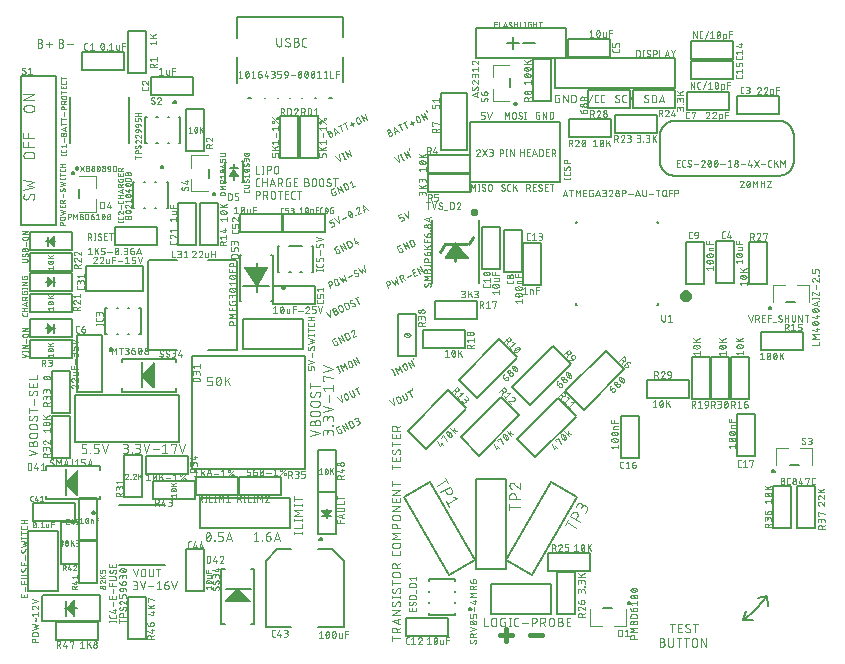
<source format=gbr>
G04 EAGLE Gerber RS-274X export*
G75*
%MOMM*%
%FSLAX34Y34*%
%LPD*%
%INSilkscreen Top*%
%IPPOS*%
%AMOC8*
5,1,8,0,0,1.08239X$1,22.5*%
G01*
%ADD10C,0.076200*%
%ADD11C,0.406400*%
%ADD12C,0.050800*%
%ADD13C,0.152400*%
%ADD14C,0.127000*%
%ADD15C,0.120000*%
%ADD16C,0.200000*%
%ADD17C,0.508000*%
%ADD18C,0.300000*%
%ADD19C,0.254000*%

G36*
X200722Y307859D02*
X200722Y307859D01*
X200791Y307860D01*
X200842Y307878D01*
X200896Y307886D01*
X200958Y307918D01*
X201023Y307941D01*
X201066Y307974D01*
X201115Y307999D01*
X201163Y308049D01*
X201218Y308092D01*
X201263Y308153D01*
X201286Y308176D01*
X201295Y308196D01*
X201318Y308226D01*
X210208Y323466D01*
X210242Y323557D01*
X210283Y323645D01*
X210286Y323671D01*
X210296Y323696D01*
X210300Y323793D01*
X210310Y323889D01*
X210305Y323915D01*
X210306Y323942D01*
X210279Y324035D01*
X210258Y324130D01*
X210244Y324153D01*
X210237Y324178D01*
X210182Y324258D01*
X210132Y324341D01*
X210112Y324358D01*
X210096Y324380D01*
X210019Y324438D01*
X209945Y324501D01*
X209920Y324511D01*
X209899Y324527D01*
X209807Y324556D01*
X209717Y324593D01*
X209684Y324596D01*
X209665Y324603D01*
X209632Y324602D01*
X209550Y324611D01*
X190500Y324611D01*
X190383Y324592D01*
X190264Y324574D01*
X190261Y324572D01*
X190257Y324572D01*
X190153Y324516D01*
X190045Y324461D01*
X190043Y324458D01*
X190040Y324456D01*
X189958Y324370D01*
X189874Y324284D01*
X189873Y324281D01*
X189871Y324278D01*
X189821Y324170D01*
X189769Y324062D01*
X189768Y324058D01*
X189767Y324055D01*
X189754Y323938D01*
X189739Y323818D01*
X189740Y323814D01*
X189740Y323811D01*
X189765Y323694D01*
X189790Y323577D01*
X189791Y323573D01*
X189792Y323570D01*
X189798Y323560D01*
X189867Y323428D01*
X200027Y308188D01*
X200074Y308137D01*
X200114Y308080D01*
X200157Y308048D01*
X200194Y308008D01*
X200255Y307975D01*
X200311Y307933D01*
X200363Y307917D01*
X200411Y307891D01*
X200479Y307879D01*
X200545Y307858D01*
X200599Y307858D01*
X200653Y307849D01*
X200722Y307859D01*
G37*
G36*
X378815Y330976D02*
X378815Y330976D01*
X378917Y330979D01*
X378972Y330995D01*
X379030Y331003D01*
X379124Y331040D01*
X379222Y331069D01*
X379272Y331098D01*
X379325Y331120D01*
X379408Y331180D01*
X379495Y331232D01*
X379536Y331273D01*
X379583Y331306D01*
X379648Y331385D01*
X379720Y331457D01*
X379749Y331507D01*
X379785Y331551D01*
X379829Y331644D01*
X379880Y331732D01*
X379896Y331787D01*
X379921Y331839D01*
X379940Y331939D01*
X379968Y332037D01*
X379970Y332095D01*
X379981Y332152D01*
X379974Y332253D01*
X379977Y332355D01*
X379965Y332411D01*
X379961Y332469D01*
X379930Y332566D01*
X379907Y332665D01*
X379881Y332717D01*
X379863Y332771D01*
X379808Y332857D01*
X379762Y332948D01*
X379704Y333022D01*
X379693Y333040D01*
X379683Y333050D01*
X379663Y333075D01*
X369503Y344505D01*
X369411Y344586D01*
X369324Y344671D01*
X369308Y344680D01*
X369307Y344681D01*
X369293Y344689D01*
X369291Y344690D01*
X369263Y344715D01*
X369154Y344770D01*
X369049Y344831D01*
X369013Y344841D01*
X368979Y344858D01*
X368860Y344884D01*
X368742Y344917D01*
X368705Y344918D01*
X368669Y344926D01*
X368583Y344923D01*
X368560Y344925D01*
X368550Y344925D01*
X368531Y344922D01*
X368425Y344925D01*
X368388Y344916D01*
X368351Y344915D01*
X368259Y344888D01*
X368234Y344885D01*
X368208Y344875D01*
X368115Y344853D01*
X368082Y344836D01*
X368046Y344825D01*
X367971Y344781D01*
X367938Y344768D01*
X367907Y344745D01*
X367832Y344706D01*
X367805Y344681D01*
X367773Y344662D01*
X367720Y344609D01*
X367681Y344581D01*
X367648Y344541D01*
X367596Y344494D01*
X367562Y344450D01*
X367549Y344437D01*
X367538Y344418D01*
X367498Y344366D01*
X359878Y332936D01*
X359872Y332923D01*
X359863Y332913D01*
X359801Y332782D01*
X359736Y332651D01*
X359733Y332638D01*
X359727Y332625D01*
X359700Y332482D01*
X359669Y332340D01*
X359670Y332326D01*
X359667Y332313D01*
X359676Y332168D01*
X359682Y332023D01*
X359686Y332009D01*
X359687Y331995D01*
X359732Y331857D01*
X359773Y331718D01*
X359781Y331706D01*
X359785Y331693D01*
X359863Y331570D01*
X359938Y331446D01*
X359948Y331436D01*
X359955Y331424D01*
X360061Y331325D01*
X360164Y331223D01*
X360177Y331216D01*
X360187Y331206D01*
X360314Y331136D01*
X360439Y331063D01*
X360453Y331059D01*
X360465Y331052D01*
X360605Y331016D01*
X360746Y330977D01*
X360760Y330976D01*
X360773Y330973D01*
X360934Y330963D01*
X378714Y330963D01*
X378815Y330976D01*
G37*
G36*
X113374Y222009D02*
X113374Y222009D01*
X113426Y222010D01*
X113494Y222035D01*
X113564Y222050D01*
X113608Y222077D01*
X113657Y222095D01*
X113713Y222140D01*
X113775Y222176D01*
X113809Y222216D01*
X113849Y222248D01*
X113888Y222309D01*
X113935Y222363D01*
X113954Y222411D01*
X113982Y222455D01*
X114000Y222525D01*
X114027Y222591D01*
X114035Y222663D01*
X114043Y222694D01*
X114041Y222717D01*
X114045Y222758D01*
X114045Y243078D01*
X114034Y243149D01*
X114032Y243220D01*
X114014Y243269D01*
X114006Y243321D01*
X113972Y243384D01*
X113947Y243451D01*
X113915Y243492D01*
X113890Y243538D01*
X113839Y243587D01*
X113794Y243643D01*
X113750Y243672D01*
X113712Y243708D01*
X113647Y243738D01*
X113587Y243776D01*
X113536Y243789D01*
X113489Y243811D01*
X113418Y243819D01*
X113348Y243837D01*
X113296Y243832D01*
X113245Y243838D01*
X113174Y243823D01*
X113103Y243817D01*
X113055Y243797D01*
X113004Y243786D01*
X112943Y243749D01*
X112877Y243721D01*
X112821Y243676D01*
X112793Y243660D01*
X112778Y243642D01*
X112746Y243616D01*
X102586Y233456D01*
X102574Y233440D01*
X102559Y233428D01*
X102502Y233340D01*
X102442Y233257D01*
X102436Y233238D01*
X102426Y233221D01*
X102400Y233120D01*
X102370Y233021D01*
X102370Y233002D01*
X102365Y232982D01*
X102374Y232879D01*
X102376Y232776D01*
X102383Y232757D01*
X102385Y232737D01*
X102425Y232642D01*
X102461Y232545D01*
X102473Y232529D01*
X102481Y232511D01*
X102586Y232380D01*
X112746Y222220D01*
X112804Y222178D01*
X112856Y222129D01*
X112903Y222107D01*
X112945Y222076D01*
X113014Y222055D01*
X113079Y222025D01*
X113131Y222019D01*
X113181Y222004D01*
X113252Y222006D01*
X113323Y221998D01*
X113374Y222009D01*
G37*
G36*
X48858Y130823D02*
X48858Y130823D01*
X48910Y130824D01*
X48978Y130849D01*
X49048Y130864D01*
X49092Y130891D01*
X49141Y130909D01*
X49197Y130954D01*
X49259Y130990D01*
X49293Y131030D01*
X49333Y131062D01*
X49372Y131123D01*
X49419Y131177D01*
X49438Y131225D01*
X49466Y131269D01*
X49484Y131339D01*
X49511Y131405D01*
X49519Y131477D01*
X49527Y131508D01*
X49525Y131531D01*
X49529Y131572D01*
X49529Y151892D01*
X49518Y151963D01*
X49516Y152034D01*
X49498Y152083D01*
X49490Y152135D01*
X49456Y152198D01*
X49431Y152265D01*
X49399Y152306D01*
X49374Y152352D01*
X49323Y152401D01*
X49278Y152457D01*
X49234Y152486D01*
X49196Y152522D01*
X49131Y152552D01*
X49071Y152590D01*
X49020Y152603D01*
X48973Y152625D01*
X48902Y152633D01*
X48832Y152651D01*
X48780Y152646D01*
X48729Y152652D01*
X48658Y152637D01*
X48587Y152631D01*
X48539Y152611D01*
X48488Y152600D01*
X48427Y152563D01*
X48361Y152535D01*
X48305Y152490D01*
X48277Y152474D01*
X48262Y152456D01*
X48230Y152430D01*
X38070Y142270D01*
X38058Y142254D01*
X38043Y142242D01*
X37986Y142154D01*
X37926Y142071D01*
X37920Y142052D01*
X37910Y142035D01*
X37884Y141934D01*
X37854Y141835D01*
X37854Y141816D01*
X37849Y141796D01*
X37858Y141693D01*
X37860Y141590D01*
X37867Y141571D01*
X37869Y141551D01*
X37909Y141456D01*
X37945Y141359D01*
X37957Y141343D01*
X37965Y141325D01*
X38070Y141194D01*
X48230Y131034D01*
X48288Y130992D01*
X48340Y130943D01*
X48387Y130921D01*
X48429Y130890D01*
X48498Y130869D01*
X48563Y130839D01*
X48615Y130833D01*
X48665Y130818D01*
X48736Y130820D01*
X48807Y130812D01*
X48858Y130823D01*
G37*
G36*
X194635Y40906D02*
X194635Y40906D01*
X194706Y40908D01*
X194755Y40926D01*
X194807Y40935D01*
X194870Y40968D01*
X194937Y40993D01*
X194978Y41025D01*
X195024Y41050D01*
X195073Y41101D01*
X195129Y41146D01*
X195158Y41190D01*
X195194Y41228D01*
X195224Y41293D01*
X195262Y41353D01*
X195275Y41404D01*
X195297Y41451D01*
X195305Y41522D01*
X195323Y41592D01*
X195318Y41644D01*
X195324Y41695D01*
X195309Y41766D01*
X195303Y41837D01*
X195283Y41885D01*
X195272Y41936D01*
X195235Y41997D01*
X195207Y42063D01*
X195162Y42119D01*
X195146Y42147D01*
X195128Y42162D01*
X195102Y42194D01*
X184942Y52354D01*
X184926Y52366D01*
X184914Y52381D01*
X184826Y52438D01*
X184743Y52498D01*
X184724Y52504D01*
X184707Y52514D01*
X184606Y52540D01*
X184507Y52570D01*
X184488Y52570D01*
X184468Y52575D01*
X184365Y52567D01*
X184262Y52564D01*
X184243Y52557D01*
X184223Y52555D01*
X184128Y52515D01*
X184031Y52479D01*
X184015Y52467D01*
X183997Y52459D01*
X183866Y52354D01*
X173706Y42194D01*
X173664Y42136D01*
X173615Y42084D01*
X173593Y42037D01*
X173562Y41995D01*
X173541Y41926D01*
X173511Y41861D01*
X173505Y41809D01*
X173490Y41759D01*
X173492Y41688D01*
X173484Y41617D01*
X173495Y41566D01*
X173496Y41514D01*
X173521Y41446D01*
X173536Y41376D01*
X173563Y41332D01*
X173581Y41283D01*
X173626Y41227D01*
X173662Y41165D01*
X173702Y41131D01*
X173734Y41091D01*
X173795Y41052D01*
X173849Y41005D01*
X173897Y40986D01*
X173941Y40958D01*
X174011Y40940D01*
X174077Y40913D01*
X174149Y40905D01*
X174180Y40897D01*
X174203Y40899D01*
X174244Y40895D01*
X194564Y40895D01*
X194635Y40906D01*
G37*
G36*
X45769Y28452D02*
X45769Y28452D01*
X45779Y28451D01*
X45889Y28478D01*
X46000Y28502D01*
X46008Y28507D01*
X46018Y28509D01*
X46113Y28570D01*
X46211Y28628D01*
X46217Y28636D01*
X46226Y28641D01*
X46297Y28729D01*
X46371Y28815D01*
X46375Y28824D01*
X46381Y28832D01*
X46420Y28938D01*
X46463Y29043D01*
X46464Y29055D01*
X46467Y29062D01*
X46468Y29087D01*
X46481Y29210D01*
X46481Y41910D01*
X46463Y42022D01*
X46448Y42134D01*
X46443Y42143D01*
X46442Y42153D01*
X46389Y42253D01*
X46338Y42354D01*
X46331Y42361D01*
X46326Y42370D01*
X46244Y42448D01*
X46164Y42528D01*
X46155Y42533D01*
X46148Y42540D01*
X46045Y42587D01*
X45944Y42638D01*
X45934Y42639D01*
X45925Y42643D01*
X45813Y42656D01*
X45700Y42671D01*
X45690Y42669D01*
X45681Y42670D01*
X45570Y42646D01*
X45458Y42625D01*
X45450Y42620D01*
X45440Y42618D01*
X45343Y42560D01*
X45244Y42504D01*
X45236Y42496D01*
X45229Y42492D01*
X45213Y42473D01*
X45126Y42386D01*
X40046Y36036D01*
X40017Y35984D01*
X39979Y35938D01*
X39957Y35877D01*
X39925Y35821D01*
X39914Y35763D01*
X39893Y35708D01*
X39891Y35643D01*
X39879Y35580D01*
X39887Y35521D01*
X39885Y35462D01*
X39904Y35400D01*
X39913Y35336D01*
X39939Y35283D01*
X39956Y35226D01*
X40008Y35144D01*
X40022Y35116D01*
X40033Y35105D01*
X40046Y35084D01*
X45126Y28734D01*
X45210Y28658D01*
X45292Y28581D01*
X45301Y28576D01*
X45308Y28570D01*
X45413Y28524D01*
X45515Y28477D01*
X45525Y28476D01*
X45534Y28472D01*
X45647Y28462D01*
X45759Y28450D01*
X45769Y28452D01*
G37*
G36*
X184999Y400322D02*
X184999Y400322D01*
X185118Y400340D01*
X185121Y400342D01*
X185125Y400343D01*
X185229Y400398D01*
X185337Y400453D01*
X185339Y400456D01*
X185342Y400458D01*
X185424Y400544D01*
X185508Y400630D01*
X185509Y400633D01*
X185512Y400636D01*
X185562Y400744D01*
X185613Y400852D01*
X185614Y400856D01*
X185615Y400859D01*
X185628Y400976D01*
X185643Y401096D01*
X185642Y401100D01*
X185642Y401103D01*
X185617Y401220D01*
X185593Y401337D01*
X185591Y401341D01*
X185590Y401344D01*
X185584Y401354D01*
X185515Y401486D01*
X181515Y407486D01*
X181452Y407555D01*
X181393Y407628D01*
X181368Y407644D01*
X181348Y407666D01*
X181265Y407711D01*
X181187Y407762D01*
X181158Y407769D01*
X181131Y407783D01*
X181039Y407799D01*
X180948Y407822D01*
X180919Y407820D01*
X180889Y407825D01*
X180796Y407811D01*
X180703Y407804D01*
X180676Y407792D01*
X180646Y407788D01*
X180563Y407745D01*
X180476Y407708D01*
X180454Y407688D01*
X180427Y407675D01*
X180362Y407607D01*
X180292Y407545D01*
X180272Y407514D01*
X180256Y407498D01*
X180242Y407468D01*
X180201Y407404D01*
X177201Y401404D01*
X177180Y401335D01*
X177149Y401269D01*
X177143Y401218D01*
X177128Y401170D01*
X177130Y401097D01*
X177122Y401025D01*
X177133Y400975D01*
X177134Y400924D01*
X177159Y400855D01*
X177174Y400784D01*
X177200Y400740D01*
X177218Y400692D01*
X177263Y400635D01*
X177300Y400573D01*
X177339Y400540D01*
X177371Y400500D01*
X177432Y400460D01*
X177487Y400413D01*
X177534Y400394D01*
X177577Y400366D01*
X177648Y400348D01*
X177715Y400321D01*
X177785Y400314D01*
X177816Y400306D01*
X177840Y400307D01*
X177882Y400303D01*
X184882Y400303D01*
X184999Y400322D01*
G37*
G36*
X28788Y341659D02*
X28788Y341659D01*
X28840Y341660D01*
X28908Y341685D01*
X28978Y341700D01*
X29022Y341727D01*
X29071Y341745D01*
X29127Y341790D01*
X29189Y341826D01*
X29223Y341866D01*
X29263Y341898D01*
X29302Y341959D01*
X29349Y342013D01*
X29368Y342061D01*
X29396Y342105D01*
X29414Y342175D01*
X29441Y342241D01*
X29449Y342313D01*
X29457Y342344D01*
X29455Y342367D01*
X29459Y342408D01*
X29459Y350028D01*
X29457Y350045D01*
X29458Y350060D01*
X29447Y350110D01*
X29446Y350170D01*
X29428Y350219D01*
X29420Y350271D01*
X29407Y350294D01*
X29406Y350300D01*
X29387Y350331D01*
X29386Y350334D01*
X29361Y350401D01*
X29329Y350442D01*
X29304Y350488D01*
X29253Y350537D01*
X29208Y350593D01*
X29164Y350622D01*
X29126Y350658D01*
X29061Y350688D01*
X29001Y350726D01*
X28950Y350739D01*
X28903Y350761D01*
X28832Y350769D01*
X28762Y350787D01*
X28710Y350782D01*
X28659Y350788D01*
X28588Y350773D01*
X28517Y350767D01*
X28469Y350747D01*
X28418Y350736D01*
X28357Y350699D01*
X28291Y350671D01*
X28246Y350635D01*
X28230Y350627D01*
X28223Y350620D01*
X28207Y350610D01*
X28192Y350592D01*
X28160Y350566D01*
X24350Y346756D01*
X24338Y346740D01*
X24323Y346728D01*
X24279Y346660D01*
X24262Y346642D01*
X24252Y346620D01*
X24206Y346557D01*
X24200Y346538D01*
X24190Y346521D01*
X24170Y346444D01*
X24159Y346419D01*
X24156Y346392D01*
X24134Y346321D01*
X24134Y346302D01*
X24129Y346282D01*
X24135Y346208D01*
X24132Y346175D01*
X24138Y346143D01*
X24140Y346076D01*
X24147Y346057D01*
X24149Y346037D01*
X24175Y345975D01*
X24184Y345934D01*
X24204Y345900D01*
X24225Y345845D01*
X24237Y345829D01*
X24245Y345811D01*
X24296Y345747D01*
X24310Y345723D01*
X24325Y345710D01*
X24350Y345680D01*
X28160Y341870D01*
X28218Y341828D01*
X28270Y341779D01*
X28317Y341757D01*
X28359Y341726D01*
X28428Y341705D01*
X28493Y341675D01*
X28545Y341669D01*
X28595Y341654D01*
X28666Y341656D01*
X28737Y341648D01*
X28788Y341659D01*
G37*
G36*
X23734Y307369D02*
X23734Y307369D01*
X23805Y307375D01*
X23853Y307395D01*
X23904Y307406D01*
X23965Y307443D01*
X24031Y307471D01*
X24087Y307516D01*
X24115Y307532D01*
X24130Y307550D01*
X24162Y307576D01*
X27972Y311386D01*
X27984Y311402D01*
X27999Y311414D01*
X28028Y311459D01*
X28060Y311492D01*
X28080Y311535D01*
X28116Y311585D01*
X28122Y311604D01*
X28132Y311621D01*
X28148Y311681D01*
X28163Y311715D01*
X28168Y311754D01*
X28188Y311821D01*
X28188Y311840D01*
X28193Y311860D01*
X28187Y311929D01*
X28190Y311960D01*
X28184Y311990D01*
X28182Y312066D01*
X28175Y312085D01*
X28173Y312105D01*
X28144Y312175D01*
X28138Y312200D01*
X28125Y312223D01*
X28097Y312297D01*
X28085Y312313D01*
X28077Y312331D01*
X27972Y312462D01*
X24162Y316272D01*
X24104Y316314D01*
X24052Y316364D01*
X24031Y316373D01*
X24026Y316377D01*
X24003Y316387D01*
X23963Y316416D01*
X23894Y316437D01*
X23829Y316467D01*
X23777Y316473D01*
X23727Y316488D01*
X23656Y316486D01*
X23585Y316494D01*
X23534Y316483D01*
X23482Y316482D01*
X23414Y316457D01*
X23344Y316442D01*
X23300Y316415D01*
X23251Y316397D01*
X23195Y316353D01*
X23133Y316316D01*
X23099Y316276D01*
X23059Y316244D01*
X23020Y316183D01*
X23001Y316161D01*
X22995Y316155D01*
X22994Y316153D01*
X22973Y316129D01*
X22954Y316081D01*
X22926Y316037D01*
X22909Y315970D01*
X22891Y315932D01*
X22890Y315922D01*
X22881Y315901D01*
X22873Y315829D01*
X22865Y315798D01*
X22867Y315775D01*
X22863Y315734D01*
X22863Y308114D01*
X22874Y308043D01*
X22876Y307972D01*
X22894Y307923D01*
X22903Y307871D01*
X22936Y307808D01*
X22961Y307741D01*
X22993Y307700D01*
X23018Y307654D01*
X23069Y307605D01*
X23114Y307549D01*
X23158Y307520D01*
X23196Y307485D01*
X23261Y307454D01*
X23321Y307416D01*
X23372Y307403D01*
X23419Y307381D01*
X23490Y307373D01*
X23560Y307355D01*
X23612Y307360D01*
X23663Y307354D01*
X23734Y307369D01*
G37*
G36*
X23732Y267987D02*
X23732Y267987D01*
X23803Y267993D01*
X23851Y268013D01*
X23902Y268024D01*
X23963Y268061D01*
X24029Y268089D01*
X24085Y268134D01*
X24113Y268150D01*
X24128Y268168D01*
X24160Y268194D01*
X27970Y272004D01*
X27982Y272020D01*
X27997Y272032D01*
X28026Y272077D01*
X28058Y272110D01*
X28078Y272153D01*
X28114Y272203D01*
X28120Y272222D01*
X28130Y272239D01*
X28146Y272299D01*
X28161Y272333D01*
X28166Y272372D01*
X28186Y272439D01*
X28186Y272458D01*
X28191Y272478D01*
X28185Y272547D01*
X28188Y272578D01*
X28182Y272608D01*
X28180Y272684D01*
X28173Y272703D01*
X28171Y272723D01*
X28142Y272793D01*
X28136Y272818D01*
X28123Y272841D01*
X28095Y272915D01*
X28083Y272931D01*
X28075Y272949D01*
X27970Y273080D01*
X24160Y276890D01*
X24102Y276932D01*
X24050Y276982D01*
X24029Y276991D01*
X24024Y276995D01*
X24001Y277005D01*
X23961Y277034D01*
X23892Y277055D01*
X23827Y277085D01*
X23775Y277091D01*
X23725Y277106D01*
X23654Y277104D01*
X23583Y277112D01*
X23532Y277101D01*
X23480Y277100D01*
X23412Y277075D01*
X23342Y277060D01*
X23298Y277033D01*
X23249Y277015D01*
X23193Y276971D01*
X23131Y276934D01*
X23097Y276894D01*
X23057Y276862D01*
X23018Y276801D01*
X22999Y276779D01*
X22993Y276773D01*
X22992Y276771D01*
X22971Y276747D01*
X22952Y276699D01*
X22924Y276655D01*
X22907Y276588D01*
X22889Y276550D01*
X22888Y276540D01*
X22879Y276519D01*
X22871Y276447D01*
X22863Y276416D01*
X22865Y276393D01*
X22861Y276352D01*
X22861Y268732D01*
X22872Y268661D01*
X22874Y268590D01*
X22892Y268541D01*
X22901Y268489D01*
X22934Y268426D01*
X22959Y268359D01*
X22991Y268318D01*
X23016Y268272D01*
X23067Y268223D01*
X23112Y268167D01*
X23156Y268138D01*
X23194Y268103D01*
X23259Y268072D01*
X23319Y268034D01*
X23370Y268021D01*
X23417Y267999D01*
X23488Y267991D01*
X23558Y267973D01*
X23610Y267978D01*
X23661Y267972D01*
X23732Y267987D01*
G37*
G36*
X259627Y113804D02*
X259627Y113804D01*
X259730Y113806D01*
X259749Y113813D01*
X259769Y113815D01*
X259864Y113855D01*
X259961Y113891D01*
X259977Y113903D01*
X259995Y113911D01*
X260126Y114016D01*
X263936Y117826D01*
X263978Y117884D01*
X264028Y117936D01*
X264050Y117983D01*
X264080Y118025D01*
X264101Y118094D01*
X264131Y118159D01*
X264137Y118211D01*
X264152Y118261D01*
X264150Y118332D01*
X264158Y118403D01*
X264147Y118454D01*
X264146Y118506D01*
X264121Y118574D01*
X264106Y118644D01*
X264079Y118688D01*
X264061Y118737D01*
X264017Y118793D01*
X263980Y118855D01*
X263940Y118889D01*
X263908Y118929D01*
X263847Y118968D01*
X263793Y119015D01*
X263745Y119034D01*
X263701Y119062D01*
X263631Y119080D01*
X263565Y119107D01*
X263493Y119115D01*
X263462Y119123D01*
X263439Y119121D01*
X263398Y119125D01*
X255778Y119125D01*
X255707Y119114D01*
X255636Y119112D01*
X255587Y119094D01*
X255535Y119086D01*
X255472Y119052D01*
X255405Y119027D01*
X255364Y118995D01*
X255318Y118970D01*
X255269Y118919D01*
X255213Y118874D01*
X255184Y118830D01*
X255149Y118792D01*
X255118Y118727D01*
X255080Y118667D01*
X255067Y118616D01*
X255045Y118569D01*
X255037Y118498D01*
X255019Y118428D01*
X255024Y118376D01*
X255018Y118325D01*
X255033Y118254D01*
X255039Y118183D01*
X255059Y118135D01*
X255070Y118084D01*
X255107Y118023D01*
X255135Y117957D01*
X255180Y117901D01*
X255196Y117873D01*
X255199Y117870D01*
X255200Y117869D01*
X255215Y117856D01*
X255240Y117826D01*
X259050Y114016D01*
X259066Y114004D01*
X259078Y113989D01*
X259166Y113932D01*
X259249Y113872D01*
X259268Y113866D01*
X259285Y113856D01*
X259386Y113830D01*
X259485Y113800D01*
X259504Y113800D01*
X259524Y113795D01*
X259627Y113804D01*
G37*
D10*
X157967Y98926D02*
X157901Y98787D01*
X157840Y98648D01*
X157781Y98506D01*
X157727Y98363D01*
X157676Y98219D01*
X157628Y98074D01*
X157585Y97927D01*
X157545Y97779D01*
X157508Y97631D01*
X157476Y97481D01*
X157447Y97331D01*
X157422Y97180D01*
X157401Y97029D01*
X157384Y96877D01*
X157370Y96724D01*
X157361Y96572D01*
X157355Y96419D01*
X157353Y96266D01*
X157967Y98926D02*
X157993Y98996D01*
X158023Y99066D01*
X158056Y99133D01*
X158092Y99199D01*
X158131Y99263D01*
X158174Y99325D01*
X158220Y99384D01*
X158268Y99442D01*
X158319Y99496D01*
X158373Y99549D01*
X158430Y99598D01*
X158489Y99645D01*
X158550Y99688D01*
X158613Y99729D01*
X158678Y99766D01*
X158745Y99801D01*
X158814Y99831D01*
X158884Y99859D01*
X158955Y99882D01*
X159027Y99903D01*
X159100Y99919D01*
X159174Y99932D01*
X159249Y99942D01*
X159324Y99947D01*
X159399Y99949D01*
X159474Y99947D01*
X159549Y99942D01*
X159624Y99932D01*
X159698Y99919D01*
X159771Y99903D01*
X159843Y99882D01*
X159914Y99859D01*
X159984Y99831D01*
X160053Y99801D01*
X160120Y99766D01*
X160185Y99729D01*
X160248Y99688D01*
X160309Y99645D01*
X160368Y99598D01*
X160425Y99549D01*
X160479Y99496D01*
X160530Y99442D01*
X160579Y99384D01*
X160624Y99325D01*
X160667Y99263D01*
X160706Y99199D01*
X160743Y99133D01*
X160775Y99065D01*
X160805Y98996D01*
X160831Y98926D01*
X160896Y98788D01*
X160958Y98648D01*
X161016Y98506D01*
X161071Y98363D01*
X161122Y98219D01*
X161170Y98074D01*
X161213Y97927D01*
X161253Y97780D01*
X161290Y97631D01*
X161322Y97481D01*
X161351Y97331D01*
X161376Y97180D01*
X161397Y97029D01*
X161414Y96877D01*
X161428Y96724D01*
X161437Y96572D01*
X161443Y96419D01*
X161445Y96266D01*
X157353Y96266D02*
X157355Y96113D01*
X157361Y95960D01*
X157370Y95807D01*
X157384Y95655D01*
X157401Y95503D01*
X157422Y95352D01*
X157447Y95201D01*
X157476Y95050D01*
X157508Y94901D01*
X157545Y94752D01*
X157585Y94605D01*
X157628Y94458D01*
X157676Y94313D01*
X157727Y94168D01*
X157782Y94026D01*
X157840Y93884D01*
X157902Y93744D01*
X157967Y93606D01*
X157993Y93535D01*
X158023Y93466D01*
X158056Y93399D01*
X158092Y93333D01*
X158131Y93269D01*
X158174Y93207D01*
X158220Y93148D01*
X158268Y93090D01*
X158319Y93036D01*
X158373Y92983D01*
X158430Y92934D01*
X158489Y92887D01*
X158550Y92844D01*
X158613Y92803D01*
X158678Y92766D01*
X158745Y92731D01*
X158814Y92701D01*
X158884Y92673D01*
X158955Y92650D01*
X159027Y92629D01*
X159100Y92613D01*
X159174Y92600D01*
X159249Y92590D01*
X159324Y92585D01*
X159399Y92583D01*
X160831Y93606D02*
X160896Y93744D01*
X160958Y93884D01*
X161016Y94026D01*
X161071Y94169D01*
X161122Y94313D01*
X161170Y94458D01*
X161213Y94605D01*
X161253Y94753D01*
X161290Y94901D01*
X161322Y95051D01*
X161351Y95201D01*
X161376Y95352D01*
X161397Y95503D01*
X161414Y95655D01*
X161428Y95808D01*
X161437Y95960D01*
X161443Y96113D01*
X161445Y96266D01*
X160831Y93606D02*
X160805Y93536D01*
X160775Y93466D01*
X160743Y93399D01*
X160706Y93333D01*
X160667Y93269D01*
X160624Y93207D01*
X160578Y93148D01*
X160530Y93090D01*
X160479Y93036D01*
X160425Y92983D01*
X160368Y92934D01*
X160309Y92887D01*
X160248Y92844D01*
X160185Y92803D01*
X160120Y92766D01*
X160053Y92731D01*
X159984Y92701D01*
X159914Y92673D01*
X159843Y92650D01*
X159771Y92629D01*
X159698Y92613D01*
X159624Y92600D01*
X159549Y92590D01*
X159474Y92585D01*
X159399Y92583D01*
X157762Y94220D02*
X161036Y98312D01*
X164315Y92992D02*
X164315Y92583D01*
X164315Y92992D02*
X164724Y92992D01*
X164724Y92583D01*
X164315Y92583D01*
X167594Y92583D02*
X170050Y92583D01*
X170128Y92585D01*
X170206Y92590D01*
X170283Y92600D01*
X170360Y92613D01*
X170436Y92629D01*
X170511Y92649D01*
X170585Y92673D01*
X170658Y92700D01*
X170730Y92731D01*
X170800Y92765D01*
X170869Y92802D01*
X170935Y92843D01*
X171000Y92887D01*
X171062Y92933D01*
X171122Y92983D01*
X171180Y93035D01*
X171235Y93090D01*
X171287Y93148D01*
X171337Y93208D01*
X171383Y93270D01*
X171427Y93335D01*
X171468Y93402D01*
X171505Y93470D01*
X171539Y93540D01*
X171570Y93612D01*
X171597Y93685D01*
X171621Y93759D01*
X171641Y93834D01*
X171657Y93910D01*
X171670Y93987D01*
X171680Y94064D01*
X171685Y94142D01*
X171687Y94220D01*
X171686Y94220D02*
X171686Y95038D01*
X171687Y95038D02*
X171685Y95116D01*
X171680Y95194D01*
X171670Y95271D01*
X171657Y95348D01*
X171641Y95424D01*
X171621Y95499D01*
X171597Y95573D01*
X171570Y95646D01*
X171539Y95718D01*
X171505Y95788D01*
X171468Y95857D01*
X171427Y95923D01*
X171383Y95988D01*
X171337Y96050D01*
X171287Y96110D01*
X171235Y96168D01*
X171180Y96223D01*
X171122Y96275D01*
X171062Y96325D01*
X171000Y96371D01*
X170935Y96415D01*
X170869Y96456D01*
X170800Y96493D01*
X170730Y96527D01*
X170658Y96558D01*
X170585Y96585D01*
X170511Y96609D01*
X170436Y96629D01*
X170360Y96645D01*
X170283Y96658D01*
X170206Y96668D01*
X170128Y96673D01*
X170050Y96675D01*
X167594Y96675D01*
X167594Y99949D01*
X171686Y99949D01*
X176956Y99949D02*
X174500Y92583D01*
X179411Y92583D02*
X176956Y99949D01*
X178797Y94425D02*
X175114Y94425D01*
X197830Y98312D02*
X199876Y99949D01*
X199876Y92583D01*
X197830Y92583D02*
X201923Y92583D01*
X204793Y92583D02*
X204793Y92992D01*
X205202Y92992D01*
X205202Y92583D01*
X204793Y92583D01*
X208072Y96675D02*
X210527Y96675D01*
X210605Y96673D01*
X210683Y96668D01*
X210760Y96658D01*
X210837Y96645D01*
X210913Y96629D01*
X210988Y96609D01*
X211062Y96585D01*
X211135Y96558D01*
X211207Y96527D01*
X211277Y96493D01*
X211346Y96456D01*
X211412Y96415D01*
X211477Y96371D01*
X211539Y96325D01*
X211599Y96275D01*
X211657Y96223D01*
X211712Y96168D01*
X211764Y96110D01*
X211814Y96050D01*
X211860Y95988D01*
X211904Y95923D01*
X211945Y95857D01*
X211982Y95788D01*
X212016Y95718D01*
X212047Y95646D01*
X212074Y95573D01*
X212098Y95499D01*
X212118Y95424D01*
X212134Y95348D01*
X212147Y95271D01*
X212157Y95194D01*
X212162Y95116D01*
X212164Y95038D01*
X212164Y94629D01*
X212162Y94540D01*
X212156Y94451D01*
X212146Y94362D01*
X212133Y94274D01*
X212116Y94186D01*
X212094Y94099D01*
X212069Y94014D01*
X212041Y93929D01*
X212008Y93846D01*
X211972Y93764D01*
X211933Y93684D01*
X211890Y93606D01*
X211844Y93530D01*
X211794Y93455D01*
X211741Y93383D01*
X211685Y93314D01*
X211626Y93247D01*
X211565Y93182D01*
X211500Y93121D01*
X211433Y93062D01*
X211364Y93006D01*
X211292Y92953D01*
X211217Y92903D01*
X211141Y92857D01*
X211063Y92814D01*
X210983Y92775D01*
X210901Y92739D01*
X210818Y92706D01*
X210733Y92678D01*
X210648Y92653D01*
X210561Y92631D01*
X210473Y92614D01*
X210385Y92601D01*
X210296Y92591D01*
X210207Y92585D01*
X210118Y92583D01*
X210029Y92585D01*
X209940Y92591D01*
X209851Y92601D01*
X209763Y92614D01*
X209675Y92631D01*
X209588Y92653D01*
X209503Y92678D01*
X209418Y92706D01*
X209335Y92739D01*
X209253Y92775D01*
X209173Y92814D01*
X209095Y92857D01*
X209019Y92903D01*
X208944Y92953D01*
X208872Y93006D01*
X208803Y93062D01*
X208736Y93121D01*
X208671Y93182D01*
X208610Y93247D01*
X208551Y93314D01*
X208495Y93383D01*
X208442Y93455D01*
X208392Y93530D01*
X208346Y93606D01*
X208303Y93684D01*
X208264Y93764D01*
X208228Y93846D01*
X208195Y93929D01*
X208167Y94014D01*
X208142Y94099D01*
X208120Y94186D01*
X208103Y94274D01*
X208090Y94362D01*
X208080Y94451D01*
X208074Y94540D01*
X208072Y94629D01*
X208072Y96675D01*
X208071Y96675D02*
X208073Y96789D01*
X208079Y96903D01*
X208089Y97017D01*
X208103Y97131D01*
X208121Y97244D01*
X208143Y97356D01*
X208168Y97467D01*
X208198Y97577D01*
X208231Y97687D01*
X208268Y97795D01*
X208309Y97901D01*
X208354Y98007D01*
X208402Y98110D01*
X208454Y98212D01*
X208510Y98312D01*
X208568Y98410D01*
X208631Y98506D01*
X208696Y98599D01*
X208765Y98691D01*
X208837Y98779D01*
X208912Y98866D01*
X208990Y98949D01*
X209071Y99030D01*
X209154Y99108D01*
X209241Y99183D01*
X209329Y99255D01*
X209421Y99324D01*
X209514Y99389D01*
X209610Y99451D01*
X209708Y99510D01*
X209808Y99566D01*
X209910Y99618D01*
X210013Y99666D01*
X210119Y99711D01*
X210225Y99752D01*
X210333Y99789D01*
X210443Y99822D01*
X210553Y99852D01*
X210664Y99877D01*
X210776Y99899D01*
X210889Y99917D01*
X211003Y99931D01*
X211117Y99941D01*
X211231Y99947D01*
X211345Y99949D01*
X217433Y99949D02*
X214978Y92583D01*
X219888Y92583D02*
X217433Y99949D01*
X219274Y94425D02*
X215591Y94425D01*
X54652Y167005D02*
X52197Y167005D01*
X54652Y167005D02*
X54730Y167007D01*
X54808Y167012D01*
X54885Y167022D01*
X54962Y167035D01*
X55038Y167051D01*
X55113Y167071D01*
X55187Y167095D01*
X55260Y167122D01*
X55332Y167153D01*
X55402Y167187D01*
X55471Y167224D01*
X55537Y167265D01*
X55602Y167309D01*
X55664Y167355D01*
X55724Y167405D01*
X55782Y167457D01*
X55837Y167512D01*
X55889Y167570D01*
X55939Y167630D01*
X55985Y167692D01*
X56029Y167757D01*
X56070Y167824D01*
X56107Y167892D01*
X56141Y167962D01*
X56172Y168034D01*
X56199Y168107D01*
X56223Y168181D01*
X56243Y168256D01*
X56259Y168332D01*
X56272Y168409D01*
X56282Y168486D01*
X56287Y168564D01*
X56289Y168642D01*
X56289Y169460D01*
X56287Y169538D01*
X56282Y169616D01*
X56272Y169693D01*
X56259Y169770D01*
X56243Y169846D01*
X56223Y169921D01*
X56199Y169995D01*
X56172Y170068D01*
X56141Y170140D01*
X56107Y170210D01*
X56070Y170279D01*
X56029Y170345D01*
X55985Y170410D01*
X55939Y170472D01*
X55889Y170532D01*
X55837Y170590D01*
X55782Y170645D01*
X55724Y170697D01*
X55664Y170747D01*
X55602Y170793D01*
X55537Y170837D01*
X55471Y170878D01*
X55402Y170915D01*
X55332Y170949D01*
X55260Y170980D01*
X55187Y171007D01*
X55113Y171031D01*
X55038Y171051D01*
X54962Y171067D01*
X54885Y171080D01*
X54808Y171090D01*
X54730Y171095D01*
X54652Y171097D01*
X52197Y171097D01*
X52197Y174371D01*
X56289Y174371D01*
X59159Y167414D02*
X59159Y167005D01*
X59159Y167414D02*
X59568Y167414D01*
X59568Y167005D01*
X59159Y167005D01*
X62438Y167005D02*
X64894Y167005D01*
X64972Y167007D01*
X65050Y167012D01*
X65127Y167022D01*
X65204Y167035D01*
X65280Y167051D01*
X65355Y167071D01*
X65429Y167095D01*
X65502Y167122D01*
X65574Y167153D01*
X65644Y167187D01*
X65713Y167224D01*
X65779Y167265D01*
X65844Y167309D01*
X65906Y167355D01*
X65966Y167405D01*
X66024Y167457D01*
X66079Y167512D01*
X66131Y167570D01*
X66181Y167630D01*
X66227Y167692D01*
X66271Y167757D01*
X66312Y167824D01*
X66349Y167892D01*
X66383Y167962D01*
X66414Y168034D01*
X66441Y168107D01*
X66465Y168181D01*
X66485Y168256D01*
X66501Y168332D01*
X66514Y168409D01*
X66524Y168486D01*
X66529Y168564D01*
X66531Y168642D01*
X66530Y168642D02*
X66530Y169460D01*
X66531Y169460D02*
X66529Y169538D01*
X66524Y169616D01*
X66514Y169693D01*
X66501Y169770D01*
X66485Y169846D01*
X66465Y169921D01*
X66441Y169995D01*
X66414Y170068D01*
X66383Y170140D01*
X66349Y170210D01*
X66312Y170279D01*
X66271Y170345D01*
X66227Y170410D01*
X66181Y170472D01*
X66131Y170532D01*
X66079Y170590D01*
X66024Y170645D01*
X65966Y170697D01*
X65906Y170747D01*
X65844Y170793D01*
X65779Y170837D01*
X65713Y170878D01*
X65644Y170915D01*
X65574Y170949D01*
X65502Y170980D01*
X65429Y171007D01*
X65355Y171031D01*
X65280Y171051D01*
X65204Y171067D01*
X65127Y171080D01*
X65050Y171090D01*
X64972Y171095D01*
X64894Y171097D01*
X62438Y171097D01*
X62438Y174371D01*
X66530Y174371D01*
X69344Y174371D02*
X71800Y167005D01*
X74255Y174371D01*
X87503Y167259D02*
X89549Y167259D01*
X89638Y167261D01*
X89727Y167267D01*
X89816Y167277D01*
X89904Y167290D01*
X89992Y167307D01*
X90079Y167329D01*
X90164Y167354D01*
X90249Y167382D01*
X90332Y167415D01*
X90414Y167451D01*
X90494Y167490D01*
X90572Y167533D01*
X90648Y167579D01*
X90723Y167629D01*
X90795Y167682D01*
X90864Y167738D01*
X90931Y167797D01*
X90996Y167858D01*
X91057Y167923D01*
X91116Y167990D01*
X91172Y168059D01*
X91225Y168131D01*
X91275Y168206D01*
X91321Y168282D01*
X91364Y168360D01*
X91403Y168440D01*
X91439Y168522D01*
X91472Y168605D01*
X91500Y168690D01*
X91525Y168775D01*
X91547Y168862D01*
X91564Y168950D01*
X91577Y169038D01*
X91587Y169127D01*
X91593Y169216D01*
X91595Y169305D01*
X91593Y169394D01*
X91587Y169483D01*
X91577Y169572D01*
X91564Y169660D01*
X91547Y169748D01*
X91525Y169835D01*
X91500Y169920D01*
X91472Y170005D01*
X91439Y170088D01*
X91403Y170170D01*
X91364Y170250D01*
X91321Y170328D01*
X91275Y170404D01*
X91225Y170479D01*
X91172Y170551D01*
X91116Y170620D01*
X91057Y170687D01*
X90996Y170752D01*
X90931Y170813D01*
X90864Y170872D01*
X90795Y170928D01*
X90723Y170981D01*
X90648Y171031D01*
X90572Y171077D01*
X90494Y171120D01*
X90414Y171159D01*
X90332Y171195D01*
X90249Y171228D01*
X90164Y171256D01*
X90079Y171281D01*
X89992Y171303D01*
X89904Y171320D01*
X89816Y171333D01*
X89727Y171343D01*
X89638Y171349D01*
X89549Y171351D01*
X89958Y174625D02*
X87503Y174625D01*
X89958Y174625D02*
X90037Y174623D01*
X90116Y174617D01*
X90195Y174608D01*
X90273Y174595D01*
X90350Y174577D01*
X90426Y174557D01*
X90501Y174532D01*
X90575Y174504D01*
X90648Y174473D01*
X90719Y174437D01*
X90788Y174399D01*
X90855Y174357D01*
X90920Y174312D01*
X90983Y174264D01*
X91044Y174213D01*
X91101Y174159D01*
X91157Y174103D01*
X91209Y174044D01*
X91259Y173982D01*
X91305Y173918D01*
X91349Y173852D01*
X91389Y173784D01*
X91425Y173714D01*
X91459Y173642D01*
X91489Y173568D01*
X91515Y173494D01*
X91538Y173418D01*
X91556Y173341D01*
X91572Y173264D01*
X91583Y173185D01*
X91591Y173107D01*
X91595Y173028D01*
X91595Y172948D01*
X91591Y172869D01*
X91583Y172791D01*
X91572Y172712D01*
X91556Y172635D01*
X91538Y172558D01*
X91515Y172482D01*
X91489Y172408D01*
X91459Y172334D01*
X91425Y172262D01*
X91389Y172192D01*
X91349Y172124D01*
X91305Y172058D01*
X91259Y171994D01*
X91209Y171932D01*
X91157Y171873D01*
X91101Y171817D01*
X91044Y171763D01*
X90983Y171712D01*
X90920Y171664D01*
X90855Y171619D01*
X90788Y171577D01*
X90719Y171539D01*
X90648Y171503D01*
X90575Y171472D01*
X90501Y171444D01*
X90426Y171419D01*
X90350Y171399D01*
X90273Y171381D01*
X90195Y171368D01*
X90116Y171359D01*
X90037Y171353D01*
X89958Y171351D01*
X88321Y171351D01*
X94465Y167668D02*
X94465Y167259D01*
X94465Y167668D02*
X94874Y167668D01*
X94874Y167259D01*
X94465Y167259D01*
X97744Y167259D02*
X99790Y167259D01*
X99879Y167261D01*
X99968Y167267D01*
X100057Y167277D01*
X100145Y167290D01*
X100233Y167307D01*
X100320Y167329D01*
X100405Y167354D01*
X100490Y167382D01*
X100573Y167415D01*
X100655Y167451D01*
X100735Y167490D01*
X100813Y167533D01*
X100889Y167579D01*
X100964Y167629D01*
X101036Y167682D01*
X101105Y167738D01*
X101172Y167797D01*
X101237Y167858D01*
X101298Y167923D01*
X101357Y167990D01*
X101413Y168059D01*
X101466Y168131D01*
X101516Y168206D01*
X101562Y168282D01*
X101605Y168360D01*
X101644Y168440D01*
X101680Y168522D01*
X101713Y168605D01*
X101741Y168690D01*
X101766Y168775D01*
X101788Y168862D01*
X101805Y168950D01*
X101818Y169038D01*
X101828Y169127D01*
X101834Y169216D01*
X101836Y169305D01*
X101834Y169394D01*
X101828Y169483D01*
X101818Y169572D01*
X101805Y169660D01*
X101788Y169748D01*
X101766Y169835D01*
X101741Y169920D01*
X101713Y170005D01*
X101680Y170088D01*
X101644Y170170D01*
X101605Y170250D01*
X101562Y170328D01*
X101516Y170404D01*
X101466Y170479D01*
X101413Y170551D01*
X101357Y170620D01*
X101298Y170687D01*
X101237Y170752D01*
X101172Y170813D01*
X101105Y170872D01*
X101036Y170928D01*
X100964Y170981D01*
X100889Y171031D01*
X100813Y171077D01*
X100735Y171120D01*
X100655Y171159D01*
X100573Y171195D01*
X100490Y171228D01*
X100405Y171256D01*
X100320Y171281D01*
X100233Y171303D01*
X100145Y171320D01*
X100057Y171333D01*
X99968Y171343D01*
X99879Y171349D01*
X99790Y171351D01*
X100200Y174625D02*
X97744Y174625D01*
X100200Y174625D02*
X100279Y174623D01*
X100358Y174617D01*
X100437Y174608D01*
X100515Y174595D01*
X100592Y174577D01*
X100668Y174557D01*
X100743Y174532D01*
X100817Y174504D01*
X100890Y174473D01*
X100961Y174437D01*
X101030Y174399D01*
X101097Y174357D01*
X101162Y174312D01*
X101225Y174264D01*
X101286Y174213D01*
X101343Y174159D01*
X101399Y174103D01*
X101451Y174044D01*
X101501Y173982D01*
X101547Y173918D01*
X101591Y173852D01*
X101631Y173784D01*
X101667Y173714D01*
X101701Y173642D01*
X101731Y173568D01*
X101757Y173494D01*
X101780Y173418D01*
X101798Y173341D01*
X101814Y173264D01*
X101825Y173185D01*
X101833Y173107D01*
X101837Y173028D01*
X101837Y172948D01*
X101833Y172869D01*
X101825Y172791D01*
X101814Y172712D01*
X101798Y172635D01*
X101780Y172558D01*
X101757Y172482D01*
X101731Y172408D01*
X101701Y172334D01*
X101667Y172262D01*
X101631Y172192D01*
X101591Y172124D01*
X101547Y172058D01*
X101501Y171994D01*
X101451Y171932D01*
X101399Y171873D01*
X101343Y171817D01*
X101286Y171763D01*
X101225Y171712D01*
X101162Y171664D01*
X101097Y171619D01*
X101030Y171577D01*
X100961Y171539D01*
X100890Y171503D01*
X100817Y171472D01*
X100743Y171444D01*
X100668Y171419D01*
X100592Y171399D01*
X100515Y171381D01*
X100437Y171368D01*
X100358Y171359D01*
X100279Y171353D01*
X100200Y171351D01*
X98563Y171351D01*
X104650Y174625D02*
X107106Y167259D01*
X109561Y174625D01*
X112453Y170124D02*
X117364Y170124D01*
X120665Y172988D02*
X122711Y174625D01*
X122711Y167259D01*
X120665Y167259D02*
X124757Y167259D01*
X127980Y173807D02*
X127980Y174625D01*
X132073Y174625D01*
X130026Y167259D01*
X137342Y167259D02*
X134886Y174625D01*
X139797Y174625D02*
X137342Y167259D01*
X245745Y181229D02*
X254127Y184023D01*
X245745Y186817D01*
X249470Y190323D02*
X249470Y192651D01*
X249471Y192651D02*
X249473Y192746D01*
X249479Y192841D01*
X249488Y192935D01*
X249502Y193029D01*
X249519Y193123D01*
X249540Y193215D01*
X249565Y193307D01*
X249594Y193397D01*
X249626Y193487D01*
X249662Y193575D01*
X249702Y193661D01*
X249744Y193746D01*
X249791Y193829D01*
X249841Y193910D01*
X249894Y193988D01*
X249950Y194065D01*
X250009Y194139D01*
X250071Y194211D01*
X250136Y194280D01*
X250204Y194347D01*
X250274Y194410D01*
X250348Y194471D01*
X250423Y194529D01*
X250501Y194583D01*
X250581Y194635D01*
X250663Y194683D01*
X250746Y194727D01*
X250832Y194769D01*
X250919Y194806D01*
X251008Y194840D01*
X251098Y194871D01*
X251189Y194898D01*
X251281Y194921D01*
X251374Y194940D01*
X251468Y194955D01*
X251562Y194967D01*
X251657Y194975D01*
X251752Y194979D01*
X251846Y194979D01*
X251941Y194975D01*
X252036Y194967D01*
X252130Y194955D01*
X252224Y194940D01*
X252317Y194921D01*
X252409Y194898D01*
X252500Y194871D01*
X252590Y194840D01*
X252679Y194806D01*
X252766Y194769D01*
X252852Y194727D01*
X252935Y194683D01*
X253017Y194635D01*
X253097Y194583D01*
X253175Y194529D01*
X253250Y194471D01*
X253324Y194410D01*
X253394Y194347D01*
X253462Y194280D01*
X253527Y194211D01*
X253589Y194139D01*
X253648Y194065D01*
X253704Y193988D01*
X253757Y193910D01*
X253807Y193829D01*
X253854Y193746D01*
X253896Y193661D01*
X253936Y193575D01*
X253972Y193487D01*
X254004Y193397D01*
X254033Y193307D01*
X254058Y193215D01*
X254079Y193123D01*
X254096Y193029D01*
X254110Y192935D01*
X254119Y192841D01*
X254125Y192746D01*
X254127Y192651D01*
X254127Y190323D01*
X245745Y190323D01*
X245745Y192651D01*
X245747Y192736D01*
X245753Y192820D01*
X245762Y192905D01*
X245776Y192988D01*
X245793Y193071D01*
X245814Y193154D01*
X245839Y193235D01*
X245867Y193315D01*
X245899Y193393D01*
X245935Y193470D01*
X245974Y193546D01*
X246016Y193619D01*
X246062Y193690D01*
X246111Y193760D01*
X246163Y193827D01*
X246218Y193891D01*
X246276Y193953D01*
X246336Y194013D01*
X246400Y194069D01*
X246465Y194123D01*
X246534Y194173D01*
X246604Y194220D01*
X246677Y194264D01*
X246751Y194305D01*
X246827Y194342D01*
X246905Y194376D01*
X246984Y194406D01*
X247065Y194433D01*
X247146Y194456D01*
X247229Y194475D01*
X247312Y194490D01*
X247396Y194502D01*
X247481Y194510D01*
X247566Y194514D01*
X247650Y194514D01*
X247735Y194510D01*
X247820Y194502D01*
X247904Y194490D01*
X247987Y194475D01*
X248070Y194456D01*
X248151Y194433D01*
X248232Y194406D01*
X248311Y194376D01*
X248389Y194342D01*
X248465Y194305D01*
X248540Y194264D01*
X248612Y194220D01*
X248682Y194173D01*
X248751Y194123D01*
X248816Y194069D01*
X248880Y194013D01*
X248940Y193953D01*
X248998Y193891D01*
X249053Y193827D01*
X249105Y193760D01*
X249154Y193690D01*
X249200Y193619D01*
X249242Y193546D01*
X249281Y193470D01*
X249317Y193393D01*
X249349Y193315D01*
X249377Y193235D01*
X249402Y193154D01*
X249423Y193071D01*
X249440Y192988D01*
X249454Y192905D01*
X249463Y192820D01*
X249469Y192736D01*
X249471Y192651D01*
X248073Y198154D02*
X251799Y198154D01*
X248073Y198154D02*
X247978Y198156D01*
X247883Y198162D01*
X247789Y198171D01*
X247695Y198185D01*
X247601Y198202D01*
X247509Y198223D01*
X247417Y198248D01*
X247327Y198277D01*
X247237Y198309D01*
X247149Y198345D01*
X247063Y198385D01*
X246978Y198427D01*
X246895Y198474D01*
X246814Y198524D01*
X246736Y198577D01*
X246659Y198633D01*
X246585Y198692D01*
X246513Y198754D01*
X246444Y198819D01*
X246377Y198887D01*
X246314Y198957D01*
X246253Y199031D01*
X246195Y199106D01*
X246141Y199184D01*
X246089Y199264D01*
X246041Y199346D01*
X245997Y199429D01*
X245955Y199515D01*
X245918Y199602D01*
X245884Y199691D01*
X245853Y199781D01*
X245826Y199872D01*
X245803Y199964D01*
X245784Y200057D01*
X245769Y200151D01*
X245757Y200245D01*
X245749Y200340D01*
X245745Y200435D01*
X245745Y200529D01*
X245749Y200624D01*
X245757Y200719D01*
X245769Y200813D01*
X245784Y200907D01*
X245803Y201000D01*
X245826Y201092D01*
X245853Y201183D01*
X245884Y201273D01*
X245918Y201362D01*
X245955Y201449D01*
X245997Y201535D01*
X246041Y201618D01*
X246089Y201700D01*
X246141Y201780D01*
X246195Y201858D01*
X246253Y201933D01*
X246314Y202007D01*
X246377Y202077D01*
X246444Y202145D01*
X246513Y202210D01*
X246585Y202272D01*
X246659Y202331D01*
X246736Y202387D01*
X246814Y202440D01*
X246895Y202490D01*
X246978Y202537D01*
X247063Y202579D01*
X247149Y202619D01*
X247237Y202655D01*
X247327Y202687D01*
X247417Y202716D01*
X247509Y202741D01*
X247601Y202762D01*
X247695Y202779D01*
X247789Y202793D01*
X247883Y202802D01*
X247978Y202808D01*
X248073Y202810D01*
X248073Y202811D02*
X251799Y202811D01*
X251799Y202810D02*
X251894Y202808D01*
X251989Y202802D01*
X252083Y202793D01*
X252177Y202779D01*
X252271Y202762D01*
X252363Y202741D01*
X252455Y202716D01*
X252545Y202687D01*
X252635Y202655D01*
X252723Y202619D01*
X252809Y202579D01*
X252894Y202537D01*
X252977Y202490D01*
X253058Y202440D01*
X253136Y202387D01*
X253213Y202331D01*
X253287Y202272D01*
X253359Y202210D01*
X253428Y202145D01*
X253495Y202077D01*
X253558Y202007D01*
X253619Y201933D01*
X253677Y201858D01*
X253731Y201780D01*
X253783Y201700D01*
X253831Y201618D01*
X253875Y201535D01*
X253917Y201449D01*
X253954Y201362D01*
X253988Y201273D01*
X254019Y201183D01*
X254046Y201092D01*
X254069Y201000D01*
X254088Y200907D01*
X254103Y200813D01*
X254115Y200719D01*
X254123Y200624D01*
X254127Y200529D01*
X254127Y200435D01*
X254123Y200340D01*
X254115Y200245D01*
X254103Y200151D01*
X254088Y200057D01*
X254069Y199964D01*
X254046Y199872D01*
X254019Y199781D01*
X253988Y199691D01*
X253954Y199602D01*
X253917Y199515D01*
X253875Y199429D01*
X253831Y199346D01*
X253783Y199264D01*
X253731Y199184D01*
X253677Y199106D01*
X253619Y199031D01*
X253558Y198957D01*
X253495Y198887D01*
X253428Y198819D01*
X253359Y198754D01*
X253287Y198692D01*
X253213Y198633D01*
X253136Y198577D01*
X253058Y198524D01*
X252977Y198474D01*
X252894Y198427D01*
X252809Y198385D01*
X252723Y198345D01*
X252635Y198309D01*
X252545Y198277D01*
X252455Y198248D01*
X252363Y198223D01*
X252271Y198202D01*
X252177Y198185D01*
X252083Y198171D01*
X251989Y198162D01*
X251894Y198156D01*
X251799Y198154D01*
X251799Y206383D02*
X248073Y206383D01*
X248073Y206384D02*
X247978Y206386D01*
X247883Y206392D01*
X247789Y206401D01*
X247695Y206415D01*
X247601Y206432D01*
X247509Y206453D01*
X247417Y206478D01*
X247327Y206507D01*
X247237Y206539D01*
X247149Y206575D01*
X247063Y206615D01*
X246978Y206657D01*
X246895Y206704D01*
X246814Y206754D01*
X246736Y206807D01*
X246659Y206863D01*
X246585Y206922D01*
X246513Y206984D01*
X246444Y207049D01*
X246377Y207117D01*
X246314Y207187D01*
X246253Y207261D01*
X246195Y207336D01*
X246141Y207414D01*
X246089Y207494D01*
X246041Y207576D01*
X245997Y207659D01*
X245955Y207745D01*
X245918Y207832D01*
X245884Y207921D01*
X245853Y208011D01*
X245826Y208102D01*
X245803Y208194D01*
X245784Y208287D01*
X245769Y208381D01*
X245757Y208475D01*
X245749Y208570D01*
X245745Y208665D01*
X245745Y208759D01*
X245749Y208854D01*
X245757Y208949D01*
X245769Y209043D01*
X245784Y209137D01*
X245803Y209230D01*
X245826Y209322D01*
X245853Y209413D01*
X245884Y209503D01*
X245918Y209592D01*
X245955Y209679D01*
X245997Y209765D01*
X246041Y209848D01*
X246089Y209930D01*
X246141Y210010D01*
X246195Y210088D01*
X246253Y210163D01*
X246314Y210237D01*
X246377Y210307D01*
X246444Y210375D01*
X246513Y210440D01*
X246585Y210502D01*
X246659Y210561D01*
X246736Y210617D01*
X246814Y210670D01*
X246895Y210720D01*
X246978Y210767D01*
X247063Y210809D01*
X247149Y210849D01*
X247237Y210885D01*
X247327Y210917D01*
X247417Y210946D01*
X247509Y210971D01*
X247601Y210992D01*
X247695Y211009D01*
X247789Y211023D01*
X247883Y211032D01*
X247978Y211038D01*
X248073Y211040D01*
X251799Y211040D01*
X251894Y211038D01*
X251989Y211032D01*
X252083Y211023D01*
X252177Y211009D01*
X252271Y210992D01*
X252363Y210971D01*
X252455Y210946D01*
X252545Y210917D01*
X252635Y210885D01*
X252723Y210849D01*
X252809Y210809D01*
X252894Y210767D01*
X252977Y210720D01*
X253058Y210670D01*
X253136Y210617D01*
X253213Y210561D01*
X253287Y210502D01*
X253359Y210440D01*
X253428Y210375D01*
X253495Y210307D01*
X253558Y210237D01*
X253619Y210163D01*
X253677Y210088D01*
X253731Y210010D01*
X253783Y209930D01*
X253831Y209848D01*
X253875Y209765D01*
X253917Y209679D01*
X253954Y209592D01*
X253988Y209503D01*
X254019Y209413D01*
X254046Y209322D01*
X254069Y209230D01*
X254088Y209137D01*
X254103Y209043D01*
X254115Y208949D01*
X254123Y208854D01*
X254127Y208759D01*
X254127Y208665D01*
X254123Y208570D01*
X254115Y208475D01*
X254103Y208381D01*
X254088Y208287D01*
X254069Y208194D01*
X254046Y208102D01*
X254019Y208011D01*
X253988Y207921D01*
X253954Y207832D01*
X253917Y207745D01*
X253875Y207659D01*
X253831Y207576D01*
X253783Y207494D01*
X253731Y207414D01*
X253677Y207336D01*
X253619Y207261D01*
X253558Y207187D01*
X253495Y207117D01*
X253428Y207049D01*
X253359Y206984D01*
X253287Y206922D01*
X253213Y206863D01*
X253136Y206807D01*
X253058Y206754D01*
X252977Y206704D01*
X252894Y206657D01*
X252809Y206615D01*
X252723Y206575D01*
X252635Y206539D01*
X252545Y206507D01*
X252455Y206478D01*
X252363Y206453D01*
X252271Y206432D01*
X252177Y206415D01*
X252083Y206401D01*
X251989Y206392D01*
X251894Y206386D01*
X251799Y206384D01*
X254127Y217133D02*
X254125Y217217D01*
X254120Y217300D01*
X254110Y217383D01*
X254097Y217466D01*
X254080Y217548D01*
X254060Y217629D01*
X254036Y217709D01*
X254008Y217788D01*
X253977Y217865D01*
X253943Y217941D01*
X253905Y218016D01*
X253863Y218089D01*
X253819Y218159D01*
X253771Y218228D01*
X253721Y218295D01*
X253667Y218359D01*
X253611Y218420D01*
X253551Y218480D01*
X253490Y218536D01*
X253426Y218590D01*
X253359Y218640D01*
X253290Y218688D01*
X253220Y218732D01*
X253147Y218774D01*
X253072Y218812D01*
X252996Y218846D01*
X252919Y218877D01*
X252840Y218905D01*
X252760Y218929D01*
X252679Y218949D01*
X252597Y218966D01*
X252514Y218979D01*
X252431Y218989D01*
X252348Y218994D01*
X252264Y218996D01*
X254127Y217133D02*
X254125Y217009D01*
X254119Y216885D01*
X254109Y216761D01*
X254096Y216637D01*
X254078Y216514D01*
X254057Y216392D01*
X254031Y216270D01*
X254002Y216149D01*
X253969Y216029D01*
X253932Y215911D01*
X253892Y215793D01*
X253848Y215677D01*
X253800Y215562D01*
X253749Y215449D01*
X253694Y215338D01*
X253635Y215228D01*
X253573Y215120D01*
X253508Y215015D01*
X253440Y214911D01*
X253368Y214809D01*
X253293Y214710D01*
X253215Y214614D01*
X253134Y214519D01*
X253050Y214428D01*
X252963Y214339D01*
X247608Y214571D02*
X247524Y214573D01*
X247441Y214578D01*
X247358Y214588D01*
X247275Y214601D01*
X247193Y214618D01*
X247112Y214638D01*
X247032Y214662D01*
X246953Y214690D01*
X246876Y214721D01*
X246800Y214755D01*
X246725Y214793D01*
X246652Y214835D01*
X246582Y214879D01*
X246513Y214927D01*
X246446Y214977D01*
X246382Y215031D01*
X246321Y215087D01*
X246261Y215147D01*
X246205Y215208D01*
X246151Y215272D01*
X246101Y215339D01*
X246053Y215408D01*
X246009Y215478D01*
X245967Y215551D01*
X245929Y215626D01*
X245895Y215702D01*
X245864Y215779D01*
X245836Y215858D01*
X245812Y215938D01*
X245792Y216019D01*
X245775Y216101D01*
X245762Y216184D01*
X245752Y216267D01*
X245747Y216350D01*
X245745Y216434D01*
X245747Y216546D01*
X245752Y216659D01*
X245761Y216771D01*
X245774Y216882D01*
X245790Y216994D01*
X245810Y217104D01*
X245833Y217214D01*
X245860Y217323D01*
X245890Y217431D01*
X245924Y217539D01*
X245961Y217645D01*
X246002Y217749D01*
X246046Y217853D01*
X246093Y217955D01*
X246144Y218055D01*
X246198Y218154D01*
X246255Y218251D01*
X246315Y218346D01*
X246378Y218439D01*
X246444Y218530D01*
X249238Y215502D02*
X249193Y215430D01*
X249145Y215359D01*
X249093Y215291D01*
X249039Y215225D01*
X248982Y215162D01*
X248922Y215101D01*
X248859Y215043D01*
X248793Y214988D01*
X248726Y214936D01*
X248656Y214888D01*
X248584Y214842D01*
X248509Y214800D01*
X248433Y214761D01*
X248356Y214725D01*
X248277Y214693D01*
X248196Y214665D01*
X248114Y214640D01*
X248031Y214619D01*
X247948Y214602D01*
X247863Y214588D01*
X247779Y214579D01*
X247693Y214573D01*
X247608Y214571D01*
X250634Y218065D02*
X250679Y218137D01*
X250727Y218208D01*
X250779Y218276D01*
X250833Y218342D01*
X250890Y218405D01*
X250950Y218466D01*
X251013Y218524D01*
X251079Y218579D01*
X251146Y218631D01*
X251216Y218679D01*
X251288Y218725D01*
X251363Y218767D01*
X251439Y218806D01*
X251516Y218842D01*
X251595Y218874D01*
X251676Y218902D01*
X251758Y218927D01*
X251841Y218948D01*
X251924Y218965D01*
X252009Y218979D01*
X252093Y218988D01*
X252179Y218994D01*
X252264Y218996D01*
X250635Y218064D02*
X249238Y215503D01*
X245745Y224074D02*
X254127Y224074D01*
X245745Y221745D02*
X245745Y226402D01*
X12319Y384514D02*
X12317Y384603D01*
X12311Y384691D01*
X12302Y384779D01*
X12289Y384867D01*
X12272Y384954D01*
X12252Y385040D01*
X12227Y385125D01*
X12200Y385210D01*
X12168Y385293D01*
X12134Y385374D01*
X12095Y385454D01*
X12054Y385532D01*
X12009Y385609D01*
X11961Y385683D01*
X11910Y385756D01*
X11856Y385826D01*
X11798Y385893D01*
X11738Y385959D01*
X11676Y386021D01*
X11610Y386081D01*
X11543Y386139D01*
X11473Y386193D01*
X11400Y386244D01*
X11326Y386292D01*
X11249Y386337D01*
X11171Y386378D01*
X11091Y386417D01*
X11010Y386451D01*
X10927Y386483D01*
X10842Y386510D01*
X10757Y386535D01*
X10671Y386555D01*
X10584Y386572D01*
X10496Y386585D01*
X10408Y386594D01*
X10320Y386600D01*
X10231Y386602D01*
X12319Y384514D02*
X12317Y384385D01*
X12311Y384256D01*
X12302Y384127D01*
X12289Y383999D01*
X12272Y383871D01*
X12251Y383744D01*
X12227Y383617D01*
X12199Y383491D01*
X12167Y383366D01*
X12132Y383242D01*
X12093Y383119D01*
X12050Y382997D01*
X12004Y382877D01*
X11954Y382758D01*
X11901Y382640D01*
X11845Y382524D01*
X11785Y382410D01*
X11722Y382297D01*
X11655Y382187D01*
X11586Y382078D01*
X11513Y381972D01*
X11437Y381867D01*
X11358Y381765D01*
X11276Y381666D01*
X11192Y381568D01*
X11104Y381473D01*
X11014Y381381D01*
X5009Y381643D02*
X4920Y381645D01*
X4832Y381651D01*
X4744Y381660D01*
X4656Y381673D01*
X4569Y381690D01*
X4483Y381710D01*
X4398Y381735D01*
X4313Y381762D01*
X4230Y381794D01*
X4149Y381828D01*
X4069Y381867D01*
X3991Y381908D01*
X3914Y381953D01*
X3840Y382001D01*
X3767Y382052D01*
X3697Y382106D01*
X3630Y382164D01*
X3564Y382224D01*
X3502Y382286D01*
X3442Y382352D01*
X3384Y382419D01*
X3330Y382489D01*
X3279Y382562D01*
X3231Y382636D01*
X3186Y382713D01*
X3145Y382791D01*
X3106Y382871D01*
X3072Y382952D01*
X3040Y383035D01*
X3013Y383120D01*
X2988Y383205D01*
X2968Y383291D01*
X2951Y383378D01*
X2938Y383466D01*
X2929Y383554D01*
X2923Y383642D01*
X2921Y383731D01*
X2923Y383851D01*
X2928Y383971D01*
X2938Y384090D01*
X2950Y384210D01*
X2967Y384329D01*
X2987Y384447D01*
X3011Y384565D01*
X3038Y384681D01*
X3069Y384797D01*
X3103Y384912D01*
X3141Y385026D01*
X3183Y385139D01*
X3228Y385250D01*
X3276Y385360D01*
X3327Y385468D01*
X3382Y385575D01*
X3440Y385680D01*
X3502Y385783D01*
X3566Y385884D01*
X3634Y385984D01*
X3704Y386081D01*
X6836Y382686D02*
X6788Y382608D01*
X6736Y382532D01*
X6682Y382459D01*
X6624Y382388D01*
X6563Y382319D01*
X6499Y382253D01*
X6432Y382190D01*
X6363Y382130D01*
X6291Y382073D01*
X6217Y382019D01*
X6140Y381969D01*
X6061Y381921D01*
X5981Y381878D01*
X5898Y381837D01*
X5814Y381801D01*
X5729Y381768D01*
X5642Y381739D01*
X5553Y381713D01*
X5464Y381691D01*
X5374Y381674D01*
X5284Y381660D01*
X5192Y381650D01*
X5101Y381644D01*
X5009Y381642D01*
X8404Y385558D02*
X8452Y385636D01*
X8504Y385712D01*
X8558Y385785D01*
X8616Y385856D01*
X8677Y385925D01*
X8741Y385991D01*
X8808Y386054D01*
X8877Y386114D01*
X8949Y386171D01*
X9023Y386225D01*
X9100Y386275D01*
X9179Y386323D01*
X9259Y386366D01*
X9342Y386407D01*
X9426Y386443D01*
X9511Y386476D01*
X9598Y386505D01*
X9687Y386531D01*
X9776Y386553D01*
X9866Y386570D01*
X9956Y386584D01*
X10048Y386594D01*
X10139Y386600D01*
X10231Y386602D01*
X8403Y385558D02*
X6837Y382686D01*
X2921Y389873D02*
X12319Y391961D01*
X6054Y394050D01*
X12319Y396138D01*
X2921Y398227D01*
X5532Y416433D02*
X9708Y416433D01*
X5532Y416432D02*
X5431Y416434D01*
X5330Y416440D01*
X5229Y416450D01*
X5129Y416463D01*
X5029Y416481D01*
X4930Y416502D01*
X4832Y416528D01*
X4735Y416557D01*
X4639Y416589D01*
X4545Y416626D01*
X4452Y416666D01*
X4360Y416710D01*
X4271Y416757D01*
X4183Y416808D01*
X4097Y416862D01*
X4014Y416919D01*
X3932Y416979D01*
X3854Y417043D01*
X3777Y417109D01*
X3704Y417179D01*
X3633Y417251D01*
X3565Y417326D01*
X3500Y417404D01*
X3438Y417484D01*
X3379Y417566D01*
X3323Y417651D01*
X3271Y417738D01*
X3222Y417826D01*
X3176Y417917D01*
X3135Y418009D01*
X3096Y418103D01*
X3062Y418198D01*
X3031Y418294D01*
X3004Y418392D01*
X2980Y418490D01*
X2961Y418590D01*
X2945Y418690D01*
X2933Y418790D01*
X2925Y418891D01*
X2921Y418992D01*
X2921Y419094D01*
X2925Y419195D01*
X2933Y419296D01*
X2945Y419396D01*
X2961Y419496D01*
X2980Y419596D01*
X3004Y419694D01*
X3031Y419792D01*
X3062Y419888D01*
X3096Y419983D01*
X3135Y420077D01*
X3176Y420169D01*
X3222Y420260D01*
X3271Y420349D01*
X3323Y420435D01*
X3379Y420520D01*
X3438Y420602D01*
X3500Y420682D01*
X3565Y420760D01*
X3633Y420835D01*
X3704Y420907D01*
X3777Y420977D01*
X3854Y421043D01*
X3932Y421107D01*
X4014Y421167D01*
X4097Y421224D01*
X4183Y421278D01*
X4271Y421329D01*
X4360Y421376D01*
X4452Y421420D01*
X4545Y421460D01*
X4639Y421497D01*
X4735Y421529D01*
X4832Y421558D01*
X4930Y421584D01*
X5029Y421605D01*
X5129Y421623D01*
X5229Y421636D01*
X5330Y421646D01*
X5431Y421652D01*
X5532Y421654D01*
X9708Y421654D01*
X9809Y421652D01*
X9910Y421646D01*
X10011Y421636D01*
X10111Y421623D01*
X10211Y421605D01*
X10310Y421584D01*
X10408Y421558D01*
X10505Y421529D01*
X10601Y421497D01*
X10695Y421460D01*
X10788Y421420D01*
X10880Y421376D01*
X10969Y421329D01*
X11057Y421278D01*
X11143Y421224D01*
X11226Y421167D01*
X11308Y421107D01*
X11386Y421043D01*
X11463Y420977D01*
X11536Y420907D01*
X11607Y420835D01*
X11675Y420760D01*
X11740Y420682D01*
X11802Y420602D01*
X11861Y420520D01*
X11917Y420435D01*
X11969Y420348D01*
X12018Y420260D01*
X12064Y420169D01*
X12105Y420077D01*
X12144Y419983D01*
X12178Y419888D01*
X12209Y419792D01*
X12236Y419694D01*
X12260Y419596D01*
X12279Y419496D01*
X12295Y419396D01*
X12307Y419296D01*
X12315Y419195D01*
X12319Y419094D01*
X12319Y418992D01*
X12315Y418891D01*
X12307Y418790D01*
X12295Y418690D01*
X12279Y418590D01*
X12260Y418490D01*
X12236Y418392D01*
X12209Y418294D01*
X12178Y418198D01*
X12144Y418103D01*
X12105Y418009D01*
X12064Y417917D01*
X12018Y417826D01*
X11969Y417738D01*
X11917Y417651D01*
X11861Y417566D01*
X11802Y417484D01*
X11740Y417404D01*
X11675Y417326D01*
X11607Y417251D01*
X11536Y417179D01*
X11463Y417109D01*
X11386Y417043D01*
X11308Y416979D01*
X11226Y416919D01*
X11143Y416862D01*
X11057Y416808D01*
X10969Y416757D01*
X10880Y416710D01*
X10788Y416666D01*
X10695Y416626D01*
X10601Y416589D01*
X10505Y416557D01*
X10408Y416528D01*
X10310Y416502D01*
X10211Y416481D01*
X10111Y416463D01*
X10011Y416450D01*
X9910Y416440D01*
X9809Y416434D01*
X9708Y416432D01*
X12319Y425899D02*
X2921Y425899D01*
X2921Y430076D01*
X7098Y430076D02*
X7098Y425899D01*
X2921Y433824D02*
X12319Y433824D01*
X2921Y433824D02*
X2921Y438001D01*
X7098Y438001D02*
X7098Y433824D01*
X5532Y456057D02*
X9708Y456057D01*
X5532Y456056D02*
X5431Y456058D01*
X5330Y456064D01*
X5229Y456074D01*
X5129Y456087D01*
X5029Y456105D01*
X4930Y456126D01*
X4832Y456152D01*
X4735Y456181D01*
X4639Y456213D01*
X4545Y456250D01*
X4452Y456290D01*
X4360Y456334D01*
X4271Y456381D01*
X4183Y456432D01*
X4097Y456486D01*
X4014Y456543D01*
X3932Y456603D01*
X3854Y456667D01*
X3777Y456733D01*
X3704Y456803D01*
X3633Y456875D01*
X3565Y456950D01*
X3500Y457028D01*
X3438Y457108D01*
X3379Y457190D01*
X3323Y457275D01*
X3271Y457362D01*
X3222Y457450D01*
X3176Y457541D01*
X3135Y457633D01*
X3096Y457727D01*
X3062Y457822D01*
X3031Y457918D01*
X3004Y458016D01*
X2980Y458114D01*
X2961Y458214D01*
X2945Y458314D01*
X2933Y458414D01*
X2925Y458515D01*
X2921Y458616D01*
X2921Y458718D01*
X2925Y458819D01*
X2933Y458920D01*
X2945Y459020D01*
X2961Y459120D01*
X2980Y459220D01*
X3004Y459318D01*
X3031Y459416D01*
X3062Y459512D01*
X3096Y459607D01*
X3135Y459701D01*
X3176Y459793D01*
X3222Y459884D01*
X3271Y459973D01*
X3323Y460059D01*
X3379Y460144D01*
X3438Y460226D01*
X3500Y460306D01*
X3565Y460384D01*
X3633Y460459D01*
X3704Y460531D01*
X3777Y460601D01*
X3854Y460667D01*
X3932Y460731D01*
X4014Y460791D01*
X4097Y460848D01*
X4183Y460902D01*
X4271Y460953D01*
X4360Y461000D01*
X4452Y461044D01*
X4545Y461084D01*
X4639Y461121D01*
X4735Y461153D01*
X4832Y461182D01*
X4930Y461208D01*
X5029Y461229D01*
X5129Y461247D01*
X5229Y461260D01*
X5330Y461270D01*
X5431Y461276D01*
X5532Y461278D01*
X9708Y461278D01*
X9809Y461276D01*
X9910Y461270D01*
X10011Y461260D01*
X10111Y461247D01*
X10211Y461229D01*
X10310Y461208D01*
X10408Y461182D01*
X10505Y461153D01*
X10601Y461121D01*
X10695Y461084D01*
X10788Y461044D01*
X10880Y461000D01*
X10969Y460953D01*
X11057Y460902D01*
X11143Y460848D01*
X11226Y460791D01*
X11308Y460731D01*
X11386Y460667D01*
X11463Y460601D01*
X11536Y460531D01*
X11607Y460459D01*
X11675Y460384D01*
X11740Y460306D01*
X11802Y460226D01*
X11861Y460144D01*
X11917Y460059D01*
X11969Y459972D01*
X12018Y459884D01*
X12064Y459793D01*
X12105Y459701D01*
X12144Y459607D01*
X12178Y459512D01*
X12209Y459416D01*
X12236Y459318D01*
X12260Y459220D01*
X12279Y459120D01*
X12295Y459020D01*
X12307Y458920D01*
X12315Y458819D01*
X12319Y458718D01*
X12319Y458616D01*
X12315Y458515D01*
X12307Y458414D01*
X12295Y458314D01*
X12279Y458214D01*
X12260Y458114D01*
X12236Y458016D01*
X12209Y457918D01*
X12178Y457822D01*
X12144Y457727D01*
X12105Y457633D01*
X12064Y457541D01*
X12018Y457450D01*
X11969Y457362D01*
X11917Y457275D01*
X11861Y457190D01*
X11802Y457108D01*
X11740Y457028D01*
X11675Y456950D01*
X11607Y456875D01*
X11536Y456803D01*
X11463Y456733D01*
X11386Y456667D01*
X11308Y456603D01*
X11226Y456543D01*
X11143Y456486D01*
X11057Y456432D01*
X10969Y456381D01*
X10880Y456334D01*
X10788Y456290D01*
X10695Y456250D01*
X10601Y456213D01*
X10505Y456181D01*
X10408Y456152D01*
X10310Y456126D01*
X10211Y456105D01*
X10111Y456087D01*
X10011Y456074D01*
X9910Y456064D01*
X9809Y456058D01*
X9708Y456056D01*
X12319Y465505D02*
X2921Y465505D01*
X12319Y470726D01*
X2921Y470726D01*
D11*
X406400Y12700D02*
X416560Y12700D01*
X411480Y17780D02*
X411480Y7620D01*
X431800Y12700D02*
X441960Y12700D01*
D10*
X265049Y182245D02*
X265049Y184573D01*
X265047Y184668D01*
X265041Y184763D01*
X265032Y184857D01*
X265018Y184951D01*
X265001Y185045D01*
X264980Y185137D01*
X264955Y185229D01*
X264926Y185319D01*
X264894Y185409D01*
X264858Y185497D01*
X264818Y185583D01*
X264776Y185668D01*
X264729Y185751D01*
X264679Y185832D01*
X264626Y185910D01*
X264570Y185987D01*
X264511Y186061D01*
X264449Y186133D01*
X264384Y186202D01*
X264316Y186269D01*
X264246Y186332D01*
X264172Y186393D01*
X264097Y186451D01*
X264019Y186505D01*
X263939Y186557D01*
X263857Y186605D01*
X263774Y186649D01*
X263688Y186691D01*
X263601Y186728D01*
X263512Y186762D01*
X263422Y186793D01*
X263331Y186820D01*
X263239Y186843D01*
X263146Y186862D01*
X263052Y186877D01*
X262958Y186889D01*
X262863Y186897D01*
X262768Y186901D01*
X262674Y186901D01*
X262579Y186897D01*
X262484Y186889D01*
X262390Y186877D01*
X262296Y186862D01*
X262203Y186843D01*
X262111Y186820D01*
X262020Y186793D01*
X261930Y186762D01*
X261841Y186728D01*
X261754Y186691D01*
X261668Y186649D01*
X261585Y186605D01*
X261503Y186557D01*
X261423Y186505D01*
X261345Y186451D01*
X261270Y186393D01*
X261196Y186332D01*
X261126Y186269D01*
X261058Y186202D01*
X260993Y186133D01*
X260931Y186061D01*
X260872Y185987D01*
X260816Y185910D01*
X260763Y185832D01*
X260713Y185751D01*
X260666Y185668D01*
X260624Y185583D01*
X260584Y185497D01*
X260548Y185409D01*
X260516Y185319D01*
X260487Y185229D01*
X260462Y185137D01*
X260441Y185045D01*
X260424Y184951D01*
X260410Y184857D01*
X260401Y184763D01*
X260395Y184668D01*
X260393Y184573D01*
X256667Y185039D02*
X256667Y182245D01*
X256667Y185039D02*
X256669Y185124D01*
X256675Y185208D01*
X256684Y185293D01*
X256698Y185376D01*
X256715Y185459D01*
X256736Y185542D01*
X256761Y185623D01*
X256789Y185703D01*
X256821Y185781D01*
X256857Y185858D01*
X256896Y185934D01*
X256938Y186007D01*
X256984Y186078D01*
X257033Y186148D01*
X257085Y186215D01*
X257140Y186279D01*
X257198Y186341D01*
X257258Y186401D01*
X257322Y186457D01*
X257387Y186511D01*
X257456Y186561D01*
X257526Y186608D01*
X257599Y186652D01*
X257673Y186693D01*
X257749Y186730D01*
X257827Y186764D01*
X257906Y186794D01*
X257987Y186821D01*
X258068Y186844D01*
X258151Y186863D01*
X258234Y186878D01*
X258318Y186890D01*
X258403Y186898D01*
X258488Y186902D01*
X258572Y186902D01*
X258657Y186898D01*
X258742Y186890D01*
X258826Y186878D01*
X258909Y186863D01*
X258992Y186844D01*
X259073Y186821D01*
X259154Y186794D01*
X259233Y186764D01*
X259311Y186730D01*
X259387Y186693D01*
X259462Y186652D01*
X259534Y186608D01*
X259604Y186561D01*
X259673Y186511D01*
X259738Y186457D01*
X259802Y186401D01*
X259862Y186341D01*
X259920Y186279D01*
X259975Y186215D01*
X260027Y186148D01*
X260076Y186078D01*
X260122Y186007D01*
X260164Y185934D01*
X260203Y185858D01*
X260239Y185781D01*
X260271Y185703D01*
X260299Y185623D01*
X260324Y185542D01*
X260345Y185459D01*
X260362Y185376D01*
X260376Y185293D01*
X260385Y185208D01*
X260391Y185124D01*
X260393Y185039D01*
X260392Y185039D02*
X260392Y183176D01*
X264583Y190101D02*
X265049Y190101D01*
X264583Y190101D02*
X264583Y190567D01*
X265049Y190567D01*
X265049Y190101D01*
X265049Y193766D02*
X265049Y196095D01*
X265047Y196190D01*
X265041Y196285D01*
X265032Y196379D01*
X265018Y196473D01*
X265001Y196567D01*
X264980Y196659D01*
X264955Y196751D01*
X264926Y196841D01*
X264894Y196931D01*
X264858Y197019D01*
X264818Y197105D01*
X264776Y197190D01*
X264729Y197273D01*
X264679Y197354D01*
X264626Y197432D01*
X264570Y197509D01*
X264511Y197583D01*
X264449Y197655D01*
X264384Y197724D01*
X264316Y197791D01*
X264246Y197854D01*
X264172Y197915D01*
X264097Y197973D01*
X264019Y198027D01*
X263939Y198079D01*
X263857Y198127D01*
X263774Y198171D01*
X263688Y198213D01*
X263601Y198250D01*
X263512Y198284D01*
X263422Y198315D01*
X263331Y198342D01*
X263239Y198365D01*
X263146Y198384D01*
X263052Y198399D01*
X262958Y198411D01*
X262863Y198419D01*
X262768Y198423D01*
X262674Y198423D01*
X262579Y198419D01*
X262484Y198411D01*
X262390Y198399D01*
X262296Y198384D01*
X262203Y198365D01*
X262111Y198342D01*
X262020Y198315D01*
X261930Y198284D01*
X261841Y198250D01*
X261754Y198213D01*
X261668Y198171D01*
X261585Y198127D01*
X261503Y198079D01*
X261423Y198027D01*
X261345Y197973D01*
X261270Y197915D01*
X261196Y197854D01*
X261126Y197791D01*
X261058Y197724D01*
X260993Y197655D01*
X260931Y197583D01*
X260872Y197509D01*
X260816Y197432D01*
X260763Y197354D01*
X260713Y197273D01*
X260666Y197190D01*
X260624Y197105D01*
X260584Y197019D01*
X260548Y196931D01*
X260516Y196841D01*
X260487Y196751D01*
X260462Y196659D01*
X260441Y196567D01*
X260424Y196473D01*
X260410Y196379D01*
X260401Y196285D01*
X260395Y196190D01*
X260393Y196095D01*
X256667Y196560D02*
X256667Y193766D01*
X256667Y196560D02*
X256669Y196645D01*
X256675Y196729D01*
X256684Y196814D01*
X256698Y196897D01*
X256715Y196980D01*
X256736Y197063D01*
X256761Y197144D01*
X256789Y197224D01*
X256821Y197302D01*
X256857Y197379D01*
X256896Y197455D01*
X256938Y197528D01*
X256984Y197599D01*
X257033Y197669D01*
X257085Y197736D01*
X257140Y197800D01*
X257198Y197862D01*
X257258Y197922D01*
X257322Y197978D01*
X257387Y198032D01*
X257456Y198082D01*
X257526Y198129D01*
X257599Y198173D01*
X257673Y198214D01*
X257749Y198251D01*
X257827Y198285D01*
X257906Y198315D01*
X257987Y198342D01*
X258068Y198365D01*
X258151Y198384D01*
X258234Y198399D01*
X258318Y198411D01*
X258403Y198419D01*
X258488Y198423D01*
X258572Y198423D01*
X258657Y198419D01*
X258742Y198411D01*
X258826Y198399D01*
X258909Y198384D01*
X258992Y198365D01*
X259073Y198342D01*
X259154Y198315D01*
X259233Y198285D01*
X259311Y198251D01*
X259387Y198214D01*
X259462Y198173D01*
X259534Y198129D01*
X259604Y198082D01*
X259673Y198032D01*
X259738Y197978D01*
X259802Y197922D01*
X259862Y197862D01*
X259920Y197800D01*
X259975Y197736D01*
X260027Y197669D01*
X260076Y197599D01*
X260122Y197528D01*
X260164Y197455D01*
X260203Y197379D01*
X260239Y197302D01*
X260271Y197224D01*
X260299Y197144D01*
X260324Y197063D01*
X260345Y196980D01*
X260362Y196897D01*
X260376Y196814D01*
X260385Y196729D01*
X260391Y196645D01*
X260393Y196560D01*
X260392Y196560D02*
X260392Y194698D01*
X256667Y201530D02*
X265049Y204324D01*
X256667Y207118D01*
X261789Y210309D02*
X261789Y215897D01*
X258530Y219552D02*
X256667Y221881D01*
X265049Y221881D01*
X265049Y224209D02*
X265049Y219552D01*
X257598Y227782D02*
X256667Y227782D01*
X256667Y232439D01*
X265049Y230110D01*
X265049Y238340D02*
X256667Y235546D01*
X256667Y241134D02*
X265049Y238340D01*
D12*
X95758Y69088D02*
X97959Y62484D01*
X100161Y69088D01*
X102526Y67254D02*
X102526Y64318D01*
X102526Y67254D02*
X102528Y67339D01*
X102534Y67423D01*
X102544Y67507D01*
X102557Y67591D01*
X102575Y67674D01*
X102596Y67756D01*
X102621Y67837D01*
X102650Y67917D01*
X102682Y67995D01*
X102718Y68071D01*
X102758Y68146D01*
X102801Y68219D01*
X102847Y68290D01*
X102896Y68359D01*
X102949Y68426D01*
X103005Y68490D01*
X103063Y68551D01*
X103124Y68609D01*
X103188Y68665D01*
X103255Y68718D01*
X103324Y68767D01*
X103395Y68813D01*
X103468Y68856D01*
X103543Y68896D01*
X103619Y68932D01*
X103697Y68964D01*
X103777Y68993D01*
X103858Y69018D01*
X103940Y69039D01*
X104023Y69057D01*
X104107Y69070D01*
X104191Y69080D01*
X104275Y69086D01*
X104360Y69088D01*
X104445Y69086D01*
X104529Y69080D01*
X104613Y69070D01*
X104697Y69057D01*
X104780Y69039D01*
X104862Y69018D01*
X104943Y68993D01*
X105023Y68964D01*
X105101Y68932D01*
X105177Y68896D01*
X105252Y68856D01*
X105325Y68813D01*
X105396Y68767D01*
X105465Y68718D01*
X105532Y68665D01*
X105596Y68609D01*
X105657Y68551D01*
X105715Y68490D01*
X105771Y68426D01*
X105824Y68359D01*
X105873Y68290D01*
X105919Y68219D01*
X105962Y68146D01*
X106002Y68071D01*
X106038Y67995D01*
X106070Y67917D01*
X106099Y67837D01*
X106124Y67756D01*
X106145Y67674D01*
X106163Y67591D01*
X106176Y67507D01*
X106186Y67423D01*
X106192Y67339D01*
X106194Y67254D01*
X106195Y67254D02*
X106195Y64318D01*
X106194Y64318D02*
X106192Y64233D01*
X106186Y64149D01*
X106176Y64065D01*
X106163Y63981D01*
X106145Y63898D01*
X106124Y63816D01*
X106099Y63735D01*
X106070Y63655D01*
X106038Y63577D01*
X106002Y63501D01*
X105962Y63426D01*
X105919Y63353D01*
X105873Y63282D01*
X105824Y63213D01*
X105771Y63146D01*
X105715Y63082D01*
X105657Y63021D01*
X105596Y62963D01*
X105532Y62907D01*
X105465Y62854D01*
X105396Y62805D01*
X105325Y62759D01*
X105252Y62716D01*
X105177Y62676D01*
X105101Y62640D01*
X105023Y62608D01*
X104943Y62579D01*
X104862Y62554D01*
X104780Y62533D01*
X104697Y62515D01*
X104613Y62502D01*
X104529Y62492D01*
X104445Y62486D01*
X104360Y62484D01*
X104275Y62486D01*
X104191Y62492D01*
X104107Y62502D01*
X104023Y62515D01*
X103940Y62533D01*
X103858Y62554D01*
X103777Y62579D01*
X103697Y62608D01*
X103619Y62640D01*
X103543Y62676D01*
X103468Y62716D01*
X103395Y62759D01*
X103324Y62805D01*
X103255Y62854D01*
X103188Y62907D01*
X103124Y62963D01*
X103063Y63021D01*
X103005Y63082D01*
X102949Y63146D01*
X102896Y63213D01*
X102847Y63282D01*
X102801Y63353D01*
X102758Y63426D01*
X102718Y63501D01*
X102682Y63577D01*
X102650Y63655D01*
X102621Y63735D01*
X102596Y63816D01*
X102575Y63898D01*
X102557Y63981D01*
X102544Y64065D01*
X102534Y64149D01*
X102528Y64233D01*
X102526Y64318D01*
X109140Y64318D02*
X109140Y69088D01*
X109140Y64318D02*
X109142Y64233D01*
X109148Y64149D01*
X109158Y64065D01*
X109171Y63981D01*
X109189Y63898D01*
X109210Y63816D01*
X109235Y63735D01*
X109264Y63655D01*
X109296Y63577D01*
X109332Y63501D01*
X109372Y63426D01*
X109415Y63353D01*
X109461Y63282D01*
X109510Y63213D01*
X109563Y63146D01*
X109619Y63082D01*
X109677Y63021D01*
X109738Y62963D01*
X109802Y62907D01*
X109869Y62854D01*
X109938Y62805D01*
X110009Y62759D01*
X110082Y62716D01*
X110157Y62676D01*
X110233Y62640D01*
X110311Y62608D01*
X110391Y62579D01*
X110472Y62554D01*
X110554Y62533D01*
X110637Y62515D01*
X110721Y62502D01*
X110805Y62492D01*
X110889Y62486D01*
X110974Y62484D01*
X111059Y62486D01*
X111143Y62492D01*
X111227Y62502D01*
X111311Y62515D01*
X111394Y62533D01*
X111476Y62554D01*
X111557Y62579D01*
X111637Y62608D01*
X111715Y62640D01*
X111791Y62676D01*
X111866Y62716D01*
X111939Y62759D01*
X112010Y62805D01*
X112079Y62854D01*
X112146Y62907D01*
X112210Y62963D01*
X112271Y63021D01*
X112329Y63082D01*
X112385Y63146D01*
X112438Y63213D01*
X112487Y63282D01*
X112533Y63353D01*
X112576Y63426D01*
X112616Y63501D01*
X112652Y63577D01*
X112684Y63655D01*
X112713Y63735D01*
X112738Y63816D01*
X112759Y63898D01*
X112777Y63981D01*
X112790Y64065D01*
X112800Y64149D01*
X112806Y64233D01*
X112808Y64318D01*
X112809Y64318D02*
X112809Y69088D01*
X117162Y69088D02*
X117162Y62484D01*
X118996Y69088D02*
X115327Y69088D01*
X97592Y51816D02*
X95758Y51816D01*
X97592Y51816D02*
X97677Y51818D01*
X97761Y51824D01*
X97845Y51834D01*
X97929Y51847D01*
X98012Y51865D01*
X98094Y51886D01*
X98175Y51911D01*
X98255Y51940D01*
X98333Y51972D01*
X98409Y52008D01*
X98484Y52048D01*
X98557Y52091D01*
X98628Y52137D01*
X98697Y52186D01*
X98764Y52239D01*
X98828Y52295D01*
X98889Y52353D01*
X98947Y52414D01*
X99003Y52478D01*
X99056Y52545D01*
X99105Y52614D01*
X99151Y52685D01*
X99194Y52758D01*
X99234Y52833D01*
X99270Y52909D01*
X99302Y52987D01*
X99331Y53067D01*
X99356Y53148D01*
X99377Y53230D01*
X99395Y53313D01*
X99408Y53397D01*
X99418Y53481D01*
X99424Y53565D01*
X99426Y53650D01*
X99424Y53735D01*
X99418Y53819D01*
X99408Y53903D01*
X99395Y53987D01*
X99377Y54070D01*
X99356Y54152D01*
X99331Y54233D01*
X99302Y54313D01*
X99270Y54391D01*
X99234Y54467D01*
X99194Y54542D01*
X99151Y54615D01*
X99105Y54686D01*
X99056Y54755D01*
X99003Y54822D01*
X98947Y54886D01*
X98889Y54947D01*
X98828Y55005D01*
X98764Y55061D01*
X98697Y55114D01*
X98628Y55163D01*
X98557Y55209D01*
X98484Y55252D01*
X98409Y55292D01*
X98333Y55328D01*
X98255Y55360D01*
X98175Y55389D01*
X98094Y55414D01*
X98012Y55435D01*
X97929Y55453D01*
X97845Y55466D01*
X97761Y55476D01*
X97677Y55482D01*
X97592Y55484D01*
X97959Y58420D02*
X95758Y58420D01*
X97959Y58420D02*
X98035Y58418D01*
X98110Y58412D01*
X98185Y58403D01*
X98259Y58389D01*
X98333Y58372D01*
X98405Y58350D01*
X98477Y58326D01*
X98547Y58297D01*
X98615Y58265D01*
X98682Y58230D01*
X98747Y58191D01*
X98810Y58148D01*
X98870Y58103D01*
X98928Y58055D01*
X98984Y58003D01*
X99036Y57949D01*
X99086Y57892D01*
X99133Y57833D01*
X99177Y57772D01*
X99218Y57708D01*
X99255Y57642D01*
X99289Y57574D01*
X99319Y57505D01*
X99346Y57434D01*
X99369Y57362D01*
X99388Y57289D01*
X99403Y57215D01*
X99415Y57140D01*
X99423Y57065D01*
X99427Y56990D01*
X99427Y56914D01*
X99423Y56839D01*
X99415Y56764D01*
X99403Y56689D01*
X99388Y56615D01*
X99369Y56542D01*
X99346Y56470D01*
X99319Y56399D01*
X99289Y56330D01*
X99255Y56262D01*
X99218Y56196D01*
X99177Y56132D01*
X99133Y56071D01*
X99086Y56012D01*
X99036Y55955D01*
X98984Y55901D01*
X98928Y55849D01*
X98870Y55801D01*
X98810Y55756D01*
X98747Y55713D01*
X98682Y55674D01*
X98615Y55639D01*
X98547Y55607D01*
X98477Y55578D01*
X98405Y55554D01*
X98333Y55532D01*
X98259Y55515D01*
X98185Y55501D01*
X98110Y55492D01*
X98035Y55486D01*
X97959Y55484D01*
X97959Y55485D02*
X96492Y55485D01*
X101792Y58420D02*
X103993Y51816D01*
X106195Y58420D01*
X108619Y54384D02*
X113022Y54384D01*
X115814Y56952D02*
X117648Y58420D01*
X117648Y51816D01*
X115814Y51816D02*
X119483Y51816D01*
X122215Y55485D02*
X124416Y55485D01*
X124490Y55483D01*
X124565Y55477D01*
X124638Y55468D01*
X124712Y55455D01*
X124784Y55438D01*
X124855Y55418D01*
X124926Y55394D01*
X124995Y55366D01*
X125062Y55335D01*
X125128Y55301D01*
X125193Y55263D01*
X125255Y55222D01*
X125315Y55178D01*
X125372Y55131D01*
X125427Y55081D01*
X125480Y55028D01*
X125530Y54973D01*
X125577Y54916D01*
X125621Y54856D01*
X125662Y54794D01*
X125700Y54729D01*
X125734Y54663D01*
X125765Y54596D01*
X125793Y54527D01*
X125817Y54456D01*
X125837Y54385D01*
X125854Y54313D01*
X125867Y54239D01*
X125876Y54166D01*
X125882Y54091D01*
X125884Y54017D01*
X125883Y54017D02*
X125883Y53650D01*
X125881Y53565D01*
X125875Y53481D01*
X125865Y53397D01*
X125852Y53313D01*
X125834Y53230D01*
X125813Y53148D01*
X125788Y53067D01*
X125759Y52987D01*
X125727Y52909D01*
X125691Y52833D01*
X125651Y52758D01*
X125608Y52685D01*
X125562Y52614D01*
X125513Y52545D01*
X125460Y52478D01*
X125404Y52414D01*
X125346Y52353D01*
X125285Y52295D01*
X125221Y52239D01*
X125154Y52186D01*
X125085Y52137D01*
X125014Y52091D01*
X124941Y52048D01*
X124866Y52008D01*
X124790Y51972D01*
X124712Y51940D01*
X124632Y51911D01*
X124551Y51886D01*
X124469Y51865D01*
X124386Y51847D01*
X124302Y51834D01*
X124218Y51824D01*
X124134Y51818D01*
X124049Y51816D01*
X123964Y51818D01*
X123880Y51824D01*
X123796Y51834D01*
X123712Y51847D01*
X123629Y51865D01*
X123547Y51886D01*
X123466Y51911D01*
X123386Y51940D01*
X123308Y51972D01*
X123232Y52008D01*
X123157Y52048D01*
X123084Y52091D01*
X123013Y52137D01*
X122944Y52186D01*
X122877Y52239D01*
X122813Y52295D01*
X122752Y52353D01*
X122694Y52414D01*
X122638Y52478D01*
X122585Y52545D01*
X122536Y52614D01*
X122490Y52685D01*
X122447Y52758D01*
X122407Y52833D01*
X122371Y52909D01*
X122339Y52987D01*
X122310Y53067D01*
X122285Y53148D01*
X122264Y53230D01*
X122246Y53313D01*
X122233Y53397D01*
X122223Y53481D01*
X122217Y53565D01*
X122215Y53650D01*
X122215Y55485D01*
X122217Y55592D01*
X122223Y55699D01*
X122233Y55806D01*
X122246Y55912D01*
X122264Y56018D01*
X122285Y56123D01*
X122310Y56227D01*
X122339Y56331D01*
X122372Y56433D01*
X122409Y56533D01*
X122449Y56633D01*
X122493Y56731D01*
X122540Y56827D01*
X122591Y56921D01*
X122645Y57014D01*
X122702Y57104D01*
X122763Y57193D01*
X122827Y57279D01*
X122894Y57362D01*
X122964Y57444D01*
X123037Y57522D01*
X123113Y57598D01*
X123191Y57671D01*
X123273Y57741D01*
X123356Y57808D01*
X123442Y57872D01*
X123531Y57933D01*
X123621Y57990D01*
X123714Y58044D01*
X123808Y58095D01*
X123904Y58142D01*
X124002Y58186D01*
X124102Y58226D01*
X124202Y58263D01*
X124304Y58296D01*
X124408Y58325D01*
X124512Y58350D01*
X124617Y58371D01*
X124723Y58389D01*
X124829Y58402D01*
X124936Y58412D01*
X125043Y58418D01*
X125150Y58420D01*
X128248Y58420D02*
X130450Y51816D01*
X132651Y58420D01*
D10*
X552314Y22479D02*
X552314Y15113D01*
X550268Y22479D02*
X554360Y22479D01*
X557355Y15113D02*
X560629Y15113D01*
X557355Y15113D02*
X557355Y22479D01*
X560629Y22479D01*
X559810Y19205D02*
X557355Y19205D01*
X565647Y15113D02*
X565725Y15115D01*
X565803Y15120D01*
X565880Y15130D01*
X565957Y15143D01*
X566033Y15159D01*
X566108Y15179D01*
X566182Y15203D01*
X566255Y15230D01*
X566327Y15261D01*
X566397Y15295D01*
X566466Y15332D01*
X566532Y15373D01*
X566597Y15417D01*
X566659Y15463D01*
X566719Y15513D01*
X566777Y15565D01*
X566832Y15620D01*
X566884Y15678D01*
X566934Y15738D01*
X566980Y15800D01*
X567024Y15865D01*
X567065Y15932D01*
X567102Y16000D01*
X567136Y16070D01*
X567167Y16142D01*
X567194Y16215D01*
X567218Y16289D01*
X567238Y16364D01*
X567254Y16440D01*
X567267Y16517D01*
X567277Y16594D01*
X567282Y16672D01*
X567284Y16750D01*
X565647Y15113D02*
X565533Y15115D01*
X565420Y15120D01*
X565306Y15130D01*
X565193Y15143D01*
X565081Y15160D01*
X564969Y15180D01*
X564858Y15204D01*
X564747Y15232D01*
X564638Y15263D01*
X564530Y15298D01*
X564423Y15337D01*
X564317Y15379D01*
X564213Y15424D01*
X564110Y15473D01*
X564009Y15526D01*
X563910Y15581D01*
X563812Y15640D01*
X563717Y15702D01*
X563624Y15767D01*
X563532Y15835D01*
X563444Y15906D01*
X563357Y15980D01*
X563273Y16057D01*
X563192Y16136D01*
X563396Y20842D02*
X563398Y20920D01*
X563403Y20998D01*
X563413Y21075D01*
X563426Y21152D01*
X563442Y21228D01*
X563462Y21303D01*
X563486Y21377D01*
X563513Y21450D01*
X563544Y21522D01*
X563578Y21592D01*
X563615Y21661D01*
X563656Y21727D01*
X563700Y21792D01*
X563746Y21854D01*
X563796Y21914D01*
X563848Y21972D01*
X563903Y22027D01*
X563961Y22079D01*
X564021Y22129D01*
X564083Y22175D01*
X564148Y22219D01*
X564215Y22260D01*
X564283Y22297D01*
X564353Y22331D01*
X564425Y22362D01*
X564498Y22389D01*
X564572Y22413D01*
X564647Y22433D01*
X564723Y22449D01*
X564800Y22462D01*
X564877Y22472D01*
X564955Y22477D01*
X565033Y22479D01*
X565143Y22477D01*
X565252Y22471D01*
X565362Y22461D01*
X565470Y22448D01*
X565579Y22430D01*
X565686Y22409D01*
X565793Y22383D01*
X565899Y22354D01*
X566004Y22322D01*
X566107Y22285D01*
X566209Y22245D01*
X566310Y22201D01*
X566409Y22153D01*
X566506Y22103D01*
X566601Y22048D01*
X566694Y21990D01*
X566785Y21929D01*
X566874Y21865D01*
X564214Y19409D02*
X564147Y19451D01*
X564082Y19495D01*
X564020Y19543D01*
X563960Y19593D01*
X563902Y19646D01*
X563847Y19702D01*
X563795Y19761D01*
X563745Y19821D01*
X563698Y19885D01*
X563655Y19950D01*
X563614Y20017D01*
X563577Y20086D01*
X563543Y20157D01*
X563512Y20229D01*
X563485Y20303D01*
X563461Y20377D01*
X563441Y20453D01*
X563425Y20530D01*
X563412Y20607D01*
X563402Y20685D01*
X563397Y20764D01*
X563395Y20842D01*
X566465Y18182D02*
X566531Y18140D01*
X566596Y18096D01*
X566658Y18049D01*
X566718Y17998D01*
X566776Y17945D01*
X566831Y17889D01*
X566884Y17831D01*
X566933Y17770D01*
X566980Y17707D01*
X567023Y17642D01*
X567064Y17575D01*
X567101Y17506D01*
X567135Y17435D01*
X567166Y17363D01*
X567193Y17289D01*
X567217Y17214D01*
X567237Y17139D01*
X567253Y17062D01*
X567266Y16985D01*
X567276Y16907D01*
X567281Y16828D01*
X567283Y16750D01*
X566465Y18182D02*
X564214Y19410D01*
X571821Y22479D02*
X571821Y15113D01*
X569775Y22479D02*
X573867Y22479D01*
X543701Y7013D02*
X541655Y7013D01*
X543701Y7013D02*
X543790Y7011D01*
X543879Y7005D01*
X543968Y6995D01*
X544056Y6982D01*
X544144Y6965D01*
X544231Y6943D01*
X544316Y6918D01*
X544401Y6890D01*
X544484Y6857D01*
X544566Y6821D01*
X544646Y6782D01*
X544724Y6739D01*
X544800Y6693D01*
X544875Y6643D01*
X544947Y6590D01*
X545016Y6534D01*
X545083Y6475D01*
X545148Y6414D01*
X545209Y6349D01*
X545268Y6282D01*
X545324Y6213D01*
X545377Y6141D01*
X545427Y6066D01*
X545473Y5990D01*
X545516Y5912D01*
X545555Y5832D01*
X545591Y5750D01*
X545624Y5667D01*
X545652Y5582D01*
X545677Y5497D01*
X545699Y5410D01*
X545716Y5322D01*
X545729Y5234D01*
X545739Y5145D01*
X545745Y5056D01*
X545747Y4967D01*
X545745Y4878D01*
X545739Y4789D01*
X545729Y4700D01*
X545716Y4612D01*
X545699Y4524D01*
X545677Y4437D01*
X545652Y4352D01*
X545624Y4267D01*
X545591Y4184D01*
X545555Y4102D01*
X545516Y4022D01*
X545473Y3944D01*
X545427Y3868D01*
X545377Y3793D01*
X545324Y3721D01*
X545268Y3652D01*
X545209Y3585D01*
X545148Y3520D01*
X545083Y3459D01*
X545016Y3400D01*
X544947Y3344D01*
X544875Y3291D01*
X544800Y3241D01*
X544724Y3195D01*
X544646Y3152D01*
X544566Y3113D01*
X544484Y3077D01*
X544401Y3044D01*
X544316Y3016D01*
X544231Y2991D01*
X544144Y2969D01*
X544056Y2952D01*
X543968Y2939D01*
X543879Y2929D01*
X543790Y2923D01*
X543701Y2921D01*
X541655Y2921D01*
X541655Y10287D01*
X543701Y10287D01*
X543780Y10285D01*
X543859Y10279D01*
X543938Y10270D01*
X544016Y10257D01*
X544093Y10239D01*
X544169Y10219D01*
X544244Y10194D01*
X544318Y10166D01*
X544391Y10135D01*
X544462Y10099D01*
X544531Y10061D01*
X544598Y10019D01*
X544663Y9974D01*
X544726Y9926D01*
X544787Y9875D01*
X544844Y9821D01*
X544900Y9765D01*
X544952Y9706D01*
X545002Y9644D01*
X545048Y9580D01*
X545092Y9514D01*
X545132Y9446D01*
X545168Y9376D01*
X545202Y9304D01*
X545232Y9230D01*
X545258Y9156D01*
X545281Y9080D01*
X545299Y9003D01*
X545315Y8926D01*
X545326Y8847D01*
X545334Y8769D01*
X545338Y8690D01*
X545338Y8610D01*
X545334Y8531D01*
X545326Y8453D01*
X545315Y8374D01*
X545299Y8297D01*
X545281Y8220D01*
X545258Y8144D01*
X545232Y8070D01*
X545202Y7996D01*
X545168Y7924D01*
X545132Y7854D01*
X545092Y7786D01*
X545048Y7720D01*
X545002Y7656D01*
X544952Y7594D01*
X544900Y7535D01*
X544844Y7479D01*
X544787Y7425D01*
X544726Y7374D01*
X544663Y7326D01*
X544598Y7281D01*
X544531Y7239D01*
X544462Y7201D01*
X544391Y7165D01*
X544318Y7134D01*
X544244Y7106D01*
X544169Y7081D01*
X544093Y7061D01*
X544016Y7043D01*
X543938Y7030D01*
X543859Y7021D01*
X543780Y7015D01*
X543701Y7013D01*
X548853Y4967D02*
X548853Y10287D01*
X548853Y4967D02*
X548855Y4878D01*
X548861Y4789D01*
X548871Y4700D01*
X548884Y4612D01*
X548901Y4524D01*
X548923Y4437D01*
X548948Y4352D01*
X548976Y4267D01*
X549009Y4184D01*
X549045Y4102D01*
X549084Y4022D01*
X549127Y3944D01*
X549173Y3868D01*
X549223Y3793D01*
X549276Y3721D01*
X549332Y3652D01*
X549391Y3585D01*
X549452Y3520D01*
X549517Y3459D01*
X549584Y3400D01*
X549653Y3344D01*
X549725Y3291D01*
X549800Y3241D01*
X549876Y3195D01*
X549954Y3152D01*
X550034Y3113D01*
X550116Y3077D01*
X550199Y3044D01*
X550284Y3016D01*
X550369Y2991D01*
X550456Y2969D01*
X550544Y2952D01*
X550632Y2939D01*
X550721Y2929D01*
X550810Y2923D01*
X550899Y2921D01*
X550988Y2923D01*
X551077Y2929D01*
X551166Y2939D01*
X551254Y2952D01*
X551342Y2969D01*
X551429Y2991D01*
X551514Y3016D01*
X551599Y3044D01*
X551682Y3077D01*
X551764Y3113D01*
X551844Y3152D01*
X551922Y3195D01*
X551998Y3241D01*
X552073Y3291D01*
X552145Y3344D01*
X552214Y3400D01*
X552281Y3459D01*
X552346Y3520D01*
X552407Y3585D01*
X552466Y3652D01*
X552522Y3721D01*
X552575Y3793D01*
X552625Y3868D01*
X552671Y3944D01*
X552714Y4022D01*
X552753Y4102D01*
X552789Y4184D01*
X552822Y4267D01*
X552850Y4352D01*
X552875Y4437D01*
X552897Y4524D01*
X552914Y4612D01*
X552927Y4700D01*
X552937Y4789D01*
X552943Y4878D01*
X552945Y4967D01*
X552945Y10287D01*
X557970Y10287D02*
X557970Y2921D01*
X555924Y10287D02*
X560016Y10287D01*
X564310Y10287D02*
X564310Y2921D01*
X562264Y10287D02*
X566356Y10287D01*
X569091Y8241D02*
X569091Y4967D01*
X569091Y8241D02*
X569093Y8330D01*
X569099Y8419D01*
X569109Y8508D01*
X569122Y8596D01*
X569139Y8684D01*
X569161Y8771D01*
X569186Y8856D01*
X569214Y8941D01*
X569247Y9024D01*
X569283Y9106D01*
X569322Y9186D01*
X569365Y9264D01*
X569411Y9340D01*
X569461Y9415D01*
X569514Y9487D01*
X569570Y9556D01*
X569629Y9623D01*
X569690Y9688D01*
X569755Y9749D01*
X569822Y9808D01*
X569891Y9864D01*
X569963Y9917D01*
X570038Y9967D01*
X570114Y10013D01*
X570192Y10056D01*
X570272Y10095D01*
X570354Y10131D01*
X570437Y10164D01*
X570522Y10192D01*
X570607Y10217D01*
X570694Y10239D01*
X570782Y10256D01*
X570870Y10269D01*
X570959Y10279D01*
X571048Y10285D01*
X571137Y10287D01*
X571226Y10285D01*
X571315Y10279D01*
X571404Y10269D01*
X571492Y10256D01*
X571580Y10239D01*
X571667Y10217D01*
X571752Y10192D01*
X571837Y10164D01*
X571920Y10131D01*
X572002Y10095D01*
X572082Y10056D01*
X572160Y10013D01*
X572236Y9967D01*
X572311Y9917D01*
X572383Y9864D01*
X572452Y9808D01*
X572519Y9749D01*
X572584Y9688D01*
X572645Y9623D01*
X572704Y9556D01*
X572760Y9487D01*
X572813Y9415D01*
X572863Y9340D01*
X572909Y9264D01*
X572952Y9186D01*
X572991Y9106D01*
X573027Y9024D01*
X573060Y8941D01*
X573088Y8856D01*
X573113Y8771D01*
X573135Y8684D01*
X573152Y8596D01*
X573165Y8508D01*
X573175Y8419D01*
X573181Y8330D01*
X573183Y8241D01*
X573183Y4967D01*
X573181Y4878D01*
X573175Y4789D01*
X573165Y4700D01*
X573152Y4612D01*
X573135Y4524D01*
X573113Y4437D01*
X573088Y4352D01*
X573060Y4267D01*
X573027Y4184D01*
X572991Y4102D01*
X572952Y4022D01*
X572909Y3944D01*
X572863Y3868D01*
X572813Y3793D01*
X572760Y3721D01*
X572704Y3652D01*
X572645Y3585D01*
X572584Y3520D01*
X572519Y3459D01*
X572452Y3400D01*
X572383Y3344D01*
X572311Y3291D01*
X572236Y3241D01*
X572160Y3195D01*
X572082Y3152D01*
X572002Y3113D01*
X571920Y3077D01*
X571837Y3044D01*
X571752Y3016D01*
X571667Y2991D01*
X571580Y2969D01*
X571492Y2952D01*
X571404Y2939D01*
X571315Y2929D01*
X571226Y2923D01*
X571137Y2921D01*
X571048Y2923D01*
X570959Y2929D01*
X570870Y2939D01*
X570782Y2952D01*
X570694Y2969D01*
X570607Y2991D01*
X570522Y3016D01*
X570437Y3044D01*
X570354Y3077D01*
X570272Y3113D01*
X570192Y3152D01*
X570114Y3195D01*
X570038Y3241D01*
X569963Y3291D01*
X569891Y3344D01*
X569822Y3400D01*
X569755Y3459D01*
X569690Y3520D01*
X569629Y3585D01*
X569570Y3652D01*
X569514Y3721D01*
X569461Y3793D01*
X569411Y3868D01*
X569365Y3944D01*
X569322Y4022D01*
X569283Y4102D01*
X569247Y4184D01*
X569214Y4267D01*
X569186Y4352D01*
X569161Y4437D01*
X569139Y4524D01*
X569122Y4612D01*
X569109Y4700D01*
X569099Y4789D01*
X569093Y4878D01*
X569091Y4967D01*
X576650Y2921D02*
X576650Y10287D01*
X580742Y2921D01*
X580742Y10287D01*
D13*
X612140Y25400D02*
X613922Y26724D01*
X615670Y28091D01*
X617385Y29501D01*
X619065Y30951D01*
X620709Y32443D01*
X622317Y33974D01*
X623886Y35543D01*
X625417Y37151D01*
X626909Y38795D01*
X628359Y40475D01*
X629769Y42190D01*
X631136Y43938D01*
X632460Y45720D01*
D12*
X199542Y403657D02*
X199542Y410261D01*
X199542Y403657D02*
X202478Y403657D01*
X205419Y403657D02*
X205419Y410261D01*
X204685Y403657D02*
X206152Y403657D01*
X206152Y410261D02*
X204685Y410261D01*
X209008Y410261D02*
X209008Y403657D01*
X209008Y410261D02*
X210842Y410261D01*
X210842Y410260D02*
X210927Y410258D01*
X211011Y410252D01*
X211095Y410242D01*
X211179Y410229D01*
X211262Y410211D01*
X211344Y410190D01*
X211425Y410165D01*
X211505Y410136D01*
X211583Y410104D01*
X211659Y410068D01*
X211734Y410028D01*
X211807Y409985D01*
X211878Y409939D01*
X211947Y409890D01*
X212014Y409837D01*
X212078Y409781D01*
X212139Y409723D01*
X212197Y409662D01*
X212253Y409598D01*
X212306Y409531D01*
X212355Y409462D01*
X212401Y409391D01*
X212444Y409318D01*
X212484Y409243D01*
X212520Y409167D01*
X212552Y409089D01*
X212581Y409009D01*
X212606Y408928D01*
X212627Y408846D01*
X212645Y408763D01*
X212658Y408679D01*
X212668Y408595D01*
X212674Y408511D01*
X212676Y408426D01*
X212674Y408341D01*
X212668Y408257D01*
X212658Y408173D01*
X212645Y408089D01*
X212627Y408006D01*
X212606Y407924D01*
X212581Y407843D01*
X212552Y407763D01*
X212520Y407685D01*
X212484Y407609D01*
X212444Y407534D01*
X212401Y407461D01*
X212355Y407390D01*
X212306Y407321D01*
X212253Y407254D01*
X212197Y407190D01*
X212139Y407129D01*
X212078Y407071D01*
X212014Y407015D01*
X211947Y406962D01*
X211878Y406913D01*
X211807Y406867D01*
X211734Y406824D01*
X211659Y406784D01*
X211583Y406748D01*
X211505Y406716D01*
X211425Y406687D01*
X211344Y406662D01*
X211262Y406641D01*
X211179Y406623D01*
X211095Y406610D01*
X211011Y406600D01*
X210927Y406594D01*
X210842Y406592D01*
X209008Y406592D01*
X215106Y405491D02*
X215106Y408426D01*
X215108Y408511D01*
X215114Y408595D01*
X215124Y408679D01*
X215137Y408763D01*
X215155Y408846D01*
X215176Y408928D01*
X215201Y409009D01*
X215230Y409089D01*
X215262Y409167D01*
X215298Y409243D01*
X215338Y409318D01*
X215381Y409391D01*
X215427Y409462D01*
X215476Y409531D01*
X215529Y409598D01*
X215585Y409662D01*
X215643Y409723D01*
X215704Y409781D01*
X215768Y409837D01*
X215835Y409890D01*
X215904Y409939D01*
X215975Y409985D01*
X216048Y410028D01*
X216123Y410068D01*
X216199Y410104D01*
X216277Y410136D01*
X216357Y410165D01*
X216438Y410190D01*
X216520Y410211D01*
X216603Y410229D01*
X216687Y410242D01*
X216771Y410252D01*
X216855Y410258D01*
X216940Y410260D01*
X217025Y410258D01*
X217109Y410252D01*
X217193Y410242D01*
X217277Y410229D01*
X217360Y410211D01*
X217442Y410190D01*
X217523Y410165D01*
X217603Y410136D01*
X217681Y410104D01*
X217757Y410068D01*
X217832Y410028D01*
X217905Y409985D01*
X217976Y409939D01*
X218045Y409890D01*
X218112Y409837D01*
X218176Y409781D01*
X218237Y409723D01*
X218295Y409662D01*
X218351Y409598D01*
X218404Y409531D01*
X218453Y409462D01*
X218499Y409391D01*
X218542Y409318D01*
X218582Y409243D01*
X218618Y409167D01*
X218650Y409089D01*
X218679Y409009D01*
X218704Y408928D01*
X218725Y408846D01*
X218743Y408763D01*
X218756Y408679D01*
X218766Y408595D01*
X218772Y408511D01*
X218774Y408426D01*
X218775Y408426D02*
X218775Y405491D01*
X218774Y405491D02*
X218772Y405406D01*
X218766Y405322D01*
X218756Y405238D01*
X218743Y405154D01*
X218725Y405071D01*
X218704Y404989D01*
X218679Y404908D01*
X218650Y404828D01*
X218618Y404750D01*
X218582Y404674D01*
X218542Y404599D01*
X218499Y404526D01*
X218453Y404455D01*
X218404Y404386D01*
X218351Y404319D01*
X218295Y404255D01*
X218237Y404194D01*
X218176Y404136D01*
X218112Y404080D01*
X218045Y404027D01*
X217976Y403978D01*
X217905Y403932D01*
X217832Y403889D01*
X217757Y403849D01*
X217681Y403813D01*
X217603Y403781D01*
X217523Y403752D01*
X217442Y403727D01*
X217360Y403706D01*
X217277Y403688D01*
X217193Y403675D01*
X217109Y403665D01*
X217025Y403659D01*
X216940Y403657D01*
X216855Y403659D01*
X216771Y403665D01*
X216687Y403675D01*
X216603Y403688D01*
X216520Y403706D01*
X216438Y403727D01*
X216357Y403752D01*
X216277Y403781D01*
X216199Y403813D01*
X216123Y403849D01*
X216048Y403889D01*
X215975Y403932D01*
X215904Y403978D01*
X215835Y404027D01*
X215768Y404080D01*
X215704Y404136D01*
X215643Y404194D01*
X215585Y404255D01*
X215529Y404319D01*
X215476Y404386D01*
X215427Y404455D01*
X215381Y404526D01*
X215338Y404599D01*
X215298Y404674D01*
X215262Y404750D01*
X215230Y404828D01*
X215201Y404908D01*
X215176Y404989D01*
X215155Y405071D01*
X215137Y405154D01*
X215124Y405238D01*
X215114Y405322D01*
X215108Y405406D01*
X215106Y405491D01*
X202478Y392989D02*
X201010Y392989D01*
X201010Y392988D02*
X200936Y392990D01*
X200861Y392996D01*
X200788Y393005D01*
X200714Y393018D01*
X200642Y393035D01*
X200571Y393055D01*
X200500Y393079D01*
X200431Y393107D01*
X200364Y393138D01*
X200298Y393172D01*
X200233Y393210D01*
X200171Y393251D01*
X200111Y393295D01*
X200054Y393342D01*
X199999Y393392D01*
X199946Y393445D01*
X199896Y393500D01*
X199849Y393557D01*
X199805Y393617D01*
X199764Y393679D01*
X199726Y393744D01*
X199692Y393810D01*
X199661Y393877D01*
X199633Y393946D01*
X199609Y394017D01*
X199589Y394088D01*
X199572Y394160D01*
X199559Y394234D01*
X199550Y394307D01*
X199544Y394382D01*
X199542Y394456D01*
X199542Y398125D01*
X199544Y398199D01*
X199550Y398274D01*
X199559Y398347D01*
X199572Y398421D01*
X199589Y398493D01*
X199609Y398564D01*
X199633Y398635D01*
X199661Y398704D01*
X199692Y398771D01*
X199726Y398837D01*
X199764Y398902D01*
X199805Y398964D01*
X199849Y399024D01*
X199896Y399081D01*
X199946Y399136D01*
X199999Y399189D01*
X200054Y399239D01*
X200111Y399286D01*
X200171Y399330D01*
X200233Y399371D01*
X200298Y399409D01*
X200363Y399443D01*
X200431Y399474D01*
X200500Y399502D01*
X200571Y399526D01*
X200642Y399546D01*
X200714Y399563D01*
X200788Y399576D01*
X200861Y399585D01*
X200936Y399591D01*
X201010Y399593D01*
X202478Y399593D01*
X205107Y399593D02*
X205107Y392989D01*
X205107Y396658D02*
X208776Y396658D01*
X208776Y399593D02*
X208776Y392989D01*
X211355Y392989D02*
X213556Y399593D01*
X215757Y392989D01*
X215207Y394640D02*
X211905Y394640D01*
X218375Y392989D02*
X218375Y399593D01*
X220209Y399593D01*
X220209Y399592D02*
X220294Y399590D01*
X220378Y399584D01*
X220462Y399574D01*
X220546Y399561D01*
X220629Y399543D01*
X220711Y399522D01*
X220792Y399497D01*
X220872Y399468D01*
X220950Y399436D01*
X221026Y399400D01*
X221101Y399360D01*
X221174Y399317D01*
X221245Y399271D01*
X221314Y399222D01*
X221381Y399169D01*
X221445Y399113D01*
X221506Y399055D01*
X221564Y398994D01*
X221620Y398930D01*
X221673Y398863D01*
X221722Y398794D01*
X221768Y398723D01*
X221811Y398650D01*
X221851Y398575D01*
X221887Y398499D01*
X221919Y398421D01*
X221948Y398341D01*
X221973Y398260D01*
X221994Y398178D01*
X222012Y398095D01*
X222025Y398011D01*
X222035Y397927D01*
X222041Y397843D01*
X222043Y397758D01*
X222041Y397673D01*
X222035Y397589D01*
X222025Y397505D01*
X222012Y397421D01*
X221994Y397338D01*
X221973Y397256D01*
X221948Y397175D01*
X221919Y397095D01*
X221887Y397017D01*
X221851Y396941D01*
X221811Y396866D01*
X221768Y396793D01*
X221722Y396722D01*
X221673Y396653D01*
X221620Y396586D01*
X221564Y396522D01*
X221506Y396461D01*
X221445Y396403D01*
X221381Y396347D01*
X221314Y396294D01*
X221245Y396245D01*
X221174Y396199D01*
X221101Y396156D01*
X221026Y396116D01*
X220950Y396080D01*
X220872Y396048D01*
X220792Y396019D01*
X220711Y395994D01*
X220629Y395973D01*
X220546Y395955D01*
X220462Y395942D01*
X220378Y395932D01*
X220294Y395926D01*
X220209Y395924D01*
X218375Y395924D01*
X220576Y395924D02*
X222044Y392989D01*
X227518Y396658D02*
X228619Y396658D01*
X228619Y392989D01*
X226417Y392989D01*
X226417Y392988D02*
X226343Y392990D01*
X226268Y392996D01*
X226195Y393005D01*
X226121Y393018D01*
X226049Y393035D01*
X225978Y393055D01*
X225907Y393079D01*
X225838Y393107D01*
X225771Y393138D01*
X225705Y393172D01*
X225640Y393210D01*
X225578Y393251D01*
X225518Y393295D01*
X225461Y393342D01*
X225406Y393392D01*
X225353Y393445D01*
X225303Y393500D01*
X225256Y393557D01*
X225212Y393617D01*
X225171Y393679D01*
X225133Y393744D01*
X225099Y393810D01*
X225068Y393877D01*
X225040Y393946D01*
X225016Y394017D01*
X224996Y394088D01*
X224979Y394160D01*
X224966Y394234D01*
X224957Y394307D01*
X224951Y394382D01*
X224949Y394456D01*
X224950Y394456D02*
X224950Y398125D01*
X224949Y398125D02*
X224951Y398199D01*
X224957Y398274D01*
X224966Y398347D01*
X224979Y398421D01*
X224996Y398493D01*
X225016Y398564D01*
X225040Y398635D01*
X225068Y398704D01*
X225099Y398771D01*
X225133Y398837D01*
X225171Y398902D01*
X225212Y398964D01*
X225256Y399024D01*
X225303Y399081D01*
X225353Y399136D01*
X225406Y399189D01*
X225461Y399239D01*
X225518Y399286D01*
X225578Y399330D01*
X225640Y399371D01*
X225705Y399409D01*
X225770Y399443D01*
X225838Y399474D01*
X225907Y399502D01*
X225978Y399526D01*
X226049Y399546D01*
X226121Y399563D01*
X226195Y399576D01*
X226268Y399585D01*
X226343Y399591D01*
X226417Y399593D01*
X228619Y399593D01*
X231789Y392989D02*
X234724Y392989D01*
X231789Y392989D02*
X231789Y399593D01*
X234724Y399593D01*
X233991Y396658D02*
X231789Y396658D01*
X240828Y396658D02*
X242662Y396658D01*
X242662Y396657D02*
X242747Y396655D01*
X242831Y396649D01*
X242915Y396639D01*
X242999Y396626D01*
X243082Y396608D01*
X243164Y396587D01*
X243245Y396562D01*
X243325Y396533D01*
X243403Y396501D01*
X243479Y396465D01*
X243554Y396425D01*
X243627Y396382D01*
X243698Y396336D01*
X243767Y396287D01*
X243834Y396234D01*
X243898Y396178D01*
X243959Y396120D01*
X244017Y396059D01*
X244073Y395995D01*
X244126Y395928D01*
X244175Y395859D01*
X244221Y395788D01*
X244264Y395715D01*
X244304Y395640D01*
X244340Y395564D01*
X244372Y395486D01*
X244401Y395406D01*
X244426Y395325D01*
X244447Y395243D01*
X244465Y395160D01*
X244478Y395076D01*
X244488Y394992D01*
X244494Y394908D01*
X244496Y394823D01*
X244494Y394738D01*
X244488Y394654D01*
X244478Y394570D01*
X244465Y394486D01*
X244447Y394403D01*
X244426Y394321D01*
X244401Y394240D01*
X244372Y394160D01*
X244340Y394082D01*
X244304Y394006D01*
X244264Y393931D01*
X244221Y393858D01*
X244175Y393787D01*
X244126Y393718D01*
X244073Y393651D01*
X244017Y393587D01*
X243959Y393526D01*
X243898Y393468D01*
X243834Y393412D01*
X243767Y393359D01*
X243698Y393310D01*
X243627Y393264D01*
X243554Y393221D01*
X243479Y393181D01*
X243403Y393145D01*
X243325Y393113D01*
X243245Y393084D01*
X243164Y393059D01*
X243082Y393038D01*
X242999Y393020D01*
X242915Y393007D01*
X242831Y392997D01*
X242747Y392991D01*
X242662Y392989D01*
X240828Y392989D01*
X240828Y399593D01*
X242662Y399593D01*
X242738Y399591D01*
X242813Y399585D01*
X242888Y399576D01*
X242962Y399562D01*
X243036Y399545D01*
X243108Y399523D01*
X243180Y399499D01*
X243250Y399470D01*
X243318Y399438D01*
X243385Y399403D01*
X243450Y399364D01*
X243513Y399321D01*
X243573Y399276D01*
X243631Y399228D01*
X243687Y399176D01*
X243739Y399122D01*
X243789Y399065D01*
X243836Y399006D01*
X243880Y398945D01*
X243921Y398881D01*
X243958Y398815D01*
X243992Y398747D01*
X244022Y398678D01*
X244049Y398607D01*
X244072Y398535D01*
X244091Y398462D01*
X244106Y398388D01*
X244118Y398313D01*
X244126Y398238D01*
X244130Y398163D01*
X244130Y398087D01*
X244126Y398012D01*
X244118Y397937D01*
X244106Y397862D01*
X244091Y397788D01*
X244072Y397715D01*
X244049Y397643D01*
X244022Y397572D01*
X243992Y397503D01*
X243958Y397435D01*
X243921Y397369D01*
X243880Y397305D01*
X243836Y397244D01*
X243789Y397185D01*
X243739Y397128D01*
X243687Y397074D01*
X243631Y397022D01*
X243573Y396974D01*
X243513Y396929D01*
X243450Y396886D01*
X243385Y396847D01*
X243318Y396812D01*
X243250Y396780D01*
X243180Y396751D01*
X243108Y396727D01*
X243036Y396705D01*
X242962Y396688D01*
X242888Y396674D01*
X242813Y396665D01*
X242738Y396659D01*
X242662Y396657D01*
X246926Y397758D02*
X246926Y394823D01*
X246926Y397758D02*
X246928Y397843D01*
X246934Y397927D01*
X246944Y398011D01*
X246957Y398095D01*
X246975Y398178D01*
X246996Y398260D01*
X247021Y398341D01*
X247050Y398421D01*
X247082Y398499D01*
X247118Y398575D01*
X247158Y398650D01*
X247201Y398723D01*
X247247Y398794D01*
X247296Y398863D01*
X247349Y398930D01*
X247405Y398994D01*
X247463Y399055D01*
X247524Y399113D01*
X247588Y399169D01*
X247655Y399222D01*
X247724Y399271D01*
X247795Y399317D01*
X247868Y399360D01*
X247943Y399400D01*
X248019Y399436D01*
X248097Y399468D01*
X248177Y399497D01*
X248258Y399522D01*
X248340Y399543D01*
X248423Y399561D01*
X248507Y399574D01*
X248591Y399584D01*
X248675Y399590D01*
X248760Y399592D01*
X248845Y399590D01*
X248929Y399584D01*
X249013Y399574D01*
X249097Y399561D01*
X249180Y399543D01*
X249262Y399522D01*
X249343Y399497D01*
X249423Y399468D01*
X249501Y399436D01*
X249577Y399400D01*
X249652Y399360D01*
X249725Y399317D01*
X249796Y399271D01*
X249865Y399222D01*
X249932Y399169D01*
X249996Y399113D01*
X250057Y399055D01*
X250115Y398994D01*
X250171Y398930D01*
X250224Y398863D01*
X250273Y398794D01*
X250319Y398723D01*
X250362Y398650D01*
X250402Y398575D01*
X250438Y398499D01*
X250470Y398421D01*
X250499Y398341D01*
X250524Y398260D01*
X250545Y398178D01*
X250563Y398095D01*
X250576Y398011D01*
X250586Y397927D01*
X250592Y397843D01*
X250594Y397758D01*
X250595Y397758D02*
X250595Y394823D01*
X250594Y394823D02*
X250592Y394738D01*
X250586Y394654D01*
X250576Y394570D01*
X250563Y394486D01*
X250545Y394403D01*
X250524Y394321D01*
X250499Y394240D01*
X250470Y394160D01*
X250438Y394082D01*
X250402Y394006D01*
X250362Y393931D01*
X250319Y393858D01*
X250273Y393787D01*
X250224Y393718D01*
X250171Y393651D01*
X250115Y393587D01*
X250057Y393526D01*
X249996Y393468D01*
X249932Y393412D01*
X249865Y393359D01*
X249796Y393310D01*
X249725Y393264D01*
X249652Y393221D01*
X249577Y393181D01*
X249501Y393145D01*
X249423Y393113D01*
X249343Y393084D01*
X249262Y393059D01*
X249180Y393038D01*
X249097Y393020D01*
X249013Y393007D01*
X248929Y392997D01*
X248845Y392991D01*
X248760Y392989D01*
X248675Y392991D01*
X248591Y392997D01*
X248507Y393007D01*
X248423Y393020D01*
X248340Y393038D01*
X248258Y393059D01*
X248177Y393084D01*
X248097Y393113D01*
X248019Y393145D01*
X247943Y393181D01*
X247868Y393221D01*
X247795Y393264D01*
X247724Y393310D01*
X247655Y393359D01*
X247588Y393412D01*
X247524Y393468D01*
X247463Y393526D01*
X247405Y393587D01*
X247349Y393651D01*
X247296Y393718D01*
X247247Y393787D01*
X247201Y393858D01*
X247158Y393931D01*
X247118Y394006D01*
X247082Y394082D01*
X247050Y394160D01*
X247021Y394240D01*
X246996Y394321D01*
X246975Y394403D01*
X246957Y394486D01*
X246944Y394570D01*
X246934Y394654D01*
X246928Y394738D01*
X246926Y394823D01*
X253326Y394823D02*
X253326Y397758D01*
X253327Y397758D02*
X253329Y397843D01*
X253335Y397927D01*
X253345Y398011D01*
X253358Y398095D01*
X253376Y398178D01*
X253397Y398260D01*
X253422Y398341D01*
X253451Y398421D01*
X253483Y398499D01*
X253519Y398575D01*
X253559Y398650D01*
X253602Y398723D01*
X253648Y398794D01*
X253697Y398863D01*
X253750Y398930D01*
X253806Y398994D01*
X253864Y399055D01*
X253925Y399113D01*
X253989Y399169D01*
X254056Y399222D01*
X254125Y399271D01*
X254196Y399317D01*
X254269Y399360D01*
X254344Y399400D01*
X254420Y399436D01*
X254498Y399468D01*
X254578Y399497D01*
X254659Y399522D01*
X254741Y399543D01*
X254824Y399561D01*
X254908Y399574D01*
X254992Y399584D01*
X255076Y399590D01*
X255161Y399592D01*
X255246Y399590D01*
X255330Y399584D01*
X255414Y399574D01*
X255498Y399561D01*
X255581Y399543D01*
X255663Y399522D01*
X255744Y399497D01*
X255824Y399468D01*
X255902Y399436D01*
X255978Y399400D01*
X256053Y399360D01*
X256126Y399317D01*
X256197Y399271D01*
X256266Y399222D01*
X256333Y399169D01*
X256397Y399113D01*
X256458Y399055D01*
X256516Y398994D01*
X256572Y398930D01*
X256625Y398863D01*
X256674Y398794D01*
X256720Y398723D01*
X256763Y398650D01*
X256803Y398575D01*
X256839Y398499D01*
X256871Y398421D01*
X256900Y398341D01*
X256925Y398260D01*
X256946Y398178D01*
X256964Y398095D01*
X256977Y398011D01*
X256987Y397927D01*
X256993Y397843D01*
X256995Y397758D01*
X256995Y394823D01*
X256993Y394738D01*
X256987Y394654D01*
X256977Y394570D01*
X256964Y394486D01*
X256946Y394403D01*
X256925Y394321D01*
X256900Y394240D01*
X256871Y394160D01*
X256839Y394082D01*
X256803Y394006D01*
X256763Y393931D01*
X256720Y393858D01*
X256674Y393787D01*
X256625Y393718D01*
X256572Y393651D01*
X256516Y393587D01*
X256458Y393526D01*
X256397Y393468D01*
X256333Y393412D01*
X256266Y393359D01*
X256197Y393310D01*
X256126Y393264D01*
X256053Y393221D01*
X255978Y393181D01*
X255902Y393145D01*
X255824Y393113D01*
X255744Y393084D01*
X255663Y393059D01*
X255581Y393038D01*
X255498Y393020D01*
X255414Y393007D01*
X255330Y392997D01*
X255246Y392991D01*
X255161Y392989D01*
X255076Y392991D01*
X254992Y392997D01*
X254908Y393007D01*
X254824Y393020D01*
X254741Y393038D01*
X254659Y393059D01*
X254578Y393084D01*
X254498Y393113D01*
X254420Y393145D01*
X254344Y393181D01*
X254269Y393221D01*
X254196Y393264D01*
X254125Y393310D01*
X254056Y393359D01*
X253989Y393412D01*
X253925Y393468D01*
X253864Y393526D01*
X253806Y393587D01*
X253750Y393651D01*
X253697Y393718D01*
X253648Y393787D01*
X253602Y393858D01*
X253559Y393931D01*
X253519Y394006D01*
X253483Y394082D01*
X253451Y394160D01*
X253422Y394240D01*
X253397Y394321D01*
X253376Y394403D01*
X253358Y394486D01*
X253345Y394570D01*
X253335Y394654D01*
X253329Y394738D01*
X253327Y394823D01*
X261715Y392988D02*
X261789Y392990D01*
X261864Y392996D01*
X261937Y393005D01*
X262011Y393018D01*
X262083Y393035D01*
X262154Y393055D01*
X262225Y393079D01*
X262294Y393107D01*
X262361Y393138D01*
X262427Y393172D01*
X262492Y393210D01*
X262554Y393251D01*
X262614Y393295D01*
X262671Y393342D01*
X262726Y393392D01*
X262779Y393445D01*
X262829Y393500D01*
X262876Y393557D01*
X262920Y393617D01*
X262961Y393679D01*
X262999Y393744D01*
X263033Y393810D01*
X263064Y393877D01*
X263092Y393946D01*
X263116Y394017D01*
X263136Y394088D01*
X263153Y394160D01*
X263166Y394234D01*
X263175Y394307D01*
X263181Y394382D01*
X263183Y394456D01*
X261715Y392989D02*
X261604Y392991D01*
X261493Y392997D01*
X261382Y393007D01*
X261271Y393021D01*
X261162Y393039D01*
X261053Y393061D01*
X260944Y393086D01*
X260837Y393116D01*
X260731Y393149D01*
X260626Y393187D01*
X260523Y393227D01*
X260421Y393272D01*
X260321Y393320D01*
X260222Y393372D01*
X260126Y393427D01*
X260031Y393486D01*
X259939Y393548D01*
X259849Y393614D01*
X259761Y393682D01*
X259676Y393754D01*
X259594Y393829D01*
X259514Y393906D01*
X259697Y398125D02*
X259699Y398199D01*
X259705Y398274D01*
X259714Y398347D01*
X259727Y398421D01*
X259744Y398493D01*
X259764Y398564D01*
X259788Y398635D01*
X259816Y398704D01*
X259847Y398771D01*
X259881Y398837D01*
X259919Y398902D01*
X259960Y398964D01*
X260004Y399024D01*
X260051Y399081D01*
X260101Y399136D01*
X260154Y399189D01*
X260209Y399239D01*
X260266Y399286D01*
X260326Y399330D01*
X260388Y399371D01*
X260453Y399409D01*
X260519Y399443D01*
X260586Y399474D01*
X260655Y399502D01*
X260726Y399526D01*
X260797Y399546D01*
X260869Y399563D01*
X260943Y399576D01*
X261016Y399585D01*
X261091Y399591D01*
X261165Y399593D01*
X261269Y399591D01*
X261373Y399585D01*
X261477Y399575D01*
X261580Y399562D01*
X261683Y399544D01*
X261785Y399522D01*
X261886Y399497D01*
X261986Y399468D01*
X262085Y399435D01*
X262182Y399398D01*
X262278Y399358D01*
X262373Y399314D01*
X262465Y399266D01*
X262556Y399216D01*
X262645Y399161D01*
X262732Y399104D01*
X262816Y399043D01*
X260431Y396840D02*
X260368Y396879D01*
X260308Y396921D01*
X260250Y396966D01*
X260193Y397014D01*
X260140Y397065D01*
X260089Y397118D01*
X260040Y397173D01*
X259995Y397231D01*
X259952Y397291D01*
X259912Y397353D01*
X259876Y397417D01*
X259842Y397483D01*
X259812Y397551D01*
X259785Y397619D01*
X259762Y397689D01*
X259742Y397760D01*
X259726Y397832D01*
X259713Y397905D01*
X259704Y397978D01*
X259699Y398051D01*
X259697Y398125D01*
X262449Y395741D02*
X262512Y395702D01*
X262572Y395660D01*
X262631Y395615D01*
X262687Y395567D01*
X262740Y395516D01*
X262791Y395463D01*
X262840Y395408D01*
X262885Y395350D01*
X262928Y395290D01*
X262968Y395228D01*
X263004Y395164D01*
X263038Y395098D01*
X263068Y395030D01*
X263095Y394962D01*
X263118Y394892D01*
X263138Y394821D01*
X263154Y394749D01*
X263167Y394676D01*
X263176Y394603D01*
X263181Y394530D01*
X263183Y394456D01*
X262449Y395740D02*
X260431Y396841D01*
X267109Y399593D02*
X267109Y392989D01*
X265275Y399593D02*
X268943Y399593D01*
X199542Y388925D02*
X199542Y382321D01*
X199542Y388925D02*
X201377Y388925D01*
X201377Y388924D02*
X201462Y388922D01*
X201546Y388916D01*
X201630Y388906D01*
X201714Y388893D01*
X201797Y388875D01*
X201879Y388854D01*
X201960Y388829D01*
X202040Y388800D01*
X202118Y388768D01*
X202194Y388732D01*
X202269Y388692D01*
X202342Y388649D01*
X202413Y388603D01*
X202482Y388554D01*
X202549Y388501D01*
X202613Y388445D01*
X202674Y388387D01*
X202732Y388326D01*
X202788Y388262D01*
X202841Y388195D01*
X202890Y388126D01*
X202936Y388055D01*
X202979Y387982D01*
X203019Y387907D01*
X203055Y387831D01*
X203087Y387753D01*
X203116Y387673D01*
X203141Y387592D01*
X203162Y387510D01*
X203180Y387427D01*
X203193Y387343D01*
X203203Y387259D01*
X203209Y387175D01*
X203211Y387090D01*
X203209Y387005D01*
X203203Y386921D01*
X203193Y386837D01*
X203180Y386753D01*
X203162Y386670D01*
X203141Y386588D01*
X203116Y386507D01*
X203087Y386427D01*
X203055Y386349D01*
X203019Y386273D01*
X202979Y386198D01*
X202936Y386125D01*
X202890Y386054D01*
X202841Y385985D01*
X202788Y385918D01*
X202732Y385854D01*
X202674Y385793D01*
X202613Y385735D01*
X202549Y385679D01*
X202482Y385626D01*
X202413Y385577D01*
X202342Y385531D01*
X202269Y385488D01*
X202194Y385448D01*
X202118Y385412D01*
X202040Y385380D01*
X201960Y385351D01*
X201879Y385326D01*
X201797Y385305D01*
X201714Y385287D01*
X201630Y385274D01*
X201546Y385264D01*
X201462Y385258D01*
X201377Y385256D01*
X199542Y385256D01*
X205892Y382321D02*
X205892Y388925D01*
X207727Y388925D01*
X207727Y388924D02*
X207812Y388922D01*
X207896Y388916D01*
X207980Y388906D01*
X208064Y388893D01*
X208147Y388875D01*
X208229Y388854D01*
X208310Y388829D01*
X208390Y388800D01*
X208468Y388768D01*
X208544Y388732D01*
X208619Y388692D01*
X208692Y388649D01*
X208763Y388603D01*
X208832Y388554D01*
X208899Y388501D01*
X208963Y388445D01*
X209024Y388387D01*
X209082Y388326D01*
X209138Y388262D01*
X209191Y388195D01*
X209240Y388126D01*
X209286Y388055D01*
X209329Y387982D01*
X209369Y387907D01*
X209405Y387831D01*
X209437Y387753D01*
X209466Y387673D01*
X209491Y387592D01*
X209512Y387510D01*
X209530Y387427D01*
X209543Y387343D01*
X209553Y387259D01*
X209559Y387175D01*
X209561Y387090D01*
X209559Y387005D01*
X209553Y386921D01*
X209543Y386837D01*
X209530Y386753D01*
X209512Y386670D01*
X209491Y386588D01*
X209466Y386507D01*
X209437Y386427D01*
X209405Y386349D01*
X209369Y386273D01*
X209329Y386198D01*
X209286Y386125D01*
X209240Y386054D01*
X209191Y385985D01*
X209138Y385918D01*
X209082Y385854D01*
X209024Y385793D01*
X208963Y385735D01*
X208899Y385679D01*
X208832Y385626D01*
X208763Y385577D01*
X208692Y385531D01*
X208619Y385488D01*
X208544Y385448D01*
X208468Y385412D01*
X208390Y385380D01*
X208310Y385351D01*
X208229Y385326D01*
X208147Y385305D01*
X208064Y385287D01*
X207980Y385274D01*
X207896Y385264D01*
X207812Y385258D01*
X207727Y385256D01*
X205892Y385256D01*
X208094Y385256D02*
X209561Y382321D01*
X212254Y384155D02*
X212254Y387090D01*
X212255Y387090D02*
X212257Y387175D01*
X212263Y387259D01*
X212273Y387343D01*
X212286Y387427D01*
X212304Y387510D01*
X212325Y387592D01*
X212350Y387673D01*
X212379Y387753D01*
X212411Y387831D01*
X212447Y387907D01*
X212487Y387982D01*
X212530Y388055D01*
X212576Y388126D01*
X212625Y388195D01*
X212678Y388262D01*
X212734Y388326D01*
X212792Y388387D01*
X212853Y388445D01*
X212917Y388501D01*
X212984Y388554D01*
X213053Y388603D01*
X213124Y388649D01*
X213197Y388692D01*
X213272Y388732D01*
X213348Y388768D01*
X213426Y388800D01*
X213506Y388829D01*
X213587Y388854D01*
X213669Y388875D01*
X213752Y388893D01*
X213836Y388906D01*
X213920Y388916D01*
X214004Y388922D01*
X214089Y388924D01*
X214174Y388922D01*
X214258Y388916D01*
X214342Y388906D01*
X214426Y388893D01*
X214509Y388875D01*
X214591Y388854D01*
X214672Y388829D01*
X214752Y388800D01*
X214830Y388768D01*
X214906Y388732D01*
X214981Y388692D01*
X215054Y388649D01*
X215125Y388603D01*
X215194Y388554D01*
X215261Y388501D01*
X215325Y388445D01*
X215386Y388387D01*
X215444Y388326D01*
X215500Y388262D01*
X215553Y388195D01*
X215602Y388126D01*
X215648Y388055D01*
X215691Y387982D01*
X215731Y387907D01*
X215767Y387831D01*
X215799Y387753D01*
X215828Y387673D01*
X215853Y387592D01*
X215874Y387510D01*
X215892Y387427D01*
X215905Y387343D01*
X215915Y387259D01*
X215921Y387175D01*
X215923Y387090D01*
X215923Y384155D01*
X215921Y384070D01*
X215915Y383986D01*
X215905Y383902D01*
X215892Y383818D01*
X215874Y383735D01*
X215853Y383653D01*
X215828Y383572D01*
X215799Y383492D01*
X215767Y383414D01*
X215731Y383338D01*
X215691Y383263D01*
X215648Y383190D01*
X215602Y383119D01*
X215553Y383050D01*
X215500Y382983D01*
X215444Y382919D01*
X215386Y382858D01*
X215325Y382800D01*
X215261Y382744D01*
X215194Y382691D01*
X215125Y382642D01*
X215054Y382596D01*
X214981Y382553D01*
X214906Y382513D01*
X214830Y382477D01*
X214752Y382445D01*
X214672Y382416D01*
X214591Y382391D01*
X214509Y382370D01*
X214426Y382352D01*
X214342Y382339D01*
X214258Y382329D01*
X214174Y382323D01*
X214089Y382321D01*
X214004Y382323D01*
X213920Y382329D01*
X213836Y382339D01*
X213752Y382352D01*
X213669Y382370D01*
X213587Y382391D01*
X213506Y382416D01*
X213426Y382445D01*
X213348Y382477D01*
X213272Y382513D01*
X213197Y382553D01*
X213124Y382596D01*
X213053Y382642D01*
X212984Y382691D01*
X212917Y382744D01*
X212853Y382800D01*
X212792Y382858D01*
X212734Y382919D01*
X212678Y382983D01*
X212625Y383050D01*
X212576Y383119D01*
X212530Y383190D01*
X212487Y383263D01*
X212447Y383338D01*
X212411Y383414D01*
X212379Y383492D01*
X212350Y383572D01*
X212325Y383653D01*
X212304Y383735D01*
X212286Y383818D01*
X212273Y383902D01*
X212263Y383986D01*
X212257Y384070D01*
X212255Y384155D01*
X220063Y382321D02*
X220063Y388925D01*
X221897Y388925D02*
X218228Y388925D01*
X224428Y382321D02*
X227363Y382321D01*
X224428Y382321D02*
X224428Y388925D01*
X227363Y388925D01*
X226629Y385990D02*
X224428Y385990D01*
X231200Y382321D02*
X232667Y382321D01*
X231200Y382320D02*
X231126Y382322D01*
X231051Y382328D01*
X230978Y382337D01*
X230904Y382350D01*
X230832Y382367D01*
X230761Y382387D01*
X230690Y382411D01*
X230621Y382439D01*
X230554Y382470D01*
X230488Y382504D01*
X230423Y382542D01*
X230361Y382583D01*
X230301Y382627D01*
X230244Y382674D01*
X230189Y382724D01*
X230136Y382777D01*
X230086Y382832D01*
X230039Y382889D01*
X229995Y382949D01*
X229954Y383011D01*
X229916Y383076D01*
X229882Y383142D01*
X229851Y383209D01*
X229823Y383278D01*
X229799Y383349D01*
X229779Y383420D01*
X229762Y383492D01*
X229749Y383566D01*
X229740Y383639D01*
X229734Y383714D01*
X229732Y383788D01*
X229732Y387457D01*
X229734Y387531D01*
X229740Y387606D01*
X229749Y387679D01*
X229762Y387753D01*
X229779Y387825D01*
X229799Y387896D01*
X229823Y387967D01*
X229851Y388036D01*
X229882Y388103D01*
X229916Y388169D01*
X229954Y388234D01*
X229995Y388296D01*
X230039Y388356D01*
X230086Y388413D01*
X230136Y388468D01*
X230189Y388521D01*
X230244Y388571D01*
X230301Y388618D01*
X230361Y388662D01*
X230423Y388703D01*
X230488Y388741D01*
X230553Y388775D01*
X230621Y388806D01*
X230690Y388834D01*
X230761Y388858D01*
X230832Y388878D01*
X230904Y388895D01*
X230978Y388908D01*
X231051Y388917D01*
X231126Y388923D01*
X231200Y388925D01*
X232667Y388925D01*
X236491Y388925D02*
X236491Y382321D01*
X234657Y388925D02*
X238326Y388925D01*
D13*
X632460Y45720D02*
X632968Y37846D01*
X632460Y45720D02*
X624586Y44196D01*
X621030Y25400D02*
X612140Y25400D01*
X614426Y33528D01*
D10*
X322199Y10047D02*
X314833Y10047D01*
X314833Y8001D02*
X314833Y12093D01*
X314833Y15124D02*
X322199Y15124D01*
X314833Y15124D02*
X314833Y17170D01*
X314835Y17259D01*
X314841Y17348D01*
X314851Y17437D01*
X314864Y17525D01*
X314881Y17613D01*
X314903Y17700D01*
X314928Y17785D01*
X314956Y17870D01*
X314989Y17953D01*
X315025Y18035D01*
X315064Y18115D01*
X315107Y18193D01*
X315153Y18269D01*
X315203Y18344D01*
X315256Y18416D01*
X315312Y18485D01*
X315371Y18552D01*
X315432Y18617D01*
X315497Y18678D01*
X315564Y18737D01*
X315633Y18793D01*
X315705Y18846D01*
X315780Y18896D01*
X315856Y18942D01*
X315934Y18985D01*
X316014Y19024D01*
X316096Y19060D01*
X316179Y19093D01*
X316264Y19121D01*
X316349Y19146D01*
X316436Y19168D01*
X316524Y19185D01*
X316612Y19198D01*
X316701Y19208D01*
X316790Y19214D01*
X316879Y19216D01*
X316968Y19214D01*
X317057Y19208D01*
X317146Y19198D01*
X317234Y19185D01*
X317322Y19168D01*
X317409Y19146D01*
X317494Y19121D01*
X317579Y19093D01*
X317662Y19060D01*
X317744Y19024D01*
X317824Y18985D01*
X317902Y18942D01*
X317978Y18896D01*
X318053Y18846D01*
X318125Y18793D01*
X318194Y18737D01*
X318261Y18678D01*
X318326Y18617D01*
X318387Y18552D01*
X318446Y18485D01*
X318502Y18416D01*
X318555Y18344D01*
X318605Y18269D01*
X318651Y18193D01*
X318694Y18115D01*
X318733Y18035D01*
X318769Y17953D01*
X318802Y17870D01*
X318830Y17785D01*
X318855Y17700D01*
X318877Y17613D01*
X318894Y17525D01*
X318907Y17437D01*
X318917Y17348D01*
X318923Y17259D01*
X318925Y17170D01*
X318925Y15124D01*
X318925Y17579D02*
X322199Y19216D01*
X322199Y21978D02*
X314833Y24434D01*
X322199Y26889D01*
X320358Y26275D02*
X320358Y22592D01*
X322199Y29947D02*
X314833Y29947D01*
X322199Y34039D01*
X314833Y34039D01*
X320562Y41354D02*
X320640Y41352D01*
X320718Y41347D01*
X320795Y41337D01*
X320872Y41324D01*
X320948Y41308D01*
X321023Y41288D01*
X321097Y41264D01*
X321170Y41237D01*
X321242Y41206D01*
X321312Y41172D01*
X321381Y41135D01*
X321447Y41094D01*
X321512Y41050D01*
X321574Y41004D01*
X321634Y40954D01*
X321692Y40902D01*
X321747Y40847D01*
X321799Y40789D01*
X321849Y40729D01*
X321895Y40667D01*
X321939Y40602D01*
X321980Y40536D01*
X322017Y40467D01*
X322051Y40397D01*
X322082Y40325D01*
X322109Y40252D01*
X322133Y40178D01*
X322153Y40103D01*
X322169Y40027D01*
X322182Y39950D01*
X322192Y39873D01*
X322197Y39795D01*
X322199Y39717D01*
X322197Y39603D01*
X322192Y39490D01*
X322182Y39376D01*
X322169Y39263D01*
X322152Y39151D01*
X322132Y39039D01*
X322108Y38928D01*
X322080Y38817D01*
X322049Y38708D01*
X322014Y38600D01*
X321975Y38493D01*
X321933Y38387D01*
X321888Y38283D01*
X321839Y38180D01*
X321786Y38079D01*
X321731Y37980D01*
X321672Y37882D01*
X321610Y37787D01*
X321545Y37694D01*
X321477Y37602D01*
X321406Y37514D01*
X321332Y37427D01*
X321255Y37343D01*
X321176Y37262D01*
X316470Y37466D02*
X316392Y37468D01*
X316314Y37473D01*
X316237Y37483D01*
X316160Y37496D01*
X316084Y37512D01*
X316009Y37532D01*
X315935Y37556D01*
X315862Y37583D01*
X315790Y37614D01*
X315720Y37648D01*
X315652Y37685D01*
X315585Y37726D01*
X315520Y37770D01*
X315458Y37816D01*
X315398Y37866D01*
X315340Y37918D01*
X315285Y37973D01*
X315233Y38031D01*
X315183Y38091D01*
X315137Y38153D01*
X315093Y38218D01*
X315052Y38285D01*
X315015Y38353D01*
X314981Y38423D01*
X314950Y38495D01*
X314923Y38568D01*
X314899Y38642D01*
X314879Y38717D01*
X314863Y38793D01*
X314850Y38870D01*
X314840Y38947D01*
X314835Y39025D01*
X314833Y39103D01*
X314835Y39213D01*
X314841Y39322D01*
X314851Y39432D01*
X314864Y39540D01*
X314882Y39649D01*
X314903Y39756D01*
X314929Y39863D01*
X314958Y39969D01*
X314990Y40074D01*
X315027Y40177D01*
X315067Y40279D01*
X315111Y40380D01*
X315159Y40479D01*
X315209Y40576D01*
X315264Y40671D01*
X315322Y40764D01*
X315383Y40855D01*
X315447Y40944D01*
X317902Y38285D02*
X317860Y38219D01*
X317816Y38154D01*
X317768Y38092D01*
X317718Y38032D01*
X317665Y37974D01*
X317609Y37919D01*
X317551Y37866D01*
X317490Y37817D01*
X317427Y37770D01*
X317362Y37726D01*
X317295Y37686D01*
X317226Y37649D01*
X317155Y37615D01*
X317083Y37584D01*
X317009Y37557D01*
X316934Y37533D01*
X316859Y37513D01*
X316782Y37497D01*
X316705Y37484D01*
X316627Y37474D01*
X316548Y37469D01*
X316470Y37467D01*
X319129Y40535D02*
X319171Y40602D01*
X319215Y40667D01*
X319263Y40729D01*
X319313Y40789D01*
X319366Y40847D01*
X319422Y40902D01*
X319481Y40954D01*
X319541Y41004D01*
X319605Y41051D01*
X319670Y41094D01*
X319737Y41135D01*
X319806Y41172D01*
X319877Y41206D01*
X319949Y41237D01*
X320023Y41264D01*
X320097Y41288D01*
X320173Y41308D01*
X320250Y41324D01*
X320327Y41337D01*
X320405Y41347D01*
X320484Y41352D01*
X320562Y41354D01*
X319130Y40535D02*
X317902Y38285D01*
X314833Y44916D02*
X322199Y44916D01*
X322199Y44098D02*
X322199Y45735D01*
X314833Y45735D02*
X314833Y44098D01*
X322199Y50934D02*
X322197Y51012D01*
X322192Y51090D01*
X322182Y51167D01*
X322169Y51244D01*
X322153Y51320D01*
X322133Y51395D01*
X322109Y51469D01*
X322082Y51542D01*
X322051Y51614D01*
X322017Y51684D01*
X321980Y51753D01*
X321939Y51819D01*
X321895Y51884D01*
X321849Y51946D01*
X321799Y52006D01*
X321747Y52064D01*
X321692Y52119D01*
X321634Y52171D01*
X321574Y52221D01*
X321512Y52267D01*
X321447Y52311D01*
X321381Y52352D01*
X321312Y52389D01*
X321242Y52423D01*
X321170Y52454D01*
X321097Y52481D01*
X321023Y52505D01*
X320948Y52525D01*
X320872Y52541D01*
X320795Y52554D01*
X320718Y52564D01*
X320640Y52569D01*
X320562Y52571D01*
X322199Y50934D02*
X322197Y50820D01*
X322192Y50707D01*
X322182Y50593D01*
X322169Y50480D01*
X322152Y50368D01*
X322132Y50256D01*
X322108Y50145D01*
X322080Y50034D01*
X322049Y49925D01*
X322014Y49817D01*
X321975Y49710D01*
X321933Y49604D01*
X321888Y49500D01*
X321839Y49397D01*
X321786Y49296D01*
X321731Y49197D01*
X321672Y49099D01*
X321610Y49004D01*
X321545Y48911D01*
X321477Y48819D01*
X321406Y48731D01*
X321332Y48644D01*
X321255Y48560D01*
X321176Y48479D01*
X316470Y48683D02*
X316392Y48685D01*
X316314Y48690D01*
X316237Y48700D01*
X316160Y48713D01*
X316084Y48729D01*
X316009Y48749D01*
X315935Y48773D01*
X315862Y48800D01*
X315790Y48831D01*
X315720Y48865D01*
X315652Y48902D01*
X315585Y48943D01*
X315520Y48987D01*
X315458Y49033D01*
X315398Y49083D01*
X315340Y49135D01*
X315285Y49190D01*
X315233Y49248D01*
X315183Y49308D01*
X315137Y49370D01*
X315093Y49435D01*
X315052Y49502D01*
X315015Y49570D01*
X314981Y49640D01*
X314950Y49712D01*
X314923Y49785D01*
X314899Y49859D01*
X314879Y49934D01*
X314863Y50010D01*
X314850Y50087D01*
X314840Y50164D01*
X314835Y50242D01*
X314833Y50320D01*
X314835Y50430D01*
X314841Y50539D01*
X314851Y50649D01*
X314864Y50757D01*
X314882Y50866D01*
X314903Y50973D01*
X314929Y51080D01*
X314958Y51186D01*
X314990Y51291D01*
X315027Y51394D01*
X315067Y51496D01*
X315111Y51597D01*
X315159Y51696D01*
X315209Y51793D01*
X315264Y51888D01*
X315322Y51981D01*
X315383Y52072D01*
X315447Y52161D01*
X317902Y49501D02*
X317860Y49435D01*
X317816Y49370D01*
X317768Y49308D01*
X317718Y49248D01*
X317665Y49190D01*
X317609Y49135D01*
X317551Y49082D01*
X317490Y49033D01*
X317427Y48986D01*
X317362Y48942D01*
X317295Y48902D01*
X317226Y48865D01*
X317155Y48831D01*
X317083Y48800D01*
X317009Y48773D01*
X316934Y48749D01*
X316859Y48729D01*
X316782Y48713D01*
X316705Y48700D01*
X316627Y48690D01*
X316548Y48685D01*
X316470Y48683D01*
X319129Y51752D02*
X319171Y51819D01*
X319215Y51884D01*
X319263Y51946D01*
X319313Y52006D01*
X319366Y52064D01*
X319422Y52119D01*
X319481Y52171D01*
X319541Y52221D01*
X319605Y52268D01*
X319670Y52311D01*
X319737Y52352D01*
X319806Y52389D01*
X319877Y52423D01*
X319949Y52454D01*
X320023Y52481D01*
X320097Y52505D01*
X320173Y52525D01*
X320250Y52541D01*
X320327Y52554D01*
X320405Y52564D01*
X320484Y52569D01*
X320562Y52571D01*
X319130Y51752D02*
X317902Y49501D01*
X314833Y57108D02*
X322199Y57108D01*
X314833Y55062D02*
X314833Y59154D01*
X316879Y61890D02*
X320153Y61890D01*
X316879Y61890D02*
X316790Y61892D01*
X316701Y61898D01*
X316612Y61908D01*
X316524Y61921D01*
X316436Y61938D01*
X316349Y61960D01*
X316264Y61985D01*
X316179Y62013D01*
X316096Y62046D01*
X316014Y62082D01*
X315934Y62121D01*
X315856Y62164D01*
X315780Y62210D01*
X315705Y62260D01*
X315633Y62313D01*
X315564Y62369D01*
X315497Y62428D01*
X315432Y62489D01*
X315371Y62554D01*
X315312Y62621D01*
X315256Y62690D01*
X315203Y62762D01*
X315153Y62837D01*
X315107Y62913D01*
X315064Y62991D01*
X315025Y63071D01*
X314989Y63153D01*
X314956Y63236D01*
X314928Y63321D01*
X314903Y63406D01*
X314881Y63493D01*
X314864Y63581D01*
X314851Y63669D01*
X314841Y63758D01*
X314835Y63847D01*
X314833Y63936D01*
X314835Y64025D01*
X314841Y64114D01*
X314851Y64203D01*
X314864Y64291D01*
X314881Y64379D01*
X314903Y64466D01*
X314928Y64551D01*
X314956Y64636D01*
X314989Y64719D01*
X315025Y64801D01*
X315064Y64881D01*
X315107Y64959D01*
X315153Y65035D01*
X315203Y65110D01*
X315256Y65182D01*
X315312Y65251D01*
X315371Y65318D01*
X315432Y65383D01*
X315497Y65444D01*
X315564Y65503D01*
X315633Y65559D01*
X315705Y65612D01*
X315780Y65662D01*
X315856Y65708D01*
X315934Y65751D01*
X316014Y65790D01*
X316096Y65826D01*
X316179Y65859D01*
X316264Y65887D01*
X316349Y65912D01*
X316436Y65934D01*
X316524Y65951D01*
X316612Y65964D01*
X316701Y65974D01*
X316790Y65980D01*
X316879Y65982D01*
X320153Y65982D01*
X320242Y65980D01*
X320331Y65974D01*
X320420Y65964D01*
X320508Y65951D01*
X320596Y65934D01*
X320683Y65912D01*
X320768Y65887D01*
X320853Y65859D01*
X320936Y65826D01*
X321018Y65790D01*
X321098Y65751D01*
X321176Y65708D01*
X321252Y65662D01*
X321327Y65612D01*
X321399Y65559D01*
X321468Y65503D01*
X321535Y65444D01*
X321600Y65383D01*
X321661Y65318D01*
X321720Y65251D01*
X321776Y65182D01*
X321829Y65110D01*
X321879Y65035D01*
X321925Y64959D01*
X321968Y64881D01*
X322007Y64801D01*
X322043Y64719D01*
X322076Y64636D01*
X322104Y64551D01*
X322129Y64466D01*
X322151Y64379D01*
X322168Y64291D01*
X322181Y64203D01*
X322191Y64114D01*
X322197Y64025D01*
X322199Y63936D01*
X322197Y63847D01*
X322191Y63758D01*
X322181Y63669D01*
X322168Y63581D01*
X322151Y63493D01*
X322129Y63406D01*
X322104Y63321D01*
X322076Y63236D01*
X322043Y63153D01*
X322007Y63071D01*
X321968Y62991D01*
X321925Y62913D01*
X321879Y62837D01*
X321829Y62762D01*
X321776Y62690D01*
X321720Y62621D01*
X321661Y62554D01*
X321600Y62489D01*
X321535Y62428D01*
X321468Y62369D01*
X321399Y62313D01*
X321327Y62260D01*
X321252Y62210D01*
X321176Y62164D01*
X321098Y62121D01*
X321018Y62082D01*
X320936Y62046D01*
X320853Y62013D01*
X320768Y61985D01*
X320683Y61960D01*
X320596Y61938D01*
X320508Y61921D01*
X320420Y61908D01*
X320331Y61898D01*
X320242Y61892D01*
X320153Y61890D01*
X322199Y69500D02*
X314833Y69500D01*
X314833Y71546D01*
X314835Y71635D01*
X314841Y71724D01*
X314851Y71813D01*
X314864Y71901D01*
X314881Y71989D01*
X314903Y72076D01*
X314928Y72161D01*
X314956Y72246D01*
X314989Y72329D01*
X315025Y72411D01*
X315064Y72491D01*
X315107Y72569D01*
X315153Y72645D01*
X315203Y72720D01*
X315256Y72792D01*
X315312Y72861D01*
X315371Y72928D01*
X315432Y72993D01*
X315497Y73054D01*
X315564Y73113D01*
X315633Y73169D01*
X315705Y73222D01*
X315780Y73272D01*
X315856Y73318D01*
X315934Y73361D01*
X316014Y73400D01*
X316096Y73436D01*
X316179Y73469D01*
X316264Y73497D01*
X316349Y73522D01*
X316436Y73544D01*
X316524Y73561D01*
X316612Y73574D01*
X316701Y73584D01*
X316790Y73590D01*
X316879Y73592D01*
X316968Y73590D01*
X317057Y73584D01*
X317146Y73574D01*
X317234Y73561D01*
X317322Y73544D01*
X317409Y73522D01*
X317494Y73497D01*
X317579Y73469D01*
X317662Y73436D01*
X317744Y73400D01*
X317824Y73361D01*
X317902Y73318D01*
X317978Y73272D01*
X318053Y73222D01*
X318125Y73169D01*
X318194Y73113D01*
X318261Y73054D01*
X318326Y72993D01*
X318387Y72928D01*
X318446Y72861D01*
X318502Y72792D01*
X318555Y72720D01*
X318605Y72645D01*
X318651Y72569D01*
X318694Y72491D01*
X318733Y72411D01*
X318769Y72329D01*
X318802Y72246D01*
X318830Y72161D01*
X318855Y72076D01*
X318877Y71989D01*
X318894Y71901D01*
X318907Y71813D01*
X318917Y71724D01*
X318923Y71635D01*
X318925Y71546D01*
X318925Y69500D01*
X318925Y71955D02*
X322199Y73592D01*
X322199Y82279D02*
X322199Y83916D01*
X322199Y82279D02*
X322197Y82201D01*
X322192Y82123D01*
X322182Y82046D01*
X322169Y81969D01*
X322153Y81893D01*
X322133Y81818D01*
X322109Y81744D01*
X322082Y81671D01*
X322051Y81599D01*
X322017Y81529D01*
X321980Y81461D01*
X321939Y81394D01*
X321895Y81329D01*
X321849Y81267D01*
X321799Y81207D01*
X321747Y81149D01*
X321692Y81094D01*
X321634Y81042D01*
X321574Y80992D01*
X321512Y80946D01*
X321447Y80902D01*
X321381Y80861D01*
X321312Y80824D01*
X321242Y80790D01*
X321170Y80759D01*
X321097Y80732D01*
X321023Y80708D01*
X320948Y80688D01*
X320872Y80672D01*
X320795Y80659D01*
X320718Y80649D01*
X320640Y80644D01*
X320562Y80642D01*
X316470Y80642D01*
X316390Y80644D01*
X316310Y80650D01*
X316230Y80660D01*
X316151Y80673D01*
X316072Y80691D01*
X315995Y80712D01*
X315919Y80738D01*
X315844Y80767D01*
X315770Y80799D01*
X315698Y80835D01*
X315628Y80875D01*
X315561Y80918D01*
X315495Y80964D01*
X315432Y81014D01*
X315371Y81066D01*
X315312Y81121D01*
X315257Y81180D01*
X315205Y81240D01*
X315155Y81304D01*
X315109Y81369D01*
X315066Y81437D01*
X315026Y81507D01*
X314990Y81579D01*
X314958Y81653D01*
X314929Y81727D01*
X314904Y81804D01*
X314882Y81881D01*
X314864Y81960D01*
X314851Y82039D01*
X314841Y82118D01*
X314835Y82199D01*
X314833Y82279D01*
X314833Y83916D01*
X316879Y86761D02*
X320153Y86761D01*
X316879Y86761D02*
X316790Y86763D01*
X316701Y86769D01*
X316612Y86779D01*
X316524Y86792D01*
X316436Y86809D01*
X316349Y86831D01*
X316264Y86856D01*
X316179Y86884D01*
X316096Y86917D01*
X316014Y86953D01*
X315934Y86992D01*
X315856Y87035D01*
X315780Y87081D01*
X315705Y87131D01*
X315633Y87184D01*
X315564Y87240D01*
X315497Y87299D01*
X315432Y87360D01*
X315371Y87425D01*
X315312Y87492D01*
X315256Y87561D01*
X315203Y87633D01*
X315153Y87708D01*
X315107Y87784D01*
X315064Y87862D01*
X315025Y87942D01*
X314989Y88024D01*
X314956Y88107D01*
X314928Y88192D01*
X314903Y88277D01*
X314881Y88364D01*
X314864Y88452D01*
X314851Y88540D01*
X314841Y88629D01*
X314835Y88718D01*
X314833Y88807D01*
X314835Y88896D01*
X314841Y88985D01*
X314851Y89074D01*
X314864Y89162D01*
X314881Y89250D01*
X314903Y89337D01*
X314928Y89422D01*
X314956Y89507D01*
X314989Y89590D01*
X315025Y89672D01*
X315064Y89752D01*
X315107Y89830D01*
X315153Y89906D01*
X315203Y89981D01*
X315256Y90053D01*
X315312Y90122D01*
X315371Y90189D01*
X315432Y90254D01*
X315497Y90315D01*
X315564Y90374D01*
X315633Y90430D01*
X315705Y90483D01*
X315780Y90533D01*
X315856Y90579D01*
X315934Y90622D01*
X316014Y90661D01*
X316096Y90697D01*
X316179Y90730D01*
X316264Y90758D01*
X316349Y90783D01*
X316436Y90805D01*
X316524Y90822D01*
X316612Y90835D01*
X316701Y90845D01*
X316790Y90851D01*
X316879Y90853D01*
X320153Y90853D01*
X320242Y90851D01*
X320331Y90845D01*
X320420Y90835D01*
X320508Y90822D01*
X320596Y90805D01*
X320683Y90783D01*
X320768Y90758D01*
X320853Y90730D01*
X320936Y90697D01*
X321018Y90661D01*
X321098Y90622D01*
X321176Y90579D01*
X321252Y90533D01*
X321327Y90483D01*
X321399Y90430D01*
X321468Y90374D01*
X321535Y90315D01*
X321600Y90254D01*
X321661Y90189D01*
X321720Y90122D01*
X321776Y90053D01*
X321829Y89981D01*
X321879Y89906D01*
X321925Y89830D01*
X321968Y89752D01*
X322007Y89672D01*
X322043Y89590D01*
X322076Y89507D01*
X322104Y89422D01*
X322129Y89337D01*
X322151Y89250D01*
X322168Y89162D01*
X322181Y89074D01*
X322191Y88985D01*
X322197Y88896D01*
X322199Y88807D01*
X322197Y88718D01*
X322191Y88629D01*
X322181Y88540D01*
X322168Y88452D01*
X322151Y88364D01*
X322129Y88277D01*
X322104Y88192D01*
X322076Y88107D01*
X322043Y88024D01*
X322007Y87942D01*
X321968Y87862D01*
X321925Y87784D01*
X321879Y87708D01*
X321829Y87633D01*
X321776Y87561D01*
X321720Y87492D01*
X321661Y87425D01*
X321600Y87360D01*
X321535Y87299D01*
X321468Y87240D01*
X321399Y87184D01*
X321327Y87131D01*
X321252Y87081D01*
X321176Y87035D01*
X321098Y86992D01*
X321018Y86953D01*
X320936Y86917D01*
X320853Y86884D01*
X320768Y86856D01*
X320683Y86831D01*
X320596Y86809D01*
X320508Y86792D01*
X320420Y86779D01*
X320331Y86769D01*
X320242Y86763D01*
X320153Y86761D01*
X322199Y94399D02*
X314833Y94399D01*
X318925Y96854D01*
X314833Y99309D01*
X322199Y99309D01*
X322199Y103216D02*
X314833Y103216D01*
X314833Y105262D01*
X314835Y105351D01*
X314841Y105440D01*
X314851Y105529D01*
X314864Y105617D01*
X314881Y105705D01*
X314903Y105792D01*
X314928Y105877D01*
X314956Y105962D01*
X314989Y106045D01*
X315025Y106127D01*
X315064Y106207D01*
X315107Y106285D01*
X315153Y106361D01*
X315203Y106436D01*
X315256Y106508D01*
X315312Y106577D01*
X315371Y106644D01*
X315432Y106709D01*
X315497Y106770D01*
X315564Y106829D01*
X315633Y106885D01*
X315705Y106938D01*
X315780Y106988D01*
X315856Y107034D01*
X315934Y107077D01*
X316014Y107116D01*
X316096Y107152D01*
X316179Y107185D01*
X316264Y107213D01*
X316349Y107238D01*
X316436Y107260D01*
X316524Y107277D01*
X316612Y107290D01*
X316701Y107300D01*
X316790Y107306D01*
X316879Y107308D01*
X316968Y107306D01*
X317057Y107300D01*
X317146Y107290D01*
X317234Y107277D01*
X317322Y107260D01*
X317409Y107238D01*
X317494Y107213D01*
X317579Y107185D01*
X317662Y107152D01*
X317744Y107116D01*
X317824Y107077D01*
X317902Y107034D01*
X317978Y106988D01*
X318053Y106938D01*
X318125Y106885D01*
X318194Y106829D01*
X318261Y106770D01*
X318326Y106709D01*
X318387Y106644D01*
X318446Y106577D01*
X318502Y106508D01*
X318555Y106436D01*
X318605Y106361D01*
X318651Y106285D01*
X318694Y106207D01*
X318733Y106127D01*
X318769Y106045D01*
X318802Y105962D01*
X318830Y105877D01*
X318855Y105792D01*
X318877Y105705D01*
X318894Y105617D01*
X318907Y105529D01*
X318917Y105440D01*
X318923Y105351D01*
X318925Y105262D01*
X318925Y103216D01*
X320153Y110170D02*
X316879Y110170D01*
X316790Y110172D01*
X316701Y110178D01*
X316612Y110188D01*
X316524Y110201D01*
X316436Y110218D01*
X316349Y110240D01*
X316264Y110265D01*
X316179Y110293D01*
X316096Y110326D01*
X316014Y110362D01*
X315934Y110401D01*
X315856Y110444D01*
X315780Y110490D01*
X315705Y110540D01*
X315633Y110593D01*
X315564Y110649D01*
X315497Y110708D01*
X315432Y110769D01*
X315371Y110834D01*
X315312Y110901D01*
X315256Y110970D01*
X315203Y111042D01*
X315153Y111117D01*
X315107Y111193D01*
X315064Y111271D01*
X315025Y111351D01*
X314989Y111433D01*
X314956Y111516D01*
X314928Y111601D01*
X314903Y111686D01*
X314881Y111773D01*
X314864Y111861D01*
X314851Y111949D01*
X314841Y112038D01*
X314835Y112127D01*
X314833Y112216D01*
X314835Y112305D01*
X314841Y112394D01*
X314851Y112483D01*
X314864Y112571D01*
X314881Y112659D01*
X314903Y112746D01*
X314928Y112831D01*
X314956Y112916D01*
X314989Y112999D01*
X315025Y113081D01*
X315064Y113161D01*
X315107Y113239D01*
X315153Y113315D01*
X315203Y113390D01*
X315256Y113462D01*
X315312Y113531D01*
X315371Y113598D01*
X315432Y113663D01*
X315497Y113724D01*
X315564Y113783D01*
X315633Y113839D01*
X315705Y113892D01*
X315780Y113942D01*
X315856Y113988D01*
X315934Y114031D01*
X316014Y114070D01*
X316096Y114106D01*
X316179Y114139D01*
X316264Y114167D01*
X316349Y114192D01*
X316436Y114214D01*
X316524Y114231D01*
X316612Y114244D01*
X316701Y114254D01*
X316790Y114260D01*
X316879Y114262D01*
X320153Y114262D01*
X320242Y114260D01*
X320331Y114254D01*
X320420Y114244D01*
X320508Y114231D01*
X320596Y114214D01*
X320683Y114192D01*
X320768Y114167D01*
X320853Y114139D01*
X320936Y114106D01*
X321018Y114070D01*
X321098Y114031D01*
X321176Y113988D01*
X321252Y113942D01*
X321327Y113892D01*
X321399Y113839D01*
X321468Y113783D01*
X321535Y113724D01*
X321600Y113663D01*
X321661Y113598D01*
X321720Y113531D01*
X321776Y113462D01*
X321829Y113390D01*
X321879Y113315D01*
X321925Y113239D01*
X321968Y113161D01*
X322007Y113081D01*
X322043Y112999D01*
X322076Y112916D01*
X322104Y112831D01*
X322129Y112746D01*
X322151Y112659D01*
X322168Y112571D01*
X322181Y112483D01*
X322191Y112394D01*
X322197Y112305D01*
X322199Y112216D01*
X322197Y112127D01*
X322191Y112038D01*
X322181Y111949D01*
X322168Y111861D01*
X322151Y111773D01*
X322129Y111686D01*
X322104Y111601D01*
X322076Y111516D01*
X322043Y111433D01*
X322007Y111351D01*
X321968Y111271D01*
X321925Y111193D01*
X321879Y111117D01*
X321829Y111042D01*
X321776Y110970D01*
X321720Y110901D01*
X321661Y110834D01*
X321600Y110769D01*
X321535Y110708D01*
X321468Y110649D01*
X321399Y110593D01*
X321327Y110540D01*
X321252Y110490D01*
X321176Y110444D01*
X321098Y110401D01*
X321018Y110362D01*
X320936Y110326D01*
X320853Y110293D01*
X320768Y110265D01*
X320683Y110240D01*
X320596Y110218D01*
X320508Y110201D01*
X320420Y110188D01*
X320331Y110178D01*
X320242Y110172D01*
X320153Y110170D01*
X322199Y117729D02*
X314833Y117729D01*
X322199Y121821D01*
X314833Y121821D01*
X322199Y125547D02*
X322199Y128821D01*
X322199Y125547D02*
X314833Y125547D01*
X314833Y128821D01*
X318107Y128003D02*
X318107Y125547D01*
X314833Y131872D02*
X322199Y131872D01*
X322199Y135964D02*
X314833Y131872D01*
X314833Y135964D02*
X322199Y135964D01*
X322199Y140989D02*
X314833Y140989D01*
X314833Y138943D02*
X314833Y143035D01*
X314833Y155132D02*
X322199Y155132D01*
X314833Y153086D02*
X314833Y157178D01*
X322199Y160173D02*
X322199Y163446D01*
X322199Y160173D02*
X314833Y160173D01*
X314833Y163446D01*
X318107Y162628D02*
X318107Y160173D01*
X322199Y168464D02*
X322197Y168542D01*
X322192Y168620D01*
X322182Y168697D01*
X322169Y168774D01*
X322153Y168850D01*
X322133Y168925D01*
X322109Y168999D01*
X322082Y169072D01*
X322051Y169144D01*
X322017Y169214D01*
X321980Y169283D01*
X321939Y169349D01*
X321895Y169414D01*
X321849Y169476D01*
X321799Y169536D01*
X321747Y169594D01*
X321692Y169649D01*
X321634Y169701D01*
X321574Y169751D01*
X321512Y169797D01*
X321447Y169841D01*
X321381Y169882D01*
X321312Y169919D01*
X321242Y169953D01*
X321170Y169984D01*
X321097Y170011D01*
X321023Y170035D01*
X320948Y170055D01*
X320872Y170071D01*
X320795Y170084D01*
X320718Y170094D01*
X320640Y170099D01*
X320562Y170101D01*
X322199Y168464D02*
X322197Y168350D01*
X322192Y168237D01*
X322182Y168123D01*
X322169Y168010D01*
X322152Y167898D01*
X322132Y167786D01*
X322108Y167675D01*
X322080Y167564D01*
X322049Y167455D01*
X322014Y167347D01*
X321975Y167240D01*
X321933Y167134D01*
X321888Y167030D01*
X321839Y166927D01*
X321786Y166826D01*
X321731Y166727D01*
X321672Y166629D01*
X321610Y166534D01*
X321545Y166441D01*
X321477Y166349D01*
X321406Y166261D01*
X321332Y166174D01*
X321255Y166090D01*
X321176Y166009D01*
X316470Y166214D02*
X316392Y166216D01*
X316314Y166221D01*
X316237Y166231D01*
X316160Y166244D01*
X316084Y166260D01*
X316009Y166280D01*
X315935Y166304D01*
X315862Y166331D01*
X315790Y166362D01*
X315720Y166396D01*
X315652Y166433D01*
X315585Y166474D01*
X315520Y166518D01*
X315458Y166564D01*
X315398Y166614D01*
X315340Y166666D01*
X315285Y166721D01*
X315233Y166779D01*
X315183Y166839D01*
X315137Y166901D01*
X315093Y166966D01*
X315052Y167033D01*
X315015Y167101D01*
X314981Y167171D01*
X314950Y167243D01*
X314923Y167316D01*
X314899Y167390D01*
X314879Y167465D01*
X314863Y167541D01*
X314850Y167618D01*
X314840Y167695D01*
X314835Y167773D01*
X314833Y167851D01*
X314835Y167961D01*
X314841Y168070D01*
X314851Y168180D01*
X314864Y168288D01*
X314882Y168397D01*
X314903Y168504D01*
X314929Y168611D01*
X314958Y168717D01*
X314990Y168822D01*
X315027Y168925D01*
X315067Y169027D01*
X315111Y169128D01*
X315159Y169227D01*
X315209Y169324D01*
X315264Y169419D01*
X315322Y169512D01*
X315383Y169603D01*
X315447Y169692D01*
X317902Y167032D02*
X317860Y166966D01*
X317816Y166901D01*
X317768Y166839D01*
X317718Y166779D01*
X317665Y166721D01*
X317609Y166666D01*
X317551Y166613D01*
X317490Y166564D01*
X317427Y166517D01*
X317362Y166473D01*
X317295Y166433D01*
X317226Y166396D01*
X317155Y166362D01*
X317083Y166331D01*
X317009Y166304D01*
X316934Y166280D01*
X316859Y166260D01*
X316782Y166244D01*
X316705Y166231D01*
X316627Y166221D01*
X316548Y166216D01*
X316470Y166214D01*
X319129Y169283D02*
X319171Y169350D01*
X319215Y169415D01*
X319263Y169477D01*
X319313Y169537D01*
X319366Y169595D01*
X319422Y169650D01*
X319481Y169702D01*
X319541Y169752D01*
X319605Y169799D01*
X319670Y169842D01*
X319737Y169883D01*
X319806Y169920D01*
X319877Y169954D01*
X319949Y169985D01*
X320023Y170012D01*
X320097Y170036D01*
X320173Y170056D01*
X320250Y170072D01*
X320327Y170085D01*
X320405Y170095D01*
X320484Y170100D01*
X320562Y170102D01*
X319130Y169283D02*
X317902Y167032D01*
X314833Y174639D02*
X322199Y174639D01*
X314833Y172593D02*
X314833Y176685D01*
X322199Y179680D02*
X322199Y182954D01*
X322199Y179680D02*
X314833Y179680D01*
X314833Y182954D01*
X318107Y182135D02*
X318107Y179680D01*
X314833Y186055D02*
X322199Y186055D01*
X314833Y186055D02*
X314833Y188101D01*
X314835Y188190D01*
X314841Y188279D01*
X314851Y188368D01*
X314864Y188456D01*
X314881Y188544D01*
X314903Y188631D01*
X314928Y188716D01*
X314956Y188801D01*
X314989Y188884D01*
X315025Y188966D01*
X315064Y189046D01*
X315107Y189124D01*
X315153Y189200D01*
X315203Y189275D01*
X315256Y189347D01*
X315312Y189416D01*
X315371Y189483D01*
X315432Y189548D01*
X315497Y189609D01*
X315564Y189668D01*
X315633Y189724D01*
X315705Y189777D01*
X315780Y189827D01*
X315856Y189873D01*
X315934Y189916D01*
X316014Y189955D01*
X316096Y189991D01*
X316179Y190024D01*
X316264Y190052D01*
X316349Y190077D01*
X316436Y190099D01*
X316524Y190116D01*
X316612Y190129D01*
X316701Y190139D01*
X316790Y190145D01*
X316879Y190147D01*
X316968Y190145D01*
X317057Y190139D01*
X317146Y190129D01*
X317234Y190116D01*
X317322Y190099D01*
X317409Y190077D01*
X317494Y190052D01*
X317579Y190024D01*
X317662Y189991D01*
X317744Y189955D01*
X317824Y189916D01*
X317902Y189873D01*
X317978Y189827D01*
X318053Y189777D01*
X318125Y189724D01*
X318194Y189668D01*
X318261Y189609D01*
X318326Y189548D01*
X318387Y189483D01*
X318446Y189416D01*
X318502Y189347D01*
X318555Y189275D01*
X318605Y189200D01*
X318651Y189124D01*
X318694Y189046D01*
X318733Y188966D01*
X318769Y188884D01*
X318802Y188801D01*
X318830Y188716D01*
X318855Y188631D01*
X318877Y188544D01*
X318894Y188456D01*
X318907Y188368D01*
X318917Y188279D01*
X318923Y188190D01*
X318925Y188101D01*
X318925Y186055D01*
X318925Y188510D02*
X322199Y190147D01*
D13*
X43944Y304304D02*
X8384Y304304D01*
X8384Y319544D01*
X43944Y319544D01*
X43944Y304304D01*
X28704Y308114D02*
X28704Y315734D01*
X29974Y311924D02*
X22354Y311924D01*
D12*
X6356Y285436D02*
X6356Y284420D01*
X6354Y284359D01*
X6349Y284298D01*
X6339Y284237D01*
X6326Y284177D01*
X6310Y284118D01*
X6290Y284060D01*
X6266Y284003D01*
X6240Y283948D01*
X6209Y283894D01*
X6176Y283843D01*
X6140Y283793D01*
X6100Y283746D01*
X6058Y283702D01*
X6014Y283660D01*
X5967Y283620D01*
X5917Y283584D01*
X5866Y283551D01*
X5812Y283520D01*
X5757Y283494D01*
X5700Y283470D01*
X5642Y283450D01*
X5583Y283434D01*
X5523Y283421D01*
X5462Y283411D01*
X5401Y283406D01*
X5340Y283404D01*
X2800Y283404D01*
X2739Y283406D01*
X2678Y283411D01*
X2617Y283421D01*
X2557Y283434D01*
X2498Y283450D01*
X2440Y283470D01*
X2383Y283494D01*
X2328Y283520D01*
X2274Y283551D01*
X2223Y283584D01*
X2173Y283620D01*
X2126Y283660D01*
X2082Y283702D01*
X2040Y283746D01*
X2000Y283793D01*
X1964Y283843D01*
X1931Y283894D01*
X1900Y283948D01*
X1874Y284003D01*
X1850Y284060D01*
X1830Y284118D01*
X1814Y284177D01*
X1801Y284237D01*
X1791Y284298D01*
X1786Y284359D01*
X1784Y284420D01*
X1784Y285436D01*
X1784Y287381D02*
X6356Y287381D01*
X3816Y287381D02*
X3816Y289921D01*
X1784Y289921D02*
X6356Y289921D01*
X6356Y291852D02*
X1784Y293376D01*
X6356Y294900D01*
X5213Y294519D02*
X5213Y292233D01*
X6356Y296863D02*
X1784Y296863D01*
X1784Y298133D01*
X1786Y298203D01*
X1792Y298273D01*
X1801Y298342D01*
X1815Y298411D01*
X1832Y298479D01*
X1853Y298545D01*
X1877Y298611D01*
X1905Y298675D01*
X1937Y298737D01*
X1972Y298798D01*
X2010Y298857D01*
X2052Y298913D01*
X2096Y298967D01*
X2144Y299019D01*
X2194Y299067D01*
X2247Y299113D01*
X2302Y299156D01*
X2359Y299196D01*
X2419Y299233D01*
X2481Y299266D01*
X2544Y299296D01*
X2609Y299322D01*
X2675Y299345D01*
X2742Y299364D01*
X2811Y299379D01*
X2880Y299391D01*
X2949Y299399D01*
X3019Y299403D01*
X3089Y299403D01*
X3159Y299399D01*
X3228Y299391D01*
X3297Y299379D01*
X3366Y299364D01*
X3433Y299345D01*
X3499Y299322D01*
X3564Y299296D01*
X3627Y299266D01*
X3689Y299233D01*
X3749Y299196D01*
X3806Y299156D01*
X3861Y299113D01*
X3914Y299067D01*
X3964Y299019D01*
X4012Y298967D01*
X4056Y298913D01*
X4098Y298857D01*
X4136Y298798D01*
X4171Y298737D01*
X4203Y298675D01*
X4231Y298611D01*
X4255Y298545D01*
X4276Y298479D01*
X4293Y298411D01*
X4307Y298342D01*
X4316Y298273D01*
X4322Y298203D01*
X4324Y298133D01*
X4324Y296863D01*
X4324Y298387D02*
X6356Y299403D01*
X3816Y303332D02*
X3816Y304094D01*
X6356Y304094D01*
X6356Y302570D01*
X6354Y302509D01*
X6349Y302448D01*
X6339Y302387D01*
X6326Y302327D01*
X6310Y302268D01*
X6290Y302210D01*
X6266Y302153D01*
X6240Y302098D01*
X6209Y302044D01*
X6176Y301993D01*
X6140Y301943D01*
X6100Y301896D01*
X6058Y301852D01*
X6014Y301810D01*
X5967Y301770D01*
X5917Y301734D01*
X5866Y301701D01*
X5812Y301670D01*
X5757Y301644D01*
X5700Y301620D01*
X5642Y301600D01*
X5583Y301584D01*
X5523Y301571D01*
X5462Y301561D01*
X5401Y301556D01*
X5340Y301554D01*
X2800Y301554D01*
X2739Y301556D01*
X2678Y301561D01*
X2617Y301571D01*
X2557Y301584D01*
X2498Y301600D01*
X2440Y301620D01*
X2383Y301644D01*
X2328Y301670D01*
X2274Y301701D01*
X2223Y301734D01*
X2173Y301770D01*
X2126Y301810D01*
X2082Y301852D01*
X2040Y301896D01*
X2000Y301943D01*
X1964Y301993D01*
X1931Y302044D01*
X1900Y302098D01*
X1874Y302153D01*
X1850Y302210D01*
X1830Y302268D01*
X1814Y302327D01*
X1801Y302387D01*
X1791Y302448D01*
X1786Y302509D01*
X1784Y302570D01*
X1784Y304094D01*
X1784Y306634D02*
X6356Y306634D01*
X6356Y306126D02*
X6356Y307142D01*
X1784Y307142D02*
X1784Y306126D01*
X1784Y309174D02*
X6356Y309174D01*
X6356Y311714D02*
X1784Y309174D01*
X1784Y311714D02*
X6356Y311714D01*
X3816Y315829D02*
X3816Y316591D01*
X6356Y316591D01*
X6356Y315067D01*
X6354Y315006D01*
X6349Y314945D01*
X6339Y314884D01*
X6326Y314824D01*
X6310Y314765D01*
X6290Y314707D01*
X6266Y314650D01*
X6240Y314595D01*
X6209Y314541D01*
X6176Y314490D01*
X6140Y314440D01*
X6100Y314393D01*
X6058Y314349D01*
X6014Y314307D01*
X5967Y314267D01*
X5917Y314231D01*
X5866Y314198D01*
X5812Y314167D01*
X5757Y314141D01*
X5700Y314117D01*
X5642Y314097D01*
X5583Y314081D01*
X5523Y314068D01*
X5462Y314058D01*
X5401Y314053D01*
X5340Y314051D01*
X2800Y314051D01*
X2739Y314053D01*
X2678Y314058D01*
X2617Y314068D01*
X2557Y314081D01*
X2498Y314097D01*
X2440Y314117D01*
X2383Y314141D01*
X2328Y314167D01*
X2274Y314198D01*
X2223Y314231D01*
X2173Y314267D01*
X2126Y314307D01*
X2082Y314349D01*
X2040Y314393D01*
X2000Y314440D01*
X1964Y314490D01*
X1931Y314541D01*
X1900Y314595D01*
X1874Y314650D01*
X1850Y314707D01*
X1830Y314765D01*
X1814Y314824D01*
X1801Y314884D01*
X1791Y314945D01*
X1786Y315006D01*
X1784Y315067D01*
X1784Y316591D01*
D10*
X14866Y514195D02*
X16912Y514195D01*
X17001Y514193D01*
X17090Y514187D01*
X17179Y514177D01*
X17267Y514164D01*
X17355Y514147D01*
X17442Y514125D01*
X17527Y514100D01*
X17612Y514072D01*
X17695Y514039D01*
X17777Y514003D01*
X17857Y513964D01*
X17935Y513921D01*
X18011Y513875D01*
X18086Y513825D01*
X18158Y513772D01*
X18227Y513716D01*
X18294Y513657D01*
X18359Y513596D01*
X18420Y513531D01*
X18479Y513464D01*
X18535Y513395D01*
X18588Y513323D01*
X18638Y513248D01*
X18684Y513172D01*
X18727Y513094D01*
X18766Y513014D01*
X18802Y512932D01*
X18835Y512849D01*
X18863Y512764D01*
X18888Y512679D01*
X18910Y512592D01*
X18927Y512504D01*
X18940Y512416D01*
X18950Y512327D01*
X18956Y512238D01*
X18958Y512149D01*
X18956Y512060D01*
X18950Y511971D01*
X18940Y511882D01*
X18927Y511794D01*
X18910Y511706D01*
X18888Y511619D01*
X18863Y511534D01*
X18835Y511449D01*
X18802Y511366D01*
X18766Y511284D01*
X18727Y511204D01*
X18684Y511126D01*
X18638Y511050D01*
X18588Y510975D01*
X18535Y510903D01*
X18479Y510834D01*
X18420Y510767D01*
X18359Y510702D01*
X18294Y510641D01*
X18227Y510582D01*
X18158Y510526D01*
X18086Y510473D01*
X18011Y510423D01*
X17935Y510377D01*
X17857Y510334D01*
X17777Y510295D01*
X17695Y510259D01*
X17612Y510226D01*
X17527Y510198D01*
X17442Y510173D01*
X17355Y510151D01*
X17267Y510134D01*
X17179Y510121D01*
X17090Y510111D01*
X17001Y510105D01*
X16912Y510103D01*
X14866Y510103D01*
X14866Y517469D01*
X16912Y517469D01*
X16991Y517467D01*
X17070Y517461D01*
X17149Y517452D01*
X17227Y517439D01*
X17304Y517421D01*
X17380Y517401D01*
X17455Y517376D01*
X17529Y517348D01*
X17602Y517317D01*
X17673Y517281D01*
X17742Y517243D01*
X17809Y517201D01*
X17874Y517156D01*
X17937Y517108D01*
X17998Y517057D01*
X18055Y517003D01*
X18111Y516947D01*
X18163Y516888D01*
X18213Y516826D01*
X18259Y516762D01*
X18303Y516696D01*
X18343Y516628D01*
X18379Y516558D01*
X18413Y516486D01*
X18443Y516412D01*
X18469Y516338D01*
X18492Y516262D01*
X18510Y516185D01*
X18526Y516108D01*
X18537Y516029D01*
X18545Y515951D01*
X18549Y515872D01*
X18549Y515792D01*
X18545Y515713D01*
X18537Y515635D01*
X18526Y515556D01*
X18510Y515479D01*
X18492Y515402D01*
X18469Y515326D01*
X18443Y515252D01*
X18413Y515178D01*
X18379Y515106D01*
X18343Y515036D01*
X18303Y514968D01*
X18259Y514902D01*
X18213Y514838D01*
X18163Y514776D01*
X18111Y514717D01*
X18055Y514661D01*
X17998Y514607D01*
X17937Y514556D01*
X17874Y514508D01*
X17809Y514463D01*
X17742Y514421D01*
X17673Y514383D01*
X17602Y514347D01*
X17529Y514316D01*
X17455Y514288D01*
X17380Y514263D01*
X17304Y514243D01*
X17227Y514225D01*
X17149Y514212D01*
X17070Y514203D01*
X16991Y514197D01*
X16912Y514195D01*
X21898Y512968D02*
X26809Y512968D01*
X24354Y515423D02*
X24354Y510512D01*
X32646Y514195D02*
X34692Y514195D01*
X34781Y514193D01*
X34870Y514187D01*
X34959Y514177D01*
X35047Y514164D01*
X35135Y514147D01*
X35222Y514125D01*
X35307Y514100D01*
X35392Y514072D01*
X35475Y514039D01*
X35557Y514003D01*
X35637Y513964D01*
X35715Y513921D01*
X35791Y513875D01*
X35866Y513825D01*
X35938Y513772D01*
X36007Y513716D01*
X36074Y513657D01*
X36139Y513596D01*
X36200Y513531D01*
X36259Y513464D01*
X36315Y513395D01*
X36368Y513323D01*
X36418Y513248D01*
X36464Y513172D01*
X36507Y513094D01*
X36546Y513014D01*
X36582Y512932D01*
X36615Y512849D01*
X36643Y512764D01*
X36668Y512679D01*
X36690Y512592D01*
X36707Y512504D01*
X36720Y512416D01*
X36730Y512327D01*
X36736Y512238D01*
X36738Y512149D01*
X36736Y512060D01*
X36730Y511971D01*
X36720Y511882D01*
X36707Y511794D01*
X36690Y511706D01*
X36668Y511619D01*
X36643Y511534D01*
X36615Y511449D01*
X36582Y511366D01*
X36546Y511284D01*
X36507Y511204D01*
X36464Y511126D01*
X36418Y511050D01*
X36368Y510975D01*
X36315Y510903D01*
X36259Y510834D01*
X36200Y510767D01*
X36139Y510702D01*
X36074Y510641D01*
X36007Y510582D01*
X35938Y510526D01*
X35866Y510473D01*
X35791Y510423D01*
X35715Y510377D01*
X35637Y510334D01*
X35557Y510295D01*
X35475Y510259D01*
X35392Y510226D01*
X35307Y510198D01*
X35222Y510173D01*
X35135Y510151D01*
X35047Y510134D01*
X34959Y510121D01*
X34870Y510111D01*
X34781Y510105D01*
X34692Y510103D01*
X32646Y510103D01*
X32646Y517469D01*
X34692Y517469D01*
X34771Y517467D01*
X34850Y517461D01*
X34929Y517452D01*
X35007Y517439D01*
X35084Y517421D01*
X35160Y517401D01*
X35235Y517376D01*
X35309Y517348D01*
X35382Y517317D01*
X35453Y517281D01*
X35522Y517243D01*
X35589Y517201D01*
X35654Y517156D01*
X35717Y517108D01*
X35778Y517057D01*
X35835Y517003D01*
X35891Y516947D01*
X35943Y516888D01*
X35993Y516826D01*
X36039Y516762D01*
X36083Y516696D01*
X36123Y516628D01*
X36159Y516558D01*
X36193Y516486D01*
X36223Y516412D01*
X36249Y516338D01*
X36272Y516262D01*
X36290Y516185D01*
X36306Y516108D01*
X36317Y516029D01*
X36325Y515951D01*
X36329Y515872D01*
X36329Y515792D01*
X36325Y515713D01*
X36317Y515635D01*
X36306Y515556D01*
X36290Y515479D01*
X36272Y515402D01*
X36249Y515326D01*
X36223Y515252D01*
X36193Y515178D01*
X36159Y515106D01*
X36123Y515036D01*
X36083Y514968D01*
X36039Y514902D01*
X35993Y514838D01*
X35943Y514776D01*
X35891Y514717D01*
X35835Y514661D01*
X35778Y514607D01*
X35717Y514556D01*
X35654Y514508D01*
X35589Y514463D01*
X35522Y514421D01*
X35453Y514383D01*
X35382Y514347D01*
X35309Y514316D01*
X35235Y514288D01*
X35160Y514263D01*
X35084Y514243D01*
X35007Y514225D01*
X34929Y514212D01*
X34850Y514203D01*
X34771Y514197D01*
X34692Y514195D01*
X39678Y512968D02*
X44589Y512968D01*
D13*
X52874Y490898D02*
X88434Y490898D01*
X52874Y490898D02*
X52874Y506138D01*
X88434Y506138D01*
X88434Y490898D01*
D12*
X57092Y508292D02*
X55850Y508292D01*
X55780Y508294D01*
X55711Y508300D01*
X55642Y508310D01*
X55574Y508323D01*
X55506Y508341D01*
X55440Y508362D01*
X55375Y508387D01*
X55311Y508415D01*
X55249Y508447D01*
X55189Y508482D01*
X55131Y508521D01*
X55076Y508563D01*
X55022Y508608D01*
X54972Y508656D01*
X54924Y508706D01*
X54879Y508760D01*
X54837Y508815D01*
X54798Y508873D01*
X54763Y508933D01*
X54731Y508995D01*
X54703Y509059D01*
X54678Y509124D01*
X54657Y509190D01*
X54639Y509258D01*
X54626Y509326D01*
X54616Y509395D01*
X54610Y509464D01*
X54608Y509534D01*
X54608Y512638D01*
X54610Y512708D01*
X54616Y512777D01*
X54626Y512846D01*
X54639Y512914D01*
X54657Y512982D01*
X54678Y513048D01*
X54703Y513113D01*
X54731Y513177D01*
X54763Y513239D01*
X54798Y513299D01*
X54837Y513357D01*
X54879Y513412D01*
X54924Y513466D01*
X54972Y513516D01*
X55022Y513564D01*
X55076Y513609D01*
X55131Y513651D01*
X55189Y513690D01*
X55249Y513725D01*
X55311Y513757D01*
X55375Y513785D01*
X55440Y513810D01*
X55506Y513831D01*
X55574Y513849D01*
X55642Y513862D01*
X55711Y513872D01*
X55780Y513878D01*
X55850Y513880D01*
X57092Y513880D01*
X59196Y512638D02*
X60748Y513880D01*
X60748Y508292D01*
X59196Y508292D02*
X62301Y508292D01*
X68090Y511326D02*
X68092Y511457D01*
X68097Y511587D01*
X68107Y511717D01*
X68120Y511847D01*
X68136Y511977D01*
X68156Y512106D01*
X68180Y512234D01*
X68208Y512361D01*
X68239Y512488D01*
X68274Y512614D01*
X68312Y512739D01*
X68354Y512863D01*
X68399Y512985D01*
X68448Y513106D01*
X68500Y513226D01*
X68556Y513344D01*
X68555Y513344D02*
X68578Y513404D01*
X68604Y513464D01*
X68633Y513521D01*
X68666Y513577D01*
X68702Y513631D01*
X68740Y513683D01*
X68782Y513733D01*
X68826Y513780D01*
X68873Y513825D01*
X68923Y513867D01*
X68974Y513906D01*
X69028Y513942D01*
X69084Y513975D01*
X69141Y514005D01*
X69200Y514032D01*
X69261Y514055D01*
X69322Y514075D01*
X69385Y514091D01*
X69449Y514104D01*
X69513Y514113D01*
X69577Y514118D01*
X69642Y514120D01*
X69707Y514118D01*
X69771Y514113D01*
X69835Y514104D01*
X69899Y514091D01*
X69962Y514075D01*
X70023Y514055D01*
X70084Y514032D01*
X70143Y514005D01*
X70200Y513975D01*
X70256Y513942D01*
X70310Y513906D01*
X70361Y513867D01*
X70411Y513825D01*
X70458Y513780D01*
X70502Y513733D01*
X70544Y513683D01*
X70582Y513631D01*
X70618Y513577D01*
X70651Y513521D01*
X70680Y513464D01*
X70706Y513404D01*
X70729Y513344D01*
X70785Y513226D01*
X70837Y513106D01*
X70886Y512985D01*
X70931Y512863D01*
X70973Y512739D01*
X71011Y512614D01*
X71046Y512488D01*
X71077Y512362D01*
X71105Y512234D01*
X71129Y512106D01*
X71149Y511977D01*
X71165Y511847D01*
X71178Y511717D01*
X71188Y511587D01*
X71193Y511457D01*
X71195Y511326D01*
X68090Y511326D02*
X68092Y511195D01*
X68097Y511065D01*
X68107Y510935D01*
X68120Y510805D01*
X68136Y510675D01*
X68156Y510546D01*
X68180Y510418D01*
X68208Y510291D01*
X68239Y510164D01*
X68274Y510038D01*
X68312Y509913D01*
X68354Y509789D01*
X68399Y509667D01*
X68448Y509546D01*
X68500Y509426D01*
X68556Y509308D01*
X68555Y509308D02*
X68578Y509248D01*
X68604Y509188D01*
X68633Y509131D01*
X68666Y509075D01*
X68702Y509021D01*
X68740Y508969D01*
X68782Y508919D01*
X68826Y508872D01*
X68873Y508827D01*
X68923Y508785D01*
X68974Y508746D01*
X69028Y508710D01*
X69084Y508677D01*
X69141Y508647D01*
X69200Y508620D01*
X69261Y508597D01*
X69322Y508577D01*
X69385Y508561D01*
X69449Y508548D01*
X69513Y508539D01*
X69577Y508534D01*
X69642Y508532D01*
X70729Y509308D02*
X70785Y509426D01*
X70837Y509546D01*
X70886Y509667D01*
X70931Y509789D01*
X70973Y509913D01*
X71011Y510038D01*
X71046Y510164D01*
X71077Y510290D01*
X71105Y510418D01*
X71129Y510546D01*
X71149Y510675D01*
X71165Y510805D01*
X71178Y510935D01*
X71188Y511065D01*
X71193Y511195D01*
X71195Y511326D01*
X70729Y509308D02*
X70706Y509248D01*
X70680Y509188D01*
X70651Y509131D01*
X70618Y509075D01*
X70582Y509021D01*
X70544Y508969D01*
X70502Y508919D01*
X70458Y508872D01*
X70411Y508827D01*
X70361Y508785D01*
X70310Y508746D01*
X70256Y508710D01*
X70200Y508677D01*
X70143Y508647D01*
X70084Y508620D01*
X70023Y508597D01*
X69962Y508577D01*
X69899Y508561D01*
X69835Y508548D01*
X69771Y508539D01*
X69707Y508534D01*
X69642Y508532D01*
X68400Y509774D02*
X70884Y512878D01*
X73327Y508842D02*
X73327Y508532D01*
X73327Y508842D02*
X73638Y508842D01*
X73638Y508532D01*
X73327Y508532D01*
X75771Y512878D02*
X77323Y514120D01*
X77323Y508532D01*
X75771Y508532D02*
X78875Y508532D01*
X81385Y509463D02*
X81385Y512257D01*
X81385Y509463D02*
X81387Y509405D01*
X81392Y509346D01*
X81401Y509289D01*
X81414Y509231D01*
X81431Y509175D01*
X81450Y509120D01*
X81474Y509067D01*
X81500Y509014D01*
X81530Y508964D01*
X81563Y508916D01*
X81599Y508870D01*
X81637Y508826D01*
X81679Y508784D01*
X81723Y508746D01*
X81769Y508710D01*
X81817Y508677D01*
X81867Y508647D01*
X81920Y508621D01*
X81973Y508597D01*
X82028Y508578D01*
X82084Y508561D01*
X82142Y508548D01*
X82199Y508539D01*
X82258Y508534D01*
X82316Y508532D01*
X83868Y508532D01*
X83868Y512257D01*
X86572Y514120D02*
X86572Y508532D01*
X86572Y514120D02*
X89055Y514120D01*
X89055Y511636D02*
X86572Y511636D01*
D13*
X110796Y469862D02*
X146356Y469862D01*
X110796Y469862D02*
X110796Y485102D01*
X146356Y485102D01*
X146356Y469862D01*
D12*
X108602Y475656D02*
X108602Y476898D01*
X108602Y475656D02*
X108600Y475586D01*
X108594Y475517D01*
X108584Y475448D01*
X108571Y475380D01*
X108553Y475312D01*
X108532Y475246D01*
X108507Y475181D01*
X108479Y475117D01*
X108447Y475055D01*
X108412Y474995D01*
X108373Y474937D01*
X108331Y474882D01*
X108286Y474828D01*
X108238Y474778D01*
X108188Y474730D01*
X108134Y474685D01*
X108079Y474643D01*
X108021Y474604D01*
X107961Y474569D01*
X107899Y474537D01*
X107835Y474509D01*
X107770Y474484D01*
X107704Y474463D01*
X107636Y474445D01*
X107568Y474432D01*
X107499Y474422D01*
X107430Y474416D01*
X107360Y474414D01*
X104256Y474414D01*
X104186Y474416D01*
X104117Y474422D01*
X104048Y474432D01*
X103980Y474445D01*
X103912Y474463D01*
X103846Y474484D01*
X103781Y474509D01*
X103717Y474537D01*
X103655Y474569D01*
X103595Y474604D01*
X103537Y474643D01*
X103482Y474685D01*
X103428Y474730D01*
X103378Y474778D01*
X103330Y474828D01*
X103285Y474882D01*
X103243Y474937D01*
X103204Y474995D01*
X103169Y475055D01*
X103137Y475117D01*
X103109Y475181D01*
X103084Y475246D01*
X103063Y475312D01*
X103045Y475380D01*
X103032Y475448D01*
X103022Y475517D01*
X103016Y475586D01*
X103014Y475656D01*
X103014Y476898D01*
X103014Y480710D02*
X103016Y480783D01*
X103022Y480856D01*
X103031Y480929D01*
X103045Y481000D01*
X103062Y481072D01*
X103082Y481142D01*
X103107Y481211D01*
X103135Y481278D01*
X103166Y481344D01*
X103201Y481409D01*
X103239Y481471D01*
X103281Y481531D01*
X103325Y481589D01*
X103373Y481645D01*
X103423Y481698D01*
X103476Y481748D01*
X103532Y481796D01*
X103590Y481840D01*
X103650Y481882D01*
X103713Y481920D01*
X103777Y481955D01*
X103843Y481986D01*
X103910Y482014D01*
X103979Y482039D01*
X104049Y482059D01*
X104121Y482076D01*
X104192Y482090D01*
X104265Y482099D01*
X104338Y482105D01*
X104411Y482107D01*
X103014Y480710D02*
X103016Y480626D01*
X103022Y480543D01*
X103031Y480460D01*
X103045Y480377D01*
X103062Y480296D01*
X103084Y480215D01*
X103109Y480135D01*
X103137Y480057D01*
X103169Y479979D01*
X103205Y479904D01*
X103244Y479830D01*
X103287Y479758D01*
X103333Y479688D01*
X103382Y479621D01*
X103435Y479555D01*
X103490Y479493D01*
X103548Y479433D01*
X103609Y479375D01*
X103672Y479321D01*
X103738Y479269D01*
X103806Y479221D01*
X103877Y479176D01*
X103949Y479134D01*
X104024Y479096D01*
X104100Y479061D01*
X104177Y479030D01*
X104256Y479002D01*
X105497Y481640D02*
X105444Y481694D01*
X105387Y481745D01*
X105328Y481793D01*
X105267Y481838D01*
X105204Y481879D01*
X105138Y481918D01*
X105071Y481953D01*
X105002Y481985D01*
X104931Y482013D01*
X104860Y482037D01*
X104787Y482058D01*
X104713Y482075D01*
X104638Y482089D01*
X104563Y482098D01*
X104487Y482104D01*
X104411Y482106D01*
X105498Y481641D02*
X108602Y479002D01*
X108602Y482107D01*
X118004Y491756D02*
X119556Y492998D01*
X119556Y487410D01*
X118004Y487410D02*
X121108Y487410D01*
X123618Y488341D02*
X123618Y491135D01*
X123618Y488341D02*
X123620Y488283D01*
X123625Y488224D01*
X123634Y488167D01*
X123647Y488109D01*
X123664Y488053D01*
X123683Y487998D01*
X123707Y487945D01*
X123733Y487892D01*
X123763Y487842D01*
X123796Y487794D01*
X123832Y487748D01*
X123870Y487704D01*
X123912Y487662D01*
X123956Y487624D01*
X124002Y487588D01*
X124050Y487555D01*
X124100Y487525D01*
X124153Y487499D01*
X124206Y487475D01*
X124261Y487456D01*
X124317Y487439D01*
X124375Y487426D01*
X124432Y487417D01*
X124491Y487412D01*
X124549Y487410D01*
X126101Y487410D01*
X126101Y491135D01*
X128805Y492998D02*
X128805Y487410D01*
X128805Y492998D02*
X131288Y492998D01*
X131288Y490514D02*
X128805Y490514D01*
D13*
X134096Y378552D02*
X134096Y342992D01*
X134096Y378552D02*
X149336Y378552D01*
X149336Y342992D01*
X134096Y342992D01*
D12*
X132558Y345368D02*
X132558Y346610D01*
X132558Y345368D02*
X132556Y345298D01*
X132550Y345229D01*
X132540Y345160D01*
X132527Y345092D01*
X132509Y345024D01*
X132488Y344958D01*
X132463Y344893D01*
X132435Y344829D01*
X132403Y344767D01*
X132368Y344707D01*
X132329Y344649D01*
X132287Y344594D01*
X132242Y344540D01*
X132194Y344490D01*
X132144Y344442D01*
X132090Y344397D01*
X132035Y344355D01*
X131977Y344316D01*
X131917Y344281D01*
X131855Y344249D01*
X131791Y344221D01*
X131726Y344196D01*
X131660Y344175D01*
X131592Y344157D01*
X131524Y344144D01*
X131455Y344134D01*
X131386Y344128D01*
X131316Y344126D01*
X128212Y344126D01*
X128142Y344128D01*
X128073Y344134D01*
X128004Y344144D01*
X127936Y344157D01*
X127868Y344175D01*
X127802Y344196D01*
X127737Y344221D01*
X127673Y344249D01*
X127611Y344281D01*
X127551Y344316D01*
X127493Y344355D01*
X127438Y344397D01*
X127384Y344442D01*
X127334Y344490D01*
X127286Y344540D01*
X127241Y344594D01*
X127199Y344649D01*
X127160Y344707D01*
X127125Y344767D01*
X127093Y344829D01*
X127065Y344893D01*
X127040Y344958D01*
X127019Y345024D01*
X127001Y345092D01*
X126988Y345160D01*
X126978Y345229D01*
X126972Y345298D01*
X126970Y345368D01*
X126970Y346610D01*
X126970Y350422D02*
X126972Y350495D01*
X126978Y350568D01*
X126987Y350641D01*
X127001Y350712D01*
X127018Y350784D01*
X127038Y350854D01*
X127063Y350923D01*
X127091Y350990D01*
X127122Y351056D01*
X127157Y351121D01*
X127195Y351183D01*
X127237Y351243D01*
X127281Y351301D01*
X127329Y351357D01*
X127379Y351410D01*
X127432Y351460D01*
X127488Y351508D01*
X127546Y351552D01*
X127606Y351594D01*
X127669Y351632D01*
X127733Y351667D01*
X127799Y351698D01*
X127866Y351726D01*
X127935Y351751D01*
X128005Y351771D01*
X128077Y351788D01*
X128148Y351802D01*
X128221Y351811D01*
X128294Y351817D01*
X128367Y351819D01*
X126970Y350422D02*
X126972Y350338D01*
X126978Y350255D01*
X126987Y350172D01*
X127001Y350089D01*
X127018Y350008D01*
X127040Y349927D01*
X127065Y349847D01*
X127093Y349769D01*
X127125Y349691D01*
X127161Y349616D01*
X127200Y349542D01*
X127243Y349470D01*
X127289Y349400D01*
X127338Y349333D01*
X127391Y349267D01*
X127446Y349205D01*
X127504Y349145D01*
X127565Y349087D01*
X127628Y349033D01*
X127694Y348981D01*
X127762Y348933D01*
X127833Y348888D01*
X127905Y348846D01*
X127980Y348808D01*
X128056Y348773D01*
X128133Y348742D01*
X128212Y348714D01*
X129453Y351352D02*
X129400Y351406D01*
X129343Y351457D01*
X129284Y351505D01*
X129223Y351550D01*
X129160Y351591D01*
X129094Y351630D01*
X129027Y351665D01*
X128958Y351697D01*
X128887Y351725D01*
X128816Y351749D01*
X128743Y351770D01*
X128669Y351787D01*
X128594Y351801D01*
X128519Y351810D01*
X128443Y351816D01*
X128367Y351818D01*
X129454Y351353D02*
X132558Y348714D01*
X132558Y351819D01*
X128212Y354201D02*
X126970Y355753D01*
X132558Y355753D01*
X132558Y354201D02*
X132558Y357305D01*
X127972Y363786D02*
X126730Y365338D01*
X132318Y365338D01*
X132318Y363786D02*
X132318Y366890D01*
X131387Y369400D02*
X128593Y369400D01*
X131387Y369400D02*
X131445Y369402D01*
X131504Y369407D01*
X131561Y369416D01*
X131619Y369429D01*
X131675Y369446D01*
X131730Y369465D01*
X131783Y369489D01*
X131836Y369515D01*
X131886Y369545D01*
X131934Y369578D01*
X131980Y369614D01*
X132024Y369652D01*
X132066Y369694D01*
X132104Y369738D01*
X132140Y369784D01*
X132173Y369832D01*
X132203Y369882D01*
X132229Y369935D01*
X132253Y369988D01*
X132272Y370043D01*
X132289Y370099D01*
X132302Y370157D01*
X132311Y370214D01*
X132316Y370273D01*
X132318Y370331D01*
X132318Y371883D01*
X128593Y371883D01*
X126730Y374587D02*
X132318Y374587D01*
X126730Y374587D02*
X126730Y377070D01*
X129214Y377070D02*
X129214Y374587D01*
D13*
X140716Y85344D02*
X140716Y49784D01*
X140716Y85344D02*
X155956Y85344D01*
X155956Y49784D01*
X140716Y49784D01*
D12*
X143380Y86563D02*
X144622Y86563D01*
X143380Y86563D02*
X143310Y86565D01*
X143241Y86571D01*
X143172Y86581D01*
X143104Y86594D01*
X143036Y86612D01*
X142970Y86633D01*
X142905Y86658D01*
X142841Y86686D01*
X142779Y86718D01*
X142719Y86753D01*
X142661Y86792D01*
X142606Y86834D01*
X142552Y86879D01*
X142502Y86927D01*
X142454Y86977D01*
X142409Y87031D01*
X142367Y87086D01*
X142328Y87144D01*
X142293Y87204D01*
X142261Y87266D01*
X142233Y87330D01*
X142208Y87395D01*
X142187Y87461D01*
X142169Y87529D01*
X142156Y87597D01*
X142146Y87666D01*
X142140Y87735D01*
X142138Y87805D01*
X142138Y90909D01*
X142140Y90979D01*
X142146Y91048D01*
X142156Y91117D01*
X142169Y91185D01*
X142187Y91253D01*
X142208Y91319D01*
X142233Y91384D01*
X142261Y91448D01*
X142293Y91510D01*
X142328Y91570D01*
X142367Y91628D01*
X142409Y91683D01*
X142454Y91737D01*
X142502Y91787D01*
X142552Y91835D01*
X142606Y91880D01*
X142661Y91922D01*
X142719Y91961D01*
X142779Y91996D01*
X142841Y92028D01*
X142905Y92056D01*
X142970Y92081D01*
X143036Y92102D01*
X143104Y92120D01*
X143172Y92133D01*
X143241Y92143D01*
X143310Y92149D01*
X143380Y92151D01*
X144622Y92151D01*
X147968Y92151D02*
X146727Y87805D01*
X149831Y87805D01*
X148900Y89047D02*
X148900Y86563D01*
X152213Y87805D02*
X153455Y92151D01*
X152213Y87805D02*
X155317Y87805D01*
X154386Y89047D02*
X154386Y86563D01*
X157226Y53381D02*
X158242Y52111D01*
X157226Y53381D02*
X161798Y53381D01*
X161798Y52111D02*
X161798Y54651D01*
X159512Y56682D02*
X159390Y56684D01*
X159268Y56690D01*
X159146Y56700D01*
X159025Y56714D01*
X158904Y56731D01*
X158784Y56753D01*
X158665Y56778D01*
X158546Y56808D01*
X158429Y56841D01*
X158312Y56878D01*
X158197Y56919D01*
X158084Y56963D01*
X157971Y57011D01*
X157861Y57063D01*
X157861Y57064D02*
X157807Y57084D01*
X157753Y57108D01*
X157702Y57136D01*
X157652Y57166D01*
X157604Y57199D01*
X157559Y57236D01*
X157515Y57275D01*
X157475Y57316D01*
X157436Y57360D01*
X157401Y57407D01*
X157369Y57455D01*
X157339Y57505D01*
X157313Y57558D01*
X157290Y57611D01*
X157271Y57666D01*
X157255Y57722D01*
X157242Y57779D01*
X157233Y57837D01*
X157228Y57895D01*
X157226Y57953D01*
X157228Y58011D01*
X157233Y58069D01*
X157242Y58127D01*
X157255Y58184D01*
X157271Y58240D01*
X157290Y58295D01*
X157313Y58348D01*
X157339Y58401D01*
X157369Y58451D01*
X157401Y58499D01*
X157436Y58546D01*
X157475Y58590D01*
X157515Y58631D01*
X157559Y58670D01*
X157604Y58707D01*
X157652Y58740D01*
X157702Y58770D01*
X157753Y58798D01*
X157807Y58822D01*
X157861Y58842D01*
X157971Y58894D01*
X158084Y58942D01*
X158197Y58986D01*
X158312Y59027D01*
X158429Y59064D01*
X158546Y59097D01*
X158665Y59127D01*
X158784Y59152D01*
X158904Y59174D01*
X159025Y59191D01*
X159146Y59205D01*
X159268Y59215D01*
X159390Y59221D01*
X159512Y59223D01*
X159512Y56682D02*
X159634Y56684D01*
X159756Y56690D01*
X159878Y56700D01*
X159999Y56714D01*
X160120Y56731D01*
X160240Y56753D01*
X160359Y56778D01*
X160478Y56808D01*
X160595Y56841D01*
X160712Y56878D01*
X160827Y56919D01*
X160940Y56963D01*
X161053Y57011D01*
X161163Y57063D01*
X161163Y57064D02*
X161217Y57084D01*
X161271Y57108D01*
X161322Y57136D01*
X161372Y57166D01*
X161420Y57199D01*
X161465Y57236D01*
X161509Y57275D01*
X161549Y57316D01*
X161588Y57360D01*
X161623Y57407D01*
X161655Y57455D01*
X161685Y57505D01*
X161711Y57558D01*
X161734Y57611D01*
X161753Y57666D01*
X161769Y57722D01*
X161782Y57779D01*
X161791Y57837D01*
X161796Y57895D01*
X161798Y57953D01*
X161163Y58842D02*
X161053Y58894D01*
X160940Y58942D01*
X160827Y58986D01*
X160712Y59027D01*
X160595Y59064D01*
X160478Y59097D01*
X160359Y59127D01*
X160240Y59152D01*
X160120Y59174D01*
X159999Y59191D01*
X159878Y59205D01*
X159756Y59215D01*
X159634Y59221D01*
X159512Y59223D01*
X161163Y58842D02*
X161217Y58822D01*
X161271Y58798D01*
X161322Y58770D01*
X161372Y58740D01*
X161420Y58707D01*
X161465Y58670D01*
X161509Y58631D01*
X161549Y58590D01*
X161588Y58546D01*
X161623Y58499D01*
X161655Y58451D01*
X161685Y58401D01*
X161711Y58348D01*
X161734Y58295D01*
X161753Y58240D01*
X161769Y58184D01*
X161782Y58127D01*
X161791Y58069D01*
X161796Y58011D01*
X161798Y57953D01*
X160782Y56937D02*
X158242Y58969D01*
X158750Y61356D02*
X161036Y61356D01*
X161090Y61358D01*
X161144Y61364D01*
X161198Y61373D01*
X161251Y61387D01*
X161302Y61404D01*
X161353Y61425D01*
X161401Y61449D01*
X161448Y61477D01*
X161493Y61508D01*
X161535Y61542D01*
X161575Y61579D01*
X161612Y61619D01*
X161646Y61661D01*
X161677Y61706D01*
X161705Y61753D01*
X161729Y61801D01*
X161750Y61852D01*
X161767Y61903D01*
X161781Y61956D01*
X161790Y62010D01*
X161796Y62064D01*
X161798Y62118D01*
X161798Y63388D01*
X158750Y63388D01*
X157226Y65684D02*
X161798Y65684D01*
X157226Y65684D02*
X157226Y67716D01*
X159258Y67716D02*
X159258Y65684D01*
D13*
X104394Y325628D02*
X55880Y325628D01*
X104394Y325628D02*
X104394Y303784D01*
X55626Y303784D01*
X55626Y325374D01*
D12*
X54102Y308046D02*
X54102Y306804D01*
X54100Y306734D01*
X54094Y306665D01*
X54084Y306596D01*
X54071Y306528D01*
X54053Y306460D01*
X54032Y306394D01*
X54007Y306329D01*
X53979Y306265D01*
X53947Y306203D01*
X53912Y306143D01*
X53873Y306085D01*
X53831Y306030D01*
X53786Y305976D01*
X53738Y305926D01*
X53688Y305878D01*
X53634Y305833D01*
X53579Y305791D01*
X53521Y305752D01*
X53461Y305717D01*
X53399Y305685D01*
X53335Y305657D01*
X53270Y305632D01*
X53204Y305611D01*
X53136Y305593D01*
X53068Y305580D01*
X52999Y305570D01*
X52930Y305564D01*
X52860Y305562D01*
X49756Y305562D01*
X49686Y305564D01*
X49617Y305570D01*
X49548Y305580D01*
X49480Y305593D01*
X49412Y305611D01*
X49346Y305632D01*
X49281Y305657D01*
X49217Y305685D01*
X49155Y305717D01*
X49095Y305752D01*
X49037Y305791D01*
X48982Y305833D01*
X48928Y305878D01*
X48878Y305926D01*
X48830Y305976D01*
X48785Y306030D01*
X48743Y306085D01*
X48704Y306143D01*
X48669Y306203D01*
X48637Y306265D01*
X48609Y306329D01*
X48584Y306394D01*
X48563Y306460D01*
X48545Y306528D01*
X48532Y306596D01*
X48522Y306665D01*
X48516Y306734D01*
X48514Y306804D01*
X48514Y308046D01*
X54102Y310150D02*
X54102Y311702D01*
X54100Y311779D01*
X54094Y311857D01*
X54085Y311933D01*
X54071Y312010D01*
X54054Y312085D01*
X54033Y312159D01*
X54008Y312233D01*
X53980Y312305D01*
X53948Y312375D01*
X53913Y312444D01*
X53874Y312511D01*
X53832Y312576D01*
X53787Y312639D01*
X53739Y312700D01*
X53688Y312758D01*
X53634Y312813D01*
X53577Y312866D01*
X53518Y312915D01*
X53456Y312962D01*
X53392Y313006D01*
X53326Y313046D01*
X53258Y313083D01*
X53188Y313117D01*
X53117Y313147D01*
X53044Y313173D01*
X52970Y313196D01*
X52895Y313215D01*
X52820Y313230D01*
X52743Y313242D01*
X52666Y313250D01*
X52589Y313254D01*
X52511Y313254D01*
X52434Y313250D01*
X52357Y313242D01*
X52280Y313230D01*
X52205Y313215D01*
X52130Y313196D01*
X52056Y313173D01*
X51983Y313147D01*
X51912Y313117D01*
X51842Y313083D01*
X51774Y313046D01*
X51708Y313006D01*
X51644Y312962D01*
X51582Y312915D01*
X51523Y312866D01*
X51466Y312813D01*
X51412Y312758D01*
X51361Y312700D01*
X51313Y312639D01*
X51268Y312576D01*
X51226Y312511D01*
X51187Y312444D01*
X51152Y312375D01*
X51120Y312305D01*
X51092Y312233D01*
X51067Y312159D01*
X51046Y312085D01*
X51029Y312010D01*
X51015Y311933D01*
X51006Y311857D01*
X51000Y311779D01*
X50998Y311702D01*
X48514Y312013D02*
X48514Y310150D01*
X48514Y312013D02*
X48516Y312083D01*
X48522Y312152D01*
X48532Y312221D01*
X48545Y312289D01*
X48563Y312357D01*
X48584Y312423D01*
X48609Y312488D01*
X48637Y312552D01*
X48669Y312614D01*
X48704Y312674D01*
X48743Y312732D01*
X48785Y312787D01*
X48830Y312841D01*
X48878Y312891D01*
X48928Y312939D01*
X48982Y312984D01*
X49037Y313026D01*
X49095Y313065D01*
X49155Y313100D01*
X49217Y313132D01*
X49281Y313160D01*
X49346Y313185D01*
X49412Y313206D01*
X49480Y313224D01*
X49548Y313237D01*
X49617Y313247D01*
X49686Y313253D01*
X49756Y313255D01*
X49826Y313253D01*
X49895Y313247D01*
X49964Y313237D01*
X50032Y313224D01*
X50100Y313206D01*
X50166Y313185D01*
X50231Y313160D01*
X50295Y313132D01*
X50357Y313100D01*
X50417Y313065D01*
X50475Y313026D01*
X50530Y312984D01*
X50584Y312939D01*
X50634Y312891D01*
X50682Y312841D01*
X50727Y312787D01*
X50769Y312732D01*
X50808Y312674D01*
X50843Y312614D01*
X50875Y312552D01*
X50903Y312488D01*
X50928Y312423D01*
X50949Y312357D01*
X50967Y312289D01*
X50980Y312221D01*
X50990Y312152D01*
X50996Y312083D01*
X50998Y312013D01*
X50998Y310771D01*
X49756Y315637D02*
X48514Y317189D01*
X54102Y317189D01*
X54102Y315637D02*
X54102Y318741D01*
X65080Y331851D02*
X65078Y331924D01*
X65072Y331997D01*
X65063Y332070D01*
X65049Y332141D01*
X65032Y332213D01*
X65012Y332283D01*
X64987Y332352D01*
X64959Y332419D01*
X64928Y332485D01*
X64893Y332550D01*
X64855Y332612D01*
X64813Y332672D01*
X64769Y332730D01*
X64721Y332786D01*
X64671Y332839D01*
X64618Y332889D01*
X64562Y332937D01*
X64504Y332981D01*
X64444Y333023D01*
X64382Y333061D01*
X64317Y333096D01*
X64251Y333127D01*
X64184Y333155D01*
X64115Y333180D01*
X64045Y333200D01*
X63973Y333217D01*
X63902Y333231D01*
X63829Y333240D01*
X63756Y333246D01*
X63683Y333248D01*
X63599Y333246D01*
X63516Y333240D01*
X63433Y333231D01*
X63351Y333217D01*
X63269Y333200D01*
X63188Y333178D01*
X63108Y333153D01*
X63030Y333125D01*
X62952Y333093D01*
X62877Y333057D01*
X62803Y333018D01*
X62731Y332975D01*
X62661Y332929D01*
X62594Y332880D01*
X62528Y332827D01*
X62466Y332772D01*
X62406Y332714D01*
X62348Y332653D01*
X62294Y332590D01*
X62242Y332524D01*
X62194Y332456D01*
X62149Y332385D01*
X62107Y332313D01*
X62069Y332238D01*
X62034Y332162D01*
X62003Y332085D01*
X61975Y332006D01*
X64614Y330765D02*
X64668Y330818D01*
X64719Y330875D01*
X64767Y330934D01*
X64812Y330995D01*
X64853Y331058D01*
X64892Y331124D01*
X64927Y331191D01*
X64959Y331260D01*
X64987Y331331D01*
X65011Y331402D01*
X65032Y331475D01*
X65049Y331549D01*
X65063Y331624D01*
X65072Y331699D01*
X65078Y331775D01*
X65080Y331851D01*
X64615Y330764D02*
X61976Y327660D01*
X65080Y327660D01*
X70567Y331851D02*
X70565Y331924D01*
X70559Y331997D01*
X70550Y332070D01*
X70536Y332141D01*
X70519Y332213D01*
X70499Y332283D01*
X70474Y332352D01*
X70446Y332419D01*
X70415Y332485D01*
X70380Y332550D01*
X70342Y332612D01*
X70300Y332672D01*
X70256Y332730D01*
X70208Y332786D01*
X70158Y332839D01*
X70105Y332889D01*
X70049Y332937D01*
X69991Y332981D01*
X69931Y333023D01*
X69869Y333061D01*
X69804Y333096D01*
X69738Y333127D01*
X69671Y333155D01*
X69602Y333180D01*
X69532Y333200D01*
X69460Y333217D01*
X69389Y333231D01*
X69316Y333240D01*
X69243Y333246D01*
X69170Y333248D01*
X69086Y333246D01*
X69003Y333240D01*
X68920Y333231D01*
X68838Y333217D01*
X68756Y333200D01*
X68675Y333178D01*
X68595Y333153D01*
X68517Y333125D01*
X68439Y333093D01*
X68364Y333057D01*
X68290Y333018D01*
X68218Y332975D01*
X68148Y332929D01*
X68081Y332880D01*
X68015Y332827D01*
X67953Y332772D01*
X67893Y332714D01*
X67835Y332653D01*
X67781Y332590D01*
X67729Y332524D01*
X67681Y332456D01*
X67636Y332385D01*
X67594Y332313D01*
X67556Y332238D01*
X67521Y332162D01*
X67490Y332085D01*
X67462Y332006D01*
X70100Y330765D02*
X70154Y330818D01*
X70205Y330875D01*
X70253Y330934D01*
X70298Y330995D01*
X70339Y331058D01*
X70378Y331124D01*
X70413Y331191D01*
X70445Y331260D01*
X70473Y331331D01*
X70497Y331402D01*
X70518Y331475D01*
X70535Y331549D01*
X70549Y331624D01*
X70558Y331699D01*
X70564Y331775D01*
X70566Y331851D01*
X70101Y330764D02*
X67462Y327660D01*
X70567Y327660D01*
X73076Y328591D02*
X73076Y331385D01*
X73077Y328591D02*
X73079Y328533D01*
X73084Y328474D01*
X73093Y328417D01*
X73106Y328359D01*
X73123Y328303D01*
X73142Y328248D01*
X73166Y328195D01*
X73192Y328142D01*
X73222Y328092D01*
X73255Y328044D01*
X73291Y327998D01*
X73329Y327954D01*
X73371Y327912D01*
X73415Y327874D01*
X73461Y327838D01*
X73509Y327805D01*
X73559Y327775D01*
X73612Y327749D01*
X73665Y327725D01*
X73720Y327706D01*
X73776Y327689D01*
X73834Y327676D01*
X73891Y327667D01*
X73950Y327662D01*
X74008Y327660D01*
X75560Y327660D01*
X75560Y331385D01*
X78263Y333248D02*
X78263Y327660D01*
X78263Y333248D02*
X80747Y333248D01*
X80747Y330764D02*
X78263Y330764D01*
X82879Y329833D02*
X86605Y329833D01*
X89042Y332006D02*
X90594Y333248D01*
X90594Y327660D01*
X89042Y327660D02*
X92146Y327660D01*
X94528Y327660D02*
X96391Y327660D01*
X96461Y327662D01*
X96530Y327668D01*
X96599Y327678D01*
X96667Y327691D01*
X96735Y327709D01*
X96801Y327730D01*
X96866Y327755D01*
X96930Y327783D01*
X96992Y327815D01*
X97052Y327850D01*
X97110Y327889D01*
X97165Y327931D01*
X97219Y327976D01*
X97269Y328024D01*
X97317Y328074D01*
X97362Y328128D01*
X97404Y328183D01*
X97443Y328241D01*
X97478Y328301D01*
X97510Y328363D01*
X97538Y328427D01*
X97563Y328492D01*
X97584Y328558D01*
X97602Y328626D01*
X97615Y328694D01*
X97625Y328763D01*
X97631Y328832D01*
X97633Y328902D01*
X97633Y329523D01*
X97631Y329593D01*
X97625Y329662D01*
X97615Y329731D01*
X97602Y329799D01*
X97584Y329867D01*
X97563Y329933D01*
X97538Y329998D01*
X97510Y330062D01*
X97478Y330124D01*
X97443Y330184D01*
X97404Y330242D01*
X97362Y330297D01*
X97317Y330351D01*
X97269Y330401D01*
X97219Y330449D01*
X97165Y330494D01*
X97110Y330536D01*
X97052Y330575D01*
X96992Y330610D01*
X96930Y330642D01*
X96866Y330670D01*
X96801Y330695D01*
X96735Y330716D01*
X96667Y330734D01*
X96599Y330747D01*
X96530Y330757D01*
X96461Y330763D01*
X96391Y330765D01*
X96391Y330764D02*
X94528Y330764D01*
X94528Y333248D01*
X97633Y333248D01*
X99704Y333248D02*
X101567Y327660D01*
X103430Y333248D01*
D13*
X65532Y128524D02*
X65532Y92964D01*
X50292Y92964D01*
X50292Y128524D01*
X65532Y128524D01*
D12*
X41133Y106680D02*
X40117Y106680D01*
X40056Y106682D01*
X39995Y106687D01*
X39934Y106697D01*
X39874Y106710D01*
X39815Y106726D01*
X39757Y106746D01*
X39700Y106770D01*
X39645Y106796D01*
X39591Y106827D01*
X39540Y106860D01*
X39490Y106896D01*
X39443Y106936D01*
X39399Y106978D01*
X39357Y107022D01*
X39317Y107069D01*
X39281Y107119D01*
X39248Y107170D01*
X39217Y107224D01*
X39191Y107279D01*
X39167Y107336D01*
X39147Y107394D01*
X39131Y107453D01*
X39118Y107513D01*
X39108Y107574D01*
X39103Y107635D01*
X39101Y107696D01*
X39101Y110236D01*
X39103Y110297D01*
X39108Y110358D01*
X39118Y110419D01*
X39131Y110479D01*
X39147Y110538D01*
X39167Y110596D01*
X39191Y110653D01*
X39217Y110708D01*
X39248Y110762D01*
X39281Y110813D01*
X39317Y110863D01*
X39357Y110910D01*
X39399Y110954D01*
X39443Y110996D01*
X39490Y111036D01*
X39540Y111072D01*
X39591Y111105D01*
X39645Y111136D01*
X39700Y111162D01*
X39757Y111186D01*
X39815Y111206D01*
X39874Y111222D01*
X39934Y111235D01*
X39995Y111245D01*
X40056Y111250D01*
X40117Y111252D01*
X41133Y111252D01*
X43942Y111252D02*
X42926Y107696D01*
X45466Y107696D01*
X44704Y108712D02*
X44704Y106680D01*
X48895Y111252D02*
X48961Y111250D01*
X49028Y111244D01*
X49093Y111235D01*
X49159Y111221D01*
X49223Y111204D01*
X49286Y111183D01*
X49348Y111159D01*
X49408Y111130D01*
X49467Y111099D01*
X49523Y111064D01*
X49578Y111026D01*
X49630Y110985D01*
X49679Y110940D01*
X49726Y110893D01*
X49771Y110844D01*
X49812Y110792D01*
X49850Y110737D01*
X49885Y110681D01*
X49916Y110622D01*
X49945Y110562D01*
X49969Y110500D01*
X49990Y110437D01*
X50007Y110373D01*
X50021Y110307D01*
X50030Y110242D01*
X50036Y110175D01*
X50038Y110109D01*
X48895Y111252D02*
X48821Y111250D01*
X48748Y111245D01*
X48674Y111235D01*
X48602Y111222D01*
X48530Y111206D01*
X48459Y111186D01*
X48389Y111162D01*
X48320Y111135D01*
X48253Y111104D01*
X48187Y111070D01*
X48124Y111033D01*
X48062Y110993D01*
X48002Y110949D01*
X47945Y110903D01*
X47889Y110854D01*
X47837Y110802D01*
X47787Y110747D01*
X47740Y110690D01*
X47696Y110631D01*
X47655Y110570D01*
X47617Y110506D01*
X47582Y110441D01*
X47551Y110374D01*
X47523Y110306D01*
X47498Y110236D01*
X49657Y109220D02*
X49704Y109267D01*
X49748Y109316D01*
X49789Y109368D01*
X49828Y109422D01*
X49863Y109478D01*
X49896Y109536D01*
X49925Y109595D01*
X49951Y109656D01*
X49974Y109718D01*
X49994Y109782D01*
X50009Y109846D01*
X50022Y109911D01*
X50031Y109977D01*
X50036Y110043D01*
X50038Y110109D01*
X49657Y109220D02*
X47498Y106680D01*
X50038Y106680D01*
X50688Y111252D02*
X51958Y112268D01*
X51958Y107696D01*
X50688Y107696D02*
X53228Y107696D01*
X55260Y109982D02*
X55262Y110104D01*
X55268Y110226D01*
X55278Y110348D01*
X55292Y110469D01*
X55309Y110590D01*
X55331Y110710D01*
X55356Y110829D01*
X55386Y110948D01*
X55419Y111065D01*
X55456Y111182D01*
X55497Y111297D01*
X55541Y111410D01*
X55589Y111523D01*
X55641Y111633D01*
X55661Y111687D01*
X55685Y111741D01*
X55713Y111792D01*
X55743Y111842D01*
X55776Y111890D01*
X55813Y111935D01*
X55852Y111979D01*
X55893Y112019D01*
X55937Y112058D01*
X55984Y112093D01*
X56032Y112125D01*
X56082Y112155D01*
X56135Y112181D01*
X56188Y112204D01*
X56243Y112223D01*
X56299Y112239D01*
X56356Y112252D01*
X56414Y112261D01*
X56472Y112266D01*
X56530Y112268D01*
X56588Y112266D01*
X56646Y112261D01*
X56704Y112252D01*
X56761Y112239D01*
X56817Y112223D01*
X56872Y112204D01*
X56925Y112181D01*
X56978Y112155D01*
X57028Y112125D01*
X57076Y112093D01*
X57123Y112058D01*
X57167Y112019D01*
X57208Y111979D01*
X57247Y111935D01*
X57284Y111890D01*
X57317Y111842D01*
X57347Y111792D01*
X57375Y111741D01*
X57399Y111687D01*
X57419Y111633D01*
X57420Y111633D02*
X57472Y111523D01*
X57520Y111410D01*
X57564Y111297D01*
X57605Y111182D01*
X57642Y111065D01*
X57675Y110948D01*
X57705Y110829D01*
X57730Y110710D01*
X57752Y110590D01*
X57769Y110469D01*
X57783Y110348D01*
X57793Y110226D01*
X57799Y110104D01*
X57801Y109982D01*
X55260Y109982D02*
X55262Y109860D01*
X55268Y109738D01*
X55278Y109616D01*
X55292Y109495D01*
X55309Y109374D01*
X55331Y109254D01*
X55356Y109135D01*
X55386Y109016D01*
X55419Y108899D01*
X55456Y108782D01*
X55497Y108667D01*
X55541Y108554D01*
X55589Y108441D01*
X55641Y108331D01*
X55661Y108277D01*
X55685Y108223D01*
X55713Y108172D01*
X55743Y108122D01*
X55776Y108074D01*
X55813Y108029D01*
X55852Y107985D01*
X55893Y107945D01*
X55937Y107906D01*
X55984Y107871D01*
X56032Y107839D01*
X56082Y107809D01*
X56135Y107783D01*
X56188Y107760D01*
X56243Y107741D01*
X56299Y107725D01*
X56356Y107712D01*
X56414Y107703D01*
X56472Y107698D01*
X56530Y107696D01*
X57420Y108331D02*
X57472Y108441D01*
X57520Y108554D01*
X57564Y108667D01*
X57605Y108782D01*
X57642Y108899D01*
X57675Y109016D01*
X57705Y109135D01*
X57730Y109254D01*
X57752Y109374D01*
X57769Y109495D01*
X57783Y109616D01*
X57793Y109738D01*
X57799Y109860D01*
X57801Y109982D01*
X57419Y108331D02*
X57399Y108277D01*
X57375Y108223D01*
X57347Y108172D01*
X57317Y108122D01*
X57284Y108074D01*
X57247Y108029D01*
X57208Y107985D01*
X57167Y107945D01*
X57123Y107906D01*
X57076Y107871D01*
X57028Y107839D01*
X56978Y107809D01*
X56925Y107783D01*
X56872Y107760D01*
X56817Y107741D01*
X56761Y107725D01*
X56704Y107712D01*
X56646Y107703D01*
X56588Y107698D01*
X56530Y107696D01*
X55514Y108712D02*
X57546Y111252D01*
X59934Y110744D02*
X59934Y107696D01*
X59934Y110744D02*
X61204Y110744D01*
X61258Y110742D01*
X61312Y110736D01*
X61366Y110727D01*
X61419Y110713D01*
X61470Y110696D01*
X61521Y110675D01*
X61569Y110651D01*
X61616Y110623D01*
X61661Y110592D01*
X61703Y110558D01*
X61743Y110521D01*
X61780Y110481D01*
X61814Y110439D01*
X61845Y110394D01*
X61873Y110347D01*
X61897Y110299D01*
X61918Y110248D01*
X61935Y110197D01*
X61949Y110144D01*
X61958Y110090D01*
X61964Y110036D01*
X61966Y109982D01*
X61966Y107696D01*
X64262Y107696D02*
X64262Y112268D01*
X66294Y112268D01*
X66294Y110236D02*
X64262Y110236D01*
D13*
X214376Y292862D02*
X249936Y292862D01*
X214376Y292862D02*
X214376Y308102D01*
X249936Y308102D01*
X249936Y292862D01*
D12*
X256794Y295149D02*
X256794Y296391D01*
X256794Y295149D02*
X256792Y295079D01*
X256786Y295010D01*
X256776Y294941D01*
X256763Y294873D01*
X256745Y294805D01*
X256724Y294739D01*
X256699Y294674D01*
X256671Y294610D01*
X256639Y294548D01*
X256604Y294488D01*
X256565Y294430D01*
X256523Y294375D01*
X256478Y294321D01*
X256430Y294271D01*
X256380Y294223D01*
X256326Y294178D01*
X256271Y294136D01*
X256213Y294097D01*
X256153Y294062D01*
X256091Y294030D01*
X256027Y294002D01*
X255962Y293977D01*
X255896Y293956D01*
X255828Y293938D01*
X255760Y293925D01*
X255691Y293915D01*
X255622Y293909D01*
X255552Y293907D01*
X252448Y293907D01*
X252378Y293909D01*
X252309Y293915D01*
X252240Y293925D01*
X252172Y293938D01*
X252104Y293956D01*
X252038Y293977D01*
X251973Y294002D01*
X251909Y294030D01*
X251847Y294062D01*
X251787Y294097D01*
X251729Y294136D01*
X251674Y294178D01*
X251620Y294223D01*
X251570Y294271D01*
X251522Y294321D01*
X251477Y294375D01*
X251435Y294430D01*
X251396Y294488D01*
X251361Y294548D01*
X251329Y294610D01*
X251301Y294674D01*
X251276Y294739D01*
X251255Y294805D01*
X251237Y294873D01*
X251224Y294941D01*
X251214Y295010D01*
X251208Y295079D01*
X251206Y295149D01*
X251206Y296391D01*
X256794Y298495D02*
X256794Y300358D01*
X256792Y300428D01*
X256786Y300497D01*
X256776Y300566D01*
X256763Y300634D01*
X256745Y300702D01*
X256724Y300768D01*
X256699Y300833D01*
X256671Y300897D01*
X256639Y300959D01*
X256604Y301019D01*
X256565Y301077D01*
X256523Y301132D01*
X256478Y301186D01*
X256430Y301236D01*
X256380Y301284D01*
X256326Y301329D01*
X256271Y301371D01*
X256213Y301410D01*
X256153Y301445D01*
X256091Y301477D01*
X256027Y301505D01*
X255962Y301530D01*
X255896Y301551D01*
X255828Y301569D01*
X255760Y301582D01*
X255691Y301592D01*
X255622Y301598D01*
X255552Y301600D01*
X254931Y301600D01*
X254861Y301598D01*
X254792Y301592D01*
X254723Y301582D01*
X254655Y301569D01*
X254587Y301551D01*
X254521Y301530D01*
X254456Y301505D01*
X254392Y301477D01*
X254330Y301445D01*
X254270Y301410D01*
X254212Y301371D01*
X254157Y301329D01*
X254103Y301284D01*
X254053Y301236D01*
X254005Y301186D01*
X253960Y301132D01*
X253918Y301077D01*
X253879Y301019D01*
X253844Y300959D01*
X253812Y300897D01*
X253784Y300833D01*
X253759Y300768D01*
X253738Y300702D01*
X253720Y300634D01*
X253707Y300566D01*
X253697Y300497D01*
X253691Y300428D01*
X253689Y300358D01*
X253690Y300358D02*
X253690Y298495D01*
X251206Y298495D01*
X251206Y301600D01*
X252448Y303982D02*
X251206Y305534D01*
X256794Y305534D01*
X256794Y303982D02*
X256794Y307086D01*
X216182Y291084D02*
X214630Y289842D01*
X216182Y291084D02*
X216182Y285496D01*
X214630Y285496D02*
X217734Y285496D01*
X220116Y288290D02*
X220118Y288421D01*
X220123Y288551D01*
X220133Y288681D01*
X220146Y288811D01*
X220162Y288941D01*
X220182Y289070D01*
X220206Y289198D01*
X220234Y289325D01*
X220265Y289452D01*
X220300Y289578D01*
X220338Y289703D01*
X220380Y289827D01*
X220425Y289949D01*
X220474Y290070D01*
X220526Y290190D01*
X220582Y290308D01*
X220605Y290368D01*
X220631Y290428D01*
X220660Y290485D01*
X220693Y290541D01*
X220729Y290595D01*
X220767Y290647D01*
X220809Y290697D01*
X220853Y290744D01*
X220900Y290789D01*
X220950Y290831D01*
X221001Y290870D01*
X221055Y290906D01*
X221111Y290939D01*
X221168Y290969D01*
X221227Y290996D01*
X221288Y291019D01*
X221349Y291039D01*
X221412Y291055D01*
X221476Y291068D01*
X221540Y291077D01*
X221604Y291082D01*
X221669Y291084D01*
X221734Y291082D01*
X221798Y291077D01*
X221862Y291068D01*
X221926Y291055D01*
X221989Y291039D01*
X222050Y291019D01*
X222111Y290996D01*
X222170Y290969D01*
X222227Y290939D01*
X222283Y290906D01*
X222337Y290870D01*
X222388Y290831D01*
X222438Y290789D01*
X222485Y290744D01*
X222529Y290697D01*
X222571Y290647D01*
X222609Y290595D01*
X222645Y290541D01*
X222678Y290485D01*
X222707Y290428D01*
X222733Y290368D01*
X222756Y290308D01*
X222755Y290308D02*
X222811Y290190D01*
X222863Y290070D01*
X222912Y289949D01*
X222957Y289827D01*
X222999Y289703D01*
X223037Y289578D01*
X223072Y289452D01*
X223103Y289326D01*
X223131Y289198D01*
X223155Y289070D01*
X223175Y288941D01*
X223191Y288811D01*
X223204Y288681D01*
X223214Y288551D01*
X223219Y288421D01*
X223221Y288290D01*
X220117Y288290D02*
X220119Y288159D01*
X220124Y288029D01*
X220134Y287899D01*
X220147Y287769D01*
X220163Y287639D01*
X220183Y287510D01*
X220207Y287382D01*
X220235Y287255D01*
X220266Y287128D01*
X220301Y287002D01*
X220339Y286877D01*
X220381Y286753D01*
X220426Y286631D01*
X220475Y286510D01*
X220527Y286390D01*
X220583Y286272D01*
X220582Y286272D02*
X220605Y286212D01*
X220631Y286152D01*
X220660Y286095D01*
X220693Y286039D01*
X220729Y285985D01*
X220767Y285933D01*
X220809Y285883D01*
X220853Y285836D01*
X220900Y285791D01*
X220950Y285749D01*
X221001Y285710D01*
X221055Y285674D01*
X221111Y285641D01*
X221168Y285611D01*
X221227Y285584D01*
X221288Y285561D01*
X221349Y285541D01*
X221412Y285525D01*
X221476Y285512D01*
X221540Y285503D01*
X221604Y285498D01*
X221669Y285496D01*
X222755Y286272D02*
X222811Y286390D01*
X222863Y286510D01*
X222912Y286631D01*
X222957Y286753D01*
X222999Y286877D01*
X223037Y287002D01*
X223072Y287128D01*
X223103Y287254D01*
X223131Y287382D01*
X223155Y287510D01*
X223175Y287639D01*
X223191Y287769D01*
X223204Y287899D01*
X223214Y288029D01*
X223219Y288159D01*
X223221Y288290D01*
X222756Y286272D02*
X222733Y286212D01*
X222707Y286152D01*
X222678Y286095D01*
X222645Y286039D01*
X222609Y285985D01*
X222571Y285933D01*
X222529Y285883D01*
X222485Y285836D01*
X222438Y285791D01*
X222388Y285749D01*
X222337Y285710D01*
X222283Y285674D01*
X222227Y285641D01*
X222170Y285611D01*
X222111Y285584D01*
X222050Y285561D01*
X221989Y285541D01*
X221926Y285525D01*
X221862Y285512D01*
X221798Y285503D01*
X221734Y285498D01*
X221669Y285496D01*
X220427Y286738D02*
X222910Y289842D01*
X225730Y289221D02*
X225730Y286427D01*
X225731Y286427D02*
X225733Y286369D01*
X225738Y286310D01*
X225747Y286253D01*
X225760Y286195D01*
X225777Y286139D01*
X225796Y286084D01*
X225820Y286031D01*
X225846Y285978D01*
X225876Y285928D01*
X225909Y285880D01*
X225945Y285834D01*
X225983Y285790D01*
X226025Y285748D01*
X226069Y285710D01*
X226115Y285674D01*
X226163Y285641D01*
X226213Y285611D01*
X226266Y285585D01*
X226319Y285561D01*
X226374Y285542D01*
X226430Y285525D01*
X226488Y285512D01*
X226545Y285503D01*
X226604Y285498D01*
X226662Y285496D01*
X228214Y285496D01*
X228214Y289221D01*
X230917Y291084D02*
X230917Y285496D01*
X230917Y291084D02*
X233401Y291084D01*
X233401Y288600D02*
X230917Y288600D01*
X235533Y287669D02*
X239259Y287669D01*
X243403Y291084D02*
X243476Y291082D01*
X243549Y291076D01*
X243622Y291067D01*
X243693Y291053D01*
X243765Y291036D01*
X243835Y291016D01*
X243904Y290991D01*
X243971Y290963D01*
X244037Y290932D01*
X244102Y290897D01*
X244164Y290859D01*
X244224Y290817D01*
X244282Y290773D01*
X244338Y290725D01*
X244391Y290675D01*
X244441Y290622D01*
X244489Y290566D01*
X244533Y290508D01*
X244575Y290448D01*
X244613Y290386D01*
X244648Y290321D01*
X244679Y290255D01*
X244707Y290188D01*
X244732Y290119D01*
X244752Y290049D01*
X244769Y289977D01*
X244783Y289906D01*
X244792Y289833D01*
X244798Y289760D01*
X244800Y289687D01*
X243403Y291084D02*
X243319Y291082D01*
X243236Y291076D01*
X243153Y291067D01*
X243071Y291053D01*
X242989Y291036D01*
X242908Y291014D01*
X242828Y290989D01*
X242750Y290961D01*
X242672Y290929D01*
X242597Y290893D01*
X242523Y290854D01*
X242451Y290811D01*
X242381Y290765D01*
X242314Y290716D01*
X242248Y290663D01*
X242186Y290608D01*
X242126Y290550D01*
X242068Y290489D01*
X242014Y290426D01*
X241962Y290360D01*
X241914Y290292D01*
X241869Y290221D01*
X241827Y290149D01*
X241789Y290074D01*
X241754Y289998D01*
X241723Y289921D01*
X241695Y289842D01*
X244334Y288601D02*
X244388Y288654D01*
X244439Y288711D01*
X244487Y288770D01*
X244532Y288831D01*
X244573Y288894D01*
X244612Y288960D01*
X244647Y289027D01*
X244679Y289096D01*
X244707Y289167D01*
X244731Y289238D01*
X244752Y289311D01*
X244769Y289385D01*
X244783Y289460D01*
X244792Y289535D01*
X244798Y289611D01*
X244800Y289687D01*
X244335Y288600D02*
X241696Y285496D01*
X244800Y285496D01*
X247182Y285496D02*
X249045Y285496D01*
X249115Y285498D01*
X249184Y285504D01*
X249253Y285514D01*
X249321Y285527D01*
X249389Y285545D01*
X249455Y285566D01*
X249520Y285591D01*
X249584Y285619D01*
X249646Y285651D01*
X249706Y285686D01*
X249764Y285725D01*
X249819Y285767D01*
X249873Y285812D01*
X249923Y285860D01*
X249971Y285910D01*
X250016Y285964D01*
X250058Y286019D01*
X250097Y286077D01*
X250132Y286137D01*
X250164Y286199D01*
X250192Y286263D01*
X250217Y286328D01*
X250238Y286394D01*
X250256Y286462D01*
X250269Y286530D01*
X250279Y286599D01*
X250285Y286668D01*
X250287Y286738D01*
X250287Y287359D01*
X250285Y287429D01*
X250279Y287498D01*
X250269Y287567D01*
X250256Y287635D01*
X250238Y287703D01*
X250217Y287769D01*
X250192Y287834D01*
X250164Y287898D01*
X250132Y287960D01*
X250097Y288020D01*
X250058Y288078D01*
X250016Y288133D01*
X249971Y288187D01*
X249923Y288237D01*
X249873Y288285D01*
X249819Y288330D01*
X249764Y288372D01*
X249706Y288411D01*
X249646Y288446D01*
X249584Y288478D01*
X249520Y288506D01*
X249455Y288531D01*
X249389Y288552D01*
X249321Y288570D01*
X249253Y288583D01*
X249184Y288593D01*
X249115Y288599D01*
X249045Y288601D01*
X249045Y288600D02*
X247182Y288600D01*
X247182Y291084D01*
X250287Y291084D01*
X252358Y291084D02*
X254221Y285496D01*
X256084Y291084D01*
D13*
X222250Y353822D02*
X186690Y353822D01*
X186690Y369062D01*
X222250Y369062D01*
X222250Y353822D01*
D12*
X184912Y354556D02*
X184912Y355798D01*
X184912Y354556D02*
X184910Y354486D01*
X184904Y354417D01*
X184894Y354348D01*
X184881Y354280D01*
X184863Y354212D01*
X184842Y354146D01*
X184817Y354081D01*
X184789Y354017D01*
X184757Y353955D01*
X184722Y353895D01*
X184683Y353837D01*
X184641Y353782D01*
X184596Y353728D01*
X184548Y353678D01*
X184498Y353630D01*
X184444Y353585D01*
X184389Y353543D01*
X184331Y353504D01*
X184271Y353469D01*
X184209Y353437D01*
X184145Y353409D01*
X184080Y353384D01*
X184014Y353363D01*
X183946Y353345D01*
X183878Y353332D01*
X183809Y353322D01*
X183740Y353316D01*
X183670Y353314D01*
X180566Y353314D01*
X180496Y353316D01*
X180427Y353322D01*
X180358Y353332D01*
X180290Y353345D01*
X180222Y353363D01*
X180156Y353384D01*
X180091Y353409D01*
X180027Y353437D01*
X179965Y353469D01*
X179905Y353504D01*
X179847Y353543D01*
X179792Y353585D01*
X179738Y353630D01*
X179688Y353678D01*
X179640Y353728D01*
X179595Y353782D01*
X179553Y353837D01*
X179514Y353895D01*
X179479Y353955D01*
X179447Y354017D01*
X179419Y354081D01*
X179394Y354146D01*
X179373Y354212D01*
X179355Y354280D01*
X179342Y354348D01*
X179332Y354417D01*
X179326Y354486D01*
X179324Y354556D01*
X179324Y355798D01*
X184912Y357902D02*
X184912Y359765D01*
X184910Y359835D01*
X184904Y359904D01*
X184894Y359973D01*
X184881Y360041D01*
X184863Y360109D01*
X184842Y360175D01*
X184817Y360240D01*
X184789Y360304D01*
X184757Y360366D01*
X184722Y360426D01*
X184683Y360484D01*
X184641Y360539D01*
X184596Y360593D01*
X184548Y360643D01*
X184498Y360691D01*
X184444Y360736D01*
X184389Y360778D01*
X184331Y360817D01*
X184271Y360852D01*
X184209Y360884D01*
X184145Y360912D01*
X184080Y360937D01*
X184014Y360958D01*
X183946Y360976D01*
X183878Y360989D01*
X183809Y360999D01*
X183740Y361005D01*
X183670Y361007D01*
X183049Y361007D01*
X182979Y361005D01*
X182910Y360999D01*
X182841Y360989D01*
X182773Y360976D01*
X182705Y360958D01*
X182639Y360937D01*
X182574Y360912D01*
X182510Y360884D01*
X182448Y360852D01*
X182388Y360817D01*
X182330Y360778D01*
X182275Y360736D01*
X182221Y360691D01*
X182171Y360643D01*
X182123Y360593D01*
X182078Y360539D01*
X182036Y360484D01*
X181997Y360426D01*
X181962Y360366D01*
X181930Y360304D01*
X181902Y360240D01*
X181877Y360175D01*
X181856Y360109D01*
X181838Y360041D01*
X181825Y359973D01*
X181815Y359904D01*
X181809Y359835D01*
X181807Y359765D01*
X181808Y359765D02*
X181808Y357902D01*
X179324Y357902D01*
X179324Y361007D01*
X179324Y365096D02*
X179326Y365169D01*
X179332Y365242D01*
X179341Y365315D01*
X179355Y365386D01*
X179372Y365458D01*
X179392Y365528D01*
X179417Y365597D01*
X179445Y365664D01*
X179476Y365730D01*
X179511Y365795D01*
X179549Y365857D01*
X179591Y365917D01*
X179635Y365975D01*
X179683Y366031D01*
X179733Y366084D01*
X179786Y366134D01*
X179842Y366182D01*
X179900Y366226D01*
X179960Y366268D01*
X180023Y366306D01*
X180087Y366341D01*
X180153Y366372D01*
X180220Y366400D01*
X180289Y366425D01*
X180359Y366445D01*
X180431Y366462D01*
X180502Y366476D01*
X180575Y366485D01*
X180648Y366491D01*
X180721Y366493D01*
X179324Y365096D02*
X179326Y365012D01*
X179332Y364929D01*
X179341Y364846D01*
X179355Y364763D01*
X179372Y364682D01*
X179394Y364601D01*
X179419Y364521D01*
X179447Y364443D01*
X179479Y364365D01*
X179515Y364290D01*
X179554Y364216D01*
X179597Y364144D01*
X179643Y364074D01*
X179692Y364007D01*
X179745Y363941D01*
X179800Y363879D01*
X179858Y363819D01*
X179919Y363761D01*
X179982Y363707D01*
X180048Y363655D01*
X180116Y363607D01*
X180187Y363562D01*
X180259Y363520D01*
X180334Y363482D01*
X180410Y363447D01*
X180487Y363416D01*
X180566Y363388D01*
X181807Y366027D02*
X181754Y366081D01*
X181697Y366132D01*
X181638Y366180D01*
X181577Y366225D01*
X181514Y366266D01*
X181448Y366305D01*
X181381Y366340D01*
X181312Y366372D01*
X181241Y366400D01*
X181170Y366424D01*
X181097Y366445D01*
X181023Y366462D01*
X180948Y366476D01*
X180873Y366485D01*
X180797Y366491D01*
X180721Y366493D01*
X181808Y366027D02*
X184912Y363389D01*
X184912Y366493D01*
X181356Y374424D02*
X182908Y375666D01*
X182908Y370078D01*
X181356Y370078D02*
X184460Y370078D01*
X186842Y372872D02*
X186844Y373003D01*
X186849Y373133D01*
X186859Y373263D01*
X186872Y373393D01*
X186888Y373523D01*
X186908Y373652D01*
X186932Y373780D01*
X186960Y373907D01*
X186991Y374034D01*
X187026Y374160D01*
X187064Y374285D01*
X187106Y374409D01*
X187151Y374531D01*
X187200Y374652D01*
X187252Y374772D01*
X187308Y374890D01*
X187331Y374950D01*
X187357Y375010D01*
X187386Y375067D01*
X187419Y375123D01*
X187455Y375177D01*
X187493Y375229D01*
X187535Y375279D01*
X187579Y375326D01*
X187626Y375371D01*
X187676Y375413D01*
X187727Y375452D01*
X187781Y375488D01*
X187837Y375521D01*
X187894Y375551D01*
X187953Y375578D01*
X188014Y375601D01*
X188075Y375621D01*
X188138Y375637D01*
X188202Y375650D01*
X188266Y375659D01*
X188330Y375664D01*
X188395Y375666D01*
X188460Y375664D01*
X188524Y375659D01*
X188588Y375650D01*
X188652Y375637D01*
X188715Y375621D01*
X188776Y375601D01*
X188837Y375578D01*
X188896Y375551D01*
X188953Y375521D01*
X189009Y375488D01*
X189063Y375452D01*
X189114Y375413D01*
X189164Y375371D01*
X189211Y375326D01*
X189255Y375279D01*
X189297Y375229D01*
X189335Y375177D01*
X189371Y375123D01*
X189404Y375067D01*
X189433Y375010D01*
X189459Y374950D01*
X189482Y374890D01*
X189481Y374890D02*
X189537Y374772D01*
X189589Y374652D01*
X189638Y374531D01*
X189683Y374409D01*
X189725Y374285D01*
X189763Y374160D01*
X189798Y374034D01*
X189829Y373908D01*
X189857Y373780D01*
X189881Y373652D01*
X189901Y373523D01*
X189917Y373393D01*
X189930Y373263D01*
X189940Y373133D01*
X189945Y373003D01*
X189947Y372872D01*
X186843Y372872D02*
X186845Y372741D01*
X186850Y372611D01*
X186860Y372481D01*
X186873Y372351D01*
X186889Y372221D01*
X186909Y372092D01*
X186933Y371964D01*
X186961Y371837D01*
X186992Y371710D01*
X187027Y371584D01*
X187065Y371459D01*
X187107Y371335D01*
X187152Y371213D01*
X187201Y371092D01*
X187253Y370972D01*
X187309Y370854D01*
X187308Y370854D02*
X187331Y370794D01*
X187357Y370734D01*
X187386Y370677D01*
X187419Y370621D01*
X187455Y370567D01*
X187493Y370515D01*
X187535Y370465D01*
X187579Y370418D01*
X187626Y370373D01*
X187676Y370331D01*
X187727Y370292D01*
X187781Y370256D01*
X187837Y370223D01*
X187894Y370193D01*
X187953Y370166D01*
X188014Y370143D01*
X188075Y370123D01*
X188138Y370107D01*
X188202Y370094D01*
X188266Y370085D01*
X188330Y370080D01*
X188395Y370078D01*
X189481Y370854D02*
X189537Y370972D01*
X189589Y371092D01*
X189638Y371213D01*
X189683Y371335D01*
X189725Y371459D01*
X189763Y371584D01*
X189798Y371710D01*
X189829Y371836D01*
X189857Y371964D01*
X189881Y372092D01*
X189901Y372221D01*
X189917Y372351D01*
X189930Y372481D01*
X189940Y372611D01*
X189945Y372741D01*
X189947Y372872D01*
X189482Y370854D02*
X189459Y370794D01*
X189433Y370734D01*
X189404Y370677D01*
X189371Y370621D01*
X189335Y370567D01*
X189297Y370515D01*
X189255Y370465D01*
X189211Y370418D01*
X189164Y370373D01*
X189114Y370331D01*
X189063Y370292D01*
X189009Y370256D01*
X188953Y370223D01*
X188896Y370193D01*
X188837Y370166D01*
X188776Y370143D01*
X188715Y370123D01*
X188652Y370107D01*
X188588Y370094D01*
X188524Y370085D01*
X188460Y370080D01*
X188395Y370078D01*
X187153Y371320D02*
X189636Y374424D01*
X192456Y373803D02*
X192456Y371009D01*
X192457Y371009D02*
X192459Y370951D01*
X192464Y370892D01*
X192473Y370835D01*
X192486Y370777D01*
X192503Y370721D01*
X192522Y370666D01*
X192546Y370613D01*
X192572Y370560D01*
X192602Y370510D01*
X192635Y370462D01*
X192671Y370416D01*
X192709Y370372D01*
X192751Y370330D01*
X192795Y370292D01*
X192841Y370256D01*
X192889Y370223D01*
X192939Y370193D01*
X192992Y370167D01*
X193045Y370143D01*
X193100Y370124D01*
X193156Y370107D01*
X193214Y370094D01*
X193271Y370085D01*
X193330Y370080D01*
X193388Y370078D01*
X194940Y370078D01*
X194940Y373803D01*
X197643Y375666D02*
X197643Y370078D01*
X197643Y375666D02*
X200127Y375666D01*
X200127Y373182D02*
X197643Y373182D01*
D13*
X223012Y369062D02*
X258572Y369062D01*
X258572Y353822D01*
X223012Y353822D01*
X223012Y369062D01*
D12*
X222758Y370078D02*
X221742Y370078D01*
X221681Y370080D01*
X221620Y370085D01*
X221559Y370095D01*
X221499Y370108D01*
X221440Y370124D01*
X221382Y370144D01*
X221325Y370168D01*
X221270Y370194D01*
X221216Y370225D01*
X221165Y370258D01*
X221115Y370294D01*
X221068Y370334D01*
X221024Y370376D01*
X220982Y370420D01*
X220942Y370467D01*
X220906Y370517D01*
X220873Y370568D01*
X220842Y370622D01*
X220816Y370677D01*
X220792Y370734D01*
X220772Y370792D01*
X220756Y370851D01*
X220743Y370911D01*
X220733Y370972D01*
X220728Y371033D01*
X220726Y371094D01*
X220726Y373634D01*
X220728Y373695D01*
X220733Y373756D01*
X220743Y373817D01*
X220756Y373877D01*
X220772Y373936D01*
X220792Y373994D01*
X220816Y374051D01*
X220842Y374106D01*
X220873Y374160D01*
X220906Y374211D01*
X220942Y374261D01*
X220982Y374308D01*
X221024Y374352D01*
X221068Y374394D01*
X221115Y374434D01*
X221165Y374470D01*
X221216Y374503D01*
X221270Y374534D01*
X221325Y374560D01*
X221382Y374584D01*
X221440Y374604D01*
X221499Y374620D01*
X221559Y374633D01*
X221620Y374643D01*
X221681Y374648D01*
X221742Y374650D01*
X222758Y374650D01*
X224551Y370078D02*
X226075Y370078D01*
X226136Y370080D01*
X226197Y370085D01*
X226258Y370095D01*
X226318Y370108D01*
X226377Y370124D01*
X226435Y370144D01*
X226492Y370168D01*
X226547Y370194D01*
X226601Y370225D01*
X226652Y370258D01*
X226702Y370294D01*
X226749Y370334D01*
X226793Y370376D01*
X226835Y370420D01*
X226875Y370467D01*
X226911Y370517D01*
X226944Y370568D01*
X226975Y370622D01*
X227001Y370677D01*
X227025Y370734D01*
X227045Y370792D01*
X227061Y370851D01*
X227074Y370911D01*
X227084Y370972D01*
X227089Y371033D01*
X227091Y371094D01*
X227091Y371602D01*
X227089Y371663D01*
X227084Y371724D01*
X227074Y371785D01*
X227061Y371845D01*
X227045Y371904D01*
X227025Y371962D01*
X227001Y372019D01*
X226975Y372074D01*
X226944Y372128D01*
X226911Y372179D01*
X226875Y372229D01*
X226835Y372276D01*
X226793Y372320D01*
X226749Y372362D01*
X226702Y372402D01*
X226652Y372438D01*
X226601Y372471D01*
X226547Y372502D01*
X226492Y372528D01*
X226435Y372552D01*
X226377Y372572D01*
X226318Y372588D01*
X226258Y372601D01*
X226197Y372611D01*
X226136Y372616D01*
X226075Y372618D01*
X224551Y372618D01*
X224551Y374650D01*
X227091Y374650D01*
X229123Y370078D02*
X230393Y370078D01*
X230463Y370080D01*
X230533Y370086D01*
X230602Y370095D01*
X230671Y370109D01*
X230739Y370126D01*
X230805Y370147D01*
X230871Y370171D01*
X230935Y370199D01*
X230997Y370231D01*
X231058Y370266D01*
X231117Y370304D01*
X231173Y370346D01*
X231227Y370390D01*
X231279Y370438D01*
X231327Y370488D01*
X231373Y370541D01*
X231416Y370596D01*
X231456Y370653D01*
X231493Y370713D01*
X231526Y370775D01*
X231556Y370838D01*
X231582Y370903D01*
X231605Y370969D01*
X231624Y371036D01*
X231639Y371105D01*
X231651Y371174D01*
X231659Y371243D01*
X231663Y371313D01*
X231663Y371383D01*
X231659Y371453D01*
X231651Y371522D01*
X231639Y371591D01*
X231624Y371660D01*
X231605Y371727D01*
X231582Y371793D01*
X231556Y371858D01*
X231526Y371921D01*
X231493Y371983D01*
X231456Y372043D01*
X231416Y372100D01*
X231373Y372155D01*
X231327Y372208D01*
X231279Y372258D01*
X231227Y372306D01*
X231173Y372350D01*
X231117Y372392D01*
X231058Y372430D01*
X230997Y372465D01*
X230935Y372497D01*
X230871Y372525D01*
X230805Y372549D01*
X230739Y372570D01*
X230671Y372587D01*
X230602Y372601D01*
X230533Y372610D01*
X230463Y372616D01*
X230393Y372618D01*
X230647Y374650D02*
X229123Y374650D01*
X230647Y374650D02*
X230710Y374648D01*
X230772Y374642D01*
X230834Y374633D01*
X230895Y374619D01*
X230955Y374602D01*
X231014Y374581D01*
X231072Y374557D01*
X231128Y374529D01*
X231182Y374498D01*
X231234Y374463D01*
X231284Y374426D01*
X231331Y374385D01*
X231376Y374341D01*
X231419Y374295D01*
X231458Y374246D01*
X231494Y374195D01*
X231527Y374142D01*
X231556Y374087D01*
X231583Y374030D01*
X231605Y373972D01*
X231624Y373912D01*
X231639Y373851D01*
X231651Y373790D01*
X231659Y373728D01*
X231663Y373665D01*
X231663Y373603D01*
X231659Y373540D01*
X231651Y373478D01*
X231639Y373417D01*
X231624Y373356D01*
X231605Y373296D01*
X231583Y373238D01*
X231556Y373181D01*
X231527Y373126D01*
X231494Y373073D01*
X231458Y373022D01*
X231419Y372973D01*
X231376Y372927D01*
X231331Y372883D01*
X231284Y372842D01*
X231234Y372805D01*
X231182Y372770D01*
X231128Y372739D01*
X231072Y372711D01*
X231014Y372687D01*
X230955Y372666D01*
X230895Y372649D01*
X230834Y372635D01*
X230772Y372626D01*
X230710Y372620D01*
X230647Y372618D01*
X229631Y372618D01*
X236728Y373888D02*
X237998Y374904D01*
X237998Y370332D01*
X236728Y370332D02*
X239268Y370332D01*
X241300Y372618D02*
X241302Y372740D01*
X241308Y372862D01*
X241318Y372984D01*
X241332Y373105D01*
X241349Y373226D01*
X241371Y373346D01*
X241396Y373465D01*
X241426Y373584D01*
X241459Y373701D01*
X241496Y373818D01*
X241537Y373933D01*
X241581Y374046D01*
X241629Y374159D01*
X241681Y374269D01*
X241701Y374323D01*
X241725Y374377D01*
X241753Y374428D01*
X241783Y374478D01*
X241816Y374526D01*
X241853Y374571D01*
X241892Y374615D01*
X241933Y374655D01*
X241977Y374694D01*
X242024Y374729D01*
X242072Y374761D01*
X242122Y374791D01*
X242175Y374817D01*
X242228Y374840D01*
X242283Y374859D01*
X242339Y374875D01*
X242396Y374888D01*
X242454Y374897D01*
X242512Y374902D01*
X242570Y374904D01*
X242628Y374902D01*
X242686Y374897D01*
X242744Y374888D01*
X242801Y374875D01*
X242857Y374859D01*
X242912Y374840D01*
X242965Y374817D01*
X243018Y374791D01*
X243068Y374761D01*
X243116Y374729D01*
X243163Y374694D01*
X243207Y374655D01*
X243248Y374615D01*
X243287Y374571D01*
X243324Y374526D01*
X243357Y374478D01*
X243387Y374428D01*
X243415Y374377D01*
X243439Y374323D01*
X243459Y374269D01*
X243511Y374159D01*
X243559Y374046D01*
X243603Y373933D01*
X243644Y373818D01*
X243681Y373701D01*
X243714Y373584D01*
X243744Y373465D01*
X243769Y373346D01*
X243791Y373226D01*
X243808Y373105D01*
X243822Y372984D01*
X243832Y372862D01*
X243838Y372740D01*
X243840Y372618D01*
X241300Y372618D02*
X241302Y372496D01*
X241308Y372374D01*
X241318Y372252D01*
X241332Y372131D01*
X241349Y372010D01*
X241371Y371890D01*
X241396Y371771D01*
X241426Y371652D01*
X241459Y371535D01*
X241496Y371418D01*
X241537Y371303D01*
X241581Y371190D01*
X241629Y371077D01*
X241681Y370967D01*
X241701Y370913D01*
X241725Y370859D01*
X241753Y370808D01*
X241783Y370758D01*
X241816Y370710D01*
X241853Y370665D01*
X241892Y370621D01*
X241933Y370581D01*
X241977Y370542D01*
X242024Y370507D01*
X242072Y370475D01*
X242122Y370445D01*
X242175Y370419D01*
X242228Y370396D01*
X242283Y370377D01*
X242339Y370361D01*
X242396Y370348D01*
X242454Y370339D01*
X242512Y370334D01*
X242570Y370332D01*
X243459Y370967D02*
X243511Y371077D01*
X243559Y371190D01*
X243603Y371303D01*
X243644Y371418D01*
X243681Y371535D01*
X243714Y371652D01*
X243744Y371771D01*
X243769Y371890D01*
X243791Y372010D01*
X243808Y372131D01*
X243822Y372252D01*
X243832Y372374D01*
X243838Y372496D01*
X243840Y372618D01*
X243459Y370967D02*
X243439Y370913D01*
X243415Y370859D01*
X243387Y370808D01*
X243357Y370758D01*
X243324Y370710D01*
X243287Y370665D01*
X243248Y370621D01*
X243207Y370581D01*
X243163Y370542D01*
X243116Y370507D01*
X243068Y370475D01*
X243018Y370445D01*
X242965Y370419D01*
X242912Y370396D01*
X242857Y370377D01*
X242801Y370361D01*
X242744Y370348D01*
X242686Y370339D01*
X242628Y370334D01*
X242570Y370332D01*
X241554Y371348D02*
X243586Y373888D01*
X245974Y373380D02*
X245974Y370332D01*
X245974Y373380D02*
X247244Y373380D01*
X247298Y373378D01*
X247352Y373372D01*
X247406Y373363D01*
X247459Y373349D01*
X247510Y373332D01*
X247561Y373311D01*
X247609Y373287D01*
X247656Y373259D01*
X247701Y373228D01*
X247743Y373194D01*
X247783Y373157D01*
X247820Y373117D01*
X247854Y373075D01*
X247885Y373030D01*
X247913Y372983D01*
X247937Y372935D01*
X247958Y372884D01*
X247975Y372833D01*
X247989Y372780D01*
X247998Y372726D01*
X248004Y372672D01*
X248006Y372618D01*
X248006Y370332D01*
X250302Y370332D02*
X250302Y374904D01*
X252334Y374904D01*
X252334Y372872D02*
X250302Y372872D01*
X255103Y370332D02*
X256119Y370332D01*
X255103Y370332D02*
X255042Y370334D01*
X254981Y370339D01*
X254920Y370349D01*
X254860Y370362D01*
X254801Y370378D01*
X254743Y370398D01*
X254686Y370422D01*
X254631Y370448D01*
X254577Y3
... [1166013 chars truncated]
</source>
